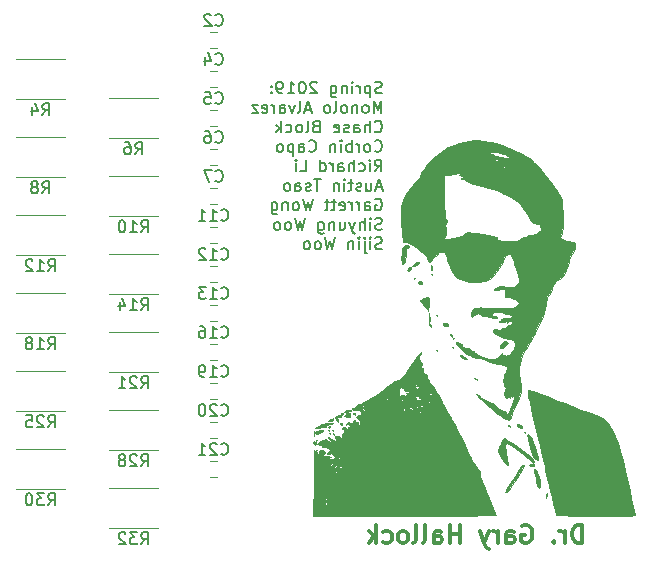
<source format=gbr>
%TF.GenerationSoftware,KiCad,Pcbnew,(5.0.0)*%
%TF.CreationDate,2019-02-02T21:12:50-06:00*%
%TF.ProjectId,BPSVoltage,425053566F6C746167652E6B69636164,rev?*%
%TF.SameCoordinates,Original*%
%TF.FileFunction,Legend,Bot*%
%TF.FilePolarity,Positive*%
%FSLAX46Y46*%
G04 Gerber Fmt 4.6, Leading zero omitted, Abs format (unit mm)*
G04 Created by KiCad (PCBNEW (5.0.0)) date 02/02/19 21:12:50*
%MOMM*%
%LPD*%
G01*
G04 APERTURE LIST*
%ADD10C,0.300000*%
%ADD11C,0.150000*%
%ADD12C,0.120000*%
%ADD13C,0.010000*%
G04 APERTURE END LIST*
D10*
X108100000Y-103028571D02*
X108100000Y-101528571D01*
X107742857Y-101528571D01*
X107528571Y-101600000D01*
X107385714Y-101742857D01*
X107314285Y-101885714D01*
X107242857Y-102171428D01*
X107242857Y-102385714D01*
X107314285Y-102671428D01*
X107385714Y-102814285D01*
X107528571Y-102957142D01*
X107742857Y-103028571D01*
X108100000Y-103028571D01*
X106600000Y-103028571D02*
X106600000Y-102028571D01*
X106600000Y-102314285D02*
X106528571Y-102171428D01*
X106457142Y-102100000D01*
X106314285Y-102028571D01*
X106171428Y-102028571D01*
X105671428Y-102885714D02*
X105600000Y-102957142D01*
X105671428Y-103028571D01*
X105742857Y-102957142D01*
X105671428Y-102885714D01*
X105671428Y-103028571D01*
X103028571Y-101600000D02*
X103171428Y-101528571D01*
X103385714Y-101528571D01*
X103600000Y-101600000D01*
X103742857Y-101742857D01*
X103814285Y-101885714D01*
X103885714Y-102171428D01*
X103885714Y-102385714D01*
X103814285Y-102671428D01*
X103742857Y-102814285D01*
X103600000Y-102957142D01*
X103385714Y-103028571D01*
X103242857Y-103028571D01*
X103028571Y-102957142D01*
X102957142Y-102885714D01*
X102957142Y-102385714D01*
X103242857Y-102385714D01*
X101671428Y-103028571D02*
X101671428Y-102242857D01*
X101742857Y-102100000D01*
X101885714Y-102028571D01*
X102171428Y-102028571D01*
X102314285Y-102100000D01*
X101671428Y-102957142D02*
X101814285Y-103028571D01*
X102171428Y-103028571D01*
X102314285Y-102957142D01*
X102385714Y-102814285D01*
X102385714Y-102671428D01*
X102314285Y-102528571D01*
X102171428Y-102457142D01*
X101814285Y-102457142D01*
X101671428Y-102385714D01*
X100957142Y-103028571D02*
X100957142Y-102028571D01*
X100957142Y-102314285D02*
X100885714Y-102171428D01*
X100814285Y-102100000D01*
X100671428Y-102028571D01*
X100528571Y-102028571D01*
X100171428Y-102028571D02*
X99814285Y-103028571D01*
X99457142Y-102028571D02*
X99814285Y-103028571D01*
X99957142Y-103385714D01*
X100028571Y-103457142D01*
X100171428Y-103528571D01*
X97742857Y-103028571D02*
X97742857Y-101528571D01*
X97742857Y-102242857D02*
X96885714Y-102242857D01*
X96885714Y-103028571D02*
X96885714Y-101528571D01*
X95528571Y-103028571D02*
X95528571Y-102242857D01*
X95600000Y-102100000D01*
X95742857Y-102028571D01*
X96028571Y-102028571D01*
X96171428Y-102100000D01*
X95528571Y-102957142D02*
X95671428Y-103028571D01*
X96028571Y-103028571D01*
X96171428Y-102957142D01*
X96242857Y-102814285D01*
X96242857Y-102671428D01*
X96171428Y-102528571D01*
X96028571Y-102457142D01*
X95671428Y-102457142D01*
X95528571Y-102385714D01*
X94600000Y-103028571D02*
X94742857Y-102957142D01*
X94814285Y-102814285D01*
X94814285Y-101528571D01*
X93814285Y-103028571D02*
X93957142Y-102957142D01*
X94028571Y-102814285D01*
X94028571Y-101528571D01*
X93028571Y-103028571D02*
X93171428Y-102957142D01*
X93242857Y-102885714D01*
X93314285Y-102742857D01*
X93314285Y-102314285D01*
X93242857Y-102171428D01*
X93171428Y-102100000D01*
X93028571Y-102028571D01*
X92814285Y-102028571D01*
X92671428Y-102100000D01*
X92600000Y-102171428D01*
X92528571Y-102314285D01*
X92528571Y-102742857D01*
X92600000Y-102885714D01*
X92671428Y-102957142D01*
X92814285Y-103028571D01*
X93028571Y-103028571D01*
X91242857Y-102957142D02*
X91385714Y-103028571D01*
X91671428Y-103028571D01*
X91814285Y-102957142D01*
X91885714Y-102885714D01*
X91957142Y-102742857D01*
X91957142Y-102314285D01*
X91885714Y-102171428D01*
X91814285Y-102100000D01*
X91671428Y-102028571D01*
X91385714Y-102028571D01*
X91242857Y-102100000D01*
X90600000Y-103028571D02*
X90600000Y-101528571D01*
X90457142Y-102457142D02*
X90028571Y-103028571D01*
X90028571Y-102028571D02*
X90600000Y-102600000D01*
D11*
X91152023Y-64924761D02*
X91009166Y-64972380D01*
X90771071Y-64972380D01*
X90675833Y-64924761D01*
X90628214Y-64877142D01*
X90580595Y-64781904D01*
X90580595Y-64686666D01*
X90628214Y-64591428D01*
X90675833Y-64543809D01*
X90771071Y-64496190D01*
X90961547Y-64448571D01*
X91056785Y-64400952D01*
X91104404Y-64353333D01*
X91152023Y-64258095D01*
X91152023Y-64162857D01*
X91104404Y-64067619D01*
X91056785Y-64020000D01*
X90961547Y-63972380D01*
X90723452Y-63972380D01*
X90580595Y-64020000D01*
X90152023Y-64305714D02*
X90152023Y-65305714D01*
X90152023Y-64353333D02*
X90056785Y-64305714D01*
X89866309Y-64305714D01*
X89771071Y-64353333D01*
X89723452Y-64400952D01*
X89675833Y-64496190D01*
X89675833Y-64781904D01*
X89723452Y-64877142D01*
X89771071Y-64924761D01*
X89866309Y-64972380D01*
X90056785Y-64972380D01*
X90152023Y-64924761D01*
X89247261Y-64972380D02*
X89247261Y-64305714D01*
X89247261Y-64496190D02*
X89199642Y-64400952D01*
X89152023Y-64353333D01*
X89056785Y-64305714D01*
X88961547Y-64305714D01*
X88628214Y-64972380D02*
X88628214Y-64305714D01*
X88628214Y-63972380D02*
X88675833Y-64020000D01*
X88628214Y-64067619D01*
X88580595Y-64020000D01*
X88628214Y-63972380D01*
X88628214Y-64067619D01*
X88152023Y-64305714D02*
X88152023Y-64972380D01*
X88152023Y-64400952D02*
X88104404Y-64353333D01*
X88009166Y-64305714D01*
X87866309Y-64305714D01*
X87771071Y-64353333D01*
X87723452Y-64448571D01*
X87723452Y-64972380D01*
X86818690Y-64305714D02*
X86818690Y-65115238D01*
X86866309Y-65210476D01*
X86913928Y-65258095D01*
X87009166Y-65305714D01*
X87152023Y-65305714D01*
X87247261Y-65258095D01*
X86818690Y-64924761D02*
X86913928Y-64972380D01*
X87104404Y-64972380D01*
X87199642Y-64924761D01*
X87247261Y-64877142D01*
X87294880Y-64781904D01*
X87294880Y-64496190D01*
X87247261Y-64400952D01*
X87199642Y-64353333D01*
X87104404Y-64305714D01*
X86913928Y-64305714D01*
X86818690Y-64353333D01*
X85628214Y-64067619D02*
X85580595Y-64020000D01*
X85485357Y-63972380D01*
X85247261Y-63972380D01*
X85152023Y-64020000D01*
X85104404Y-64067619D01*
X85056785Y-64162857D01*
X85056785Y-64258095D01*
X85104404Y-64400952D01*
X85675833Y-64972380D01*
X85056785Y-64972380D01*
X84437738Y-63972380D02*
X84342500Y-63972380D01*
X84247261Y-64020000D01*
X84199642Y-64067619D01*
X84152023Y-64162857D01*
X84104404Y-64353333D01*
X84104404Y-64591428D01*
X84152023Y-64781904D01*
X84199642Y-64877142D01*
X84247261Y-64924761D01*
X84342500Y-64972380D01*
X84437738Y-64972380D01*
X84532976Y-64924761D01*
X84580595Y-64877142D01*
X84628214Y-64781904D01*
X84675833Y-64591428D01*
X84675833Y-64353333D01*
X84628214Y-64162857D01*
X84580595Y-64067619D01*
X84532976Y-64020000D01*
X84437738Y-63972380D01*
X83152023Y-64972380D02*
X83723452Y-64972380D01*
X83437738Y-64972380D02*
X83437738Y-63972380D01*
X83532976Y-64115238D01*
X83628214Y-64210476D01*
X83723452Y-64258095D01*
X82675833Y-64972380D02*
X82485357Y-64972380D01*
X82390119Y-64924761D01*
X82342500Y-64877142D01*
X82247261Y-64734285D01*
X82199642Y-64543809D01*
X82199642Y-64162857D01*
X82247261Y-64067619D01*
X82294880Y-64020000D01*
X82390119Y-63972380D01*
X82580595Y-63972380D01*
X82675833Y-64020000D01*
X82723452Y-64067619D01*
X82771071Y-64162857D01*
X82771071Y-64400952D01*
X82723452Y-64496190D01*
X82675833Y-64543809D01*
X82580595Y-64591428D01*
X82390119Y-64591428D01*
X82294880Y-64543809D01*
X82247261Y-64496190D01*
X82199642Y-64400952D01*
X81771071Y-64877142D02*
X81723452Y-64924761D01*
X81771071Y-64972380D01*
X81818690Y-64924761D01*
X81771071Y-64877142D01*
X81771071Y-64972380D01*
X81771071Y-64353333D02*
X81723452Y-64400952D01*
X81771071Y-64448571D01*
X81818690Y-64400952D01*
X81771071Y-64353333D01*
X81771071Y-64448571D01*
X91104404Y-66622380D02*
X91104404Y-65622380D01*
X90771071Y-66336666D01*
X90437738Y-65622380D01*
X90437738Y-66622380D01*
X89818690Y-66622380D02*
X89913928Y-66574761D01*
X89961547Y-66527142D01*
X90009166Y-66431904D01*
X90009166Y-66146190D01*
X89961547Y-66050952D01*
X89913928Y-66003333D01*
X89818690Y-65955714D01*
X89675833Y-65955714D01*
X89580595Y-66003333D01*
X89532976Y-66050952D01*
X89485357Y-66146190D01*
X89485357Y-66431904D01*
X89532976Y-66527142D01*
X89580595Y-66574761D01*
X89675833Y-66622380D01*
X89818690Y-66622380D01*
X89056785Y-65955714D02*
X89056785Y-66622380D01*
X89056785Y-66050952D02*
X89009166Y-66003333D01*
X88913928Y-65955714D01*
X88771071Y-65955714D01*
X88675833Y-66003333D01*
X88628214Y-66098571D01*
X88628214Y-66622380D01*
X88009166Y-66622380D02*
X88104404Y-66574761D01*
X88152023Y-66527142D01*
X88199642Y-66431904D01*
X88199642Y-66146190D01*
X88152023Y-66050952D01*
X88104404Y-66003333D01*
X88009166Y-65955714D01*
X87866309Y-65955714D01*
X87771071Y-66003333D01*
X87723452Y-66050952D01*
X87675833Y-66146190D01*
X87675833Y-66431904D01*
X87723452Y-66527142D01*
X87771071Y-66574761D01*
X87866309Y-66622380D01*
X88009166Y-66622380D01*
X87104404Y-66622380D02*
X87199642Y-66574761D01*
X87247261Y-66479523D01*
X87247261Y-65622380D01*
X86580595Y-66622380D02*
X86675833Y-66574761D01*
X86723452Y-66527142D01*
X86771071Y-66431904D01*
X86771071Y-66146190D01*
X86723452Y-66050952D01*
X86675833Y-66003333D01*
X86580595Y-65955714D01*
X86437738Y-65955714D01*
X86342500Y-66003333D01*
X86294880Y-66050952D01*
X86247261Y-66146190D01*
X86247261Y-66431904D01*
X86294880Y-66527142D01*
X86342500Y-66574761D01*
X86437738Y-66622380D01*
X86580595Y-66622380D01*
X85104404Y-66336666D02*
X84628214Y-66336666D01*
X85199642Y-66622380D02*
X84866309Y-65622380D01*
X84532976Y-66622380D01*
X84056785Y-66622380D02*
X84152023Y-66574761D01*
X84199642Y-66479523D01*
X84199642Y-65622380D01*
X83771071Y-65955714D02*
X83532976Y-66622380D01*
X83294880Y-65955714D01*
X82485357Y-66622380D02*
X82485357Y-66098571D01*
X82532976Y-66003333D01*
X82628214Y-65955714D01*
X82818690Y-65955714D01*
X82913928Y-66003333D01*
X82485357Y-66574761D02*
X82580595Y-66622380D01*
X82818690Y-66622380D01*
X82913928Y-66574761D01*
X82961547Y-66479523D01*
X82961547Y-66384285D01*
X82913928Y-66289047D01*
X82818690Y-66241428D01*
X82580595Y-66241428D01*
X82485357Y-66193809D01*
X82009166Y-66622380D02*
X82009166Y-65955714D01*
X82009166Y-66146190D02*
X81961547Y-66050952D01*
X81913928Y-66003333D01*
X81818690Y-65955714D01*
X81723452Y-65955714D01*
X81009166Y-66574761D02*
X81104404Y-66622380D01*
X81294880Y-66622380D01*
X81390119Y-66574761D01*
X81437738Y-66479523D01*
X81437738Y-66098571D01*
X81390119Y-66003333D01*
X81294880Y-65955714D01*
X81104404Y-65955714D01*
X81009166Y-66003333D01*
X80961547Y-66098571D01*
X80961547Y-66193809D01*
X81437738Y-66289047D01*
X80628214Y-65955714D02*
X80104404Y-65955714D01*
X80628214Y-66622380D01*
X80104404Y-66622380D01*
X90532976Y-68177142D02*
X90580595Y-68224761D01*
X90723452Y-68272380D01*
X90818690Y-68272380D01*
X90961547Y-68224761D01*
X91056785Y-68129523D01*
X91104404Y-68034285D01*
X91152023Y-67843809D01*
X91152023Y-67700952D01*
X91104404Y-67510476D01*
X91056785Y-67415238D01*
X90961547Y-67320000D01*
X90818690Y-67272380D01*
X90723452Y-67272380D01*
X90580595Y-67320000D01*
X90532976Y-67367619D01*
X90104404Y-68272380D02*
X90104404Y-67272380D01*
X89675833Y-68272380D02*
X89675833Y-67748571D01*
X89723452Y-67653333D01*
X89818690Y-67605714D01*
X89961547Y-67605714D01*
X90056785Y-67653333D01*
X90104404Y-67700952D01*
X88771071Y-68272380D02*
X88771071Y-67748571D01*
X88818690Y-67653333D01*
X88913928Y-67605714D01*
X89104404Y-67605714D01*
X89199642Y-67653333D01*
X88771071Y-68224761D02*
X88866309Y-68272380D01*
X89104404Y-68272380D01*
X89199642Y-68224761D01*
X89247261Y-68129523D01*
X89247261Y-68034285D01*
X89199642Y-67939047D01*
X89104404Y-67891428D01*
X88866309Y-67891428D01*
X88771071Y-67843809D01*
X88342500Y-68224761D02*
X88247261Y-68272380D01*
X88056785Y-68272380D01*
X87961547Y-68224761D01*
X87913928Y-68129523D01*
X87913928Y-68081904D01*
X87961547Y-67986666D01*
X88056785Y-67939047D01*
X88199642Y-67939047D01*
X88294880Y-67891428D01*
X88342500Y-67796190D01*
X88342500Y-67748571D01*
X88294880Y-67653333D01*
X88199642Y-67605714D01*
X88056785Y-67605714D01*
X87961547Y-67653333D01*
X87104404Y-68224761D02*
X87199642Y-68272380D01*
X87390119Y-68272380D01*
X87485357Y-68224761D01*
X87532976Y-68129523D01*
X87532976Y-67748571D01*
X87485357Y-67653333D01*
X87390119Y-67605714D01*
X87199642Y-67605714D01*
X87104404Y-67653333D01*
X87056785Y-67748571D01*
X87056785Y-67843809D01*
X87532976Y-67939047D01*
X85532976Y-67748571D02*
X85390119Y-67796190D01*
X85342500Y-67843809D01*
X85294880Y-67939047D01*
X85294880Y-68081904D01*
X85342500Y-68177142D01*
X85390119Y-68224761D01*
X85485357Y-68272380D01*
X85866309Y-68272380D01*
X85866309Y-67272380D01*
X85532976Y-67272380D01*
X85437738Y-67320000D01*
X85390119Y-67367619D01*
X85342500Y-67462857D01*
X85342500Y-67558095D01*
X85390119Y-67653333D01*
X85437738Y-67700952D01*
X85532976Y-67748571D01*
X85866309Y-67748571D01*
X84723452Y-68272380D02*
X84818690Y-68224761D01*
X84866309Y-68129523D01*
X84866309Y-67272380D01*
X84199642Y-68272380D02*
X84294880Y-68224761D01*
X84342500Y-68177142D01*
X84390119Y-68081904D01*
X84390119Y-67796190D01*
X84342500Y-67700952D01*
X84294880Y-67653333D01*
X84199642Y-67605714D01*
X84056785Y-67605714D01*
X83961547Y-67653333D01*
X83913928Y-67700952D01*
X83866309Y-67796190D01*
X83866309Y-68081904D01*
X83913928Y-68177142D01*
X83961547Y-68224761D01*
X84056785Y-68272380D01*
X84199642Y-68272380D01*
X83009166Y-68224761D02*
X83104404Y-68272380D01*
X83294880Y-68272380D01*
X83390119Y-68224761D01*
X83437738Y-68177142D01*
X83485357Y-68081904D01*
X83485357Y-67796190D01*
X83437738Y-67700952D01*
X83390119Y-67653333D01*
X83294880Y-67605714D01*
X83104404Y-67605714D01*
X83009166Y-67653333D01*
X82580595Y-68272380D02*
X82580595Y-67272380D01*
X82485357Y-67891428D02*
X82199642Y-68272380D01*
X82199642Y-67605714D02*
X82580595Y-67986666D01*
X90532976Y-69827142D02*
X90580595Y-69874761D01*
X90723452Y-69922380D01*
X90818690Y-69922380D01*
X90961547Y-69874761D01*
X91056785Y-69779523D01*
X91104404Y-69684285D01*
X91152023Y-69493809D01*
X91152023Y-69350952D01*
X91104404Y-69160476D01*
X91056785Y-69065238D01*
X90961547Y-68970000D01*
X90818690Y-68922380D01*
X90723452Y-68922380D01*
X90580595Y-68970000D01*
X90532976Y-69017619D01*
X89961547Y-69922380D02*
X90056785Y-69874761D01*
X90104404Y-69827142D01*
X90152023Y-69731904D01*
X90152023Y-69446190D01*
X90104404Y-69350952D01*
X90056785Y-69303333D01*
X89961547Y-69255714D01*
X89818690Y-69255714D01*
X89723452Y-69303333D01*
X89675833Y-69350952D01*
X89628214Y-69446190D01*
X89628214Y-69731904D01*
X89675833Y-69827142D01*
X89723452Y-69874761D01*
X89818690Y-69922380D01*
X89961547Y-69922380D01*
X89199642Y-69922380D02*
X89199642Y-69255714D01*
X89199642Y-69446190D02*
X89152023Y-69350952D01*
X89104404Y-69303333D01*
X89009166Y-69255714D01*
X88913928Y-69255714D01*
X88580595Y-69922380D02*
X88580595Y-68922380D01*
X88580595Y-69303333D02*
X88485357Y-69255714D01*
X88294880Y-69255714D01*
X88199642Y-69303333D01*
X88152023Y-69350952D01*
X88104404Y-69446190D01*
X88104404Y-69731904D01*
X88152023Y-69827142D01*
X88199642Y-69874761D01*
X88294880Y-69922380D01*
X88485357Y-69922380D01*
X88580595Y-69874761D01*
X87675833Y-69922380D02*
X87675833Y-69255714D01*
X87675833Y-68922380D02*
X87723452Y-68970000D01*
X87675833Y-69017619D01*
X87628214Y-68970000D01*
X87675833Y-68922380D01*
X87675833Y-69017619D01*
X87199642Y-69255714D02*
X87199642Y-69922380D01*
X87199642Y-69350952D02*
X87152023Y-69303333D01*
X87056785Y-69255714D01*
X86913928Y-69255714D01*
X86818690Y-69303333D01*
X86771071Y-69398571D01*
X86771071Y-69922380D01*
X84961547Y-69827142D02*
X85009166Y-69874761D01*
X85152023Y-69922380D01*
X85247261Y-69922380D01*
X85390119Y-69874761D01*
X85485357Y-69779523D01*
X85532976Y-69684285D01*
X85580595Y-69493809D01*
X85580595Y-69350952D01*
X85532976Y-69160476D01*
X85485357Y-69065238D01*
X85390119Y-68970000D01*
X85247261Y-68922380D01*
X85152023Y-68922380D01*
X85009166Y-68970000D01*
X84961547Y-69017619D01*
X84104404Y-69922380D02*
X84104404Y-69398571D01*
X84152023Y-69303333D01*
X84247261Y-69255714D01*
X84437738Y-69255714D01*
X84532976Y-69303333D01*
X84104404Y-69874761D02*
X84199642Y-69922380D01*
X84437738Y-69922380D01*
X84532976Y-69874761D01*
X84580595Y-69779523D01*
X84580595Y-69684285D01*
X84532976Y-69589047D01*
X84437738Y-69541428D01*
X84199642Y-69541428D01*
X84104404Y-69493809D01*
X83628214Y-69255714D02*
X83628214Y-70255714D01*
X83628214Y-69303333D02*
X83532976Y-69255714D01*
X83342500Y-69255714D01*
X83247261Y-69303333D01*
X83199642Y-69350952D01*
X83152023Y-69446190D01*
X83152023Y-69731904D01*
X83199642Y-69827142D01*
X83247261Y-69874761D01*
X83342500Y-69922380D01*
X83532976Y-69922380D01*
X83628214Y-69874761D01*
X82580595Y-69922380D02*
X82675833Y-69874761D01*
X82723452Y-69827142D01*
X82771071Y-69731904D01*
X82771071Y-69446190D01*
X82723452Y-69350952D01*
X82675833Y-69303333D01*
X82580595Y-69255714D01*
X82437738Y-69255714D01*
X82342500Y-69303333D01*
X82294880Y-69350952D01*
X82247261Y-69446190D01*
X82247261Y-69731904D01*
X82294880Y-69827142D01*
X82342500Y-69874761D01*
X82437738Y-69922380D01*
X82580595Y-69922380D01*
X90532976Y-71572380D02*
X90866309Y-71096190D01*
X91104404Y-71572380D02*
X91104404Y-70572380D01*
X90723452Y-70572380D01*
X90628214Y-70620000D01*
X90580595Y-70667619D01*
X90532976Y-70762857D01*
X90532976Y-70905714D01*
X90580595Y-71000952D01*
X90628214Y-71048571D01*
X90723452Y-71096190D01*
X91104404Y-71096190D01*
X90104404Y-71572380D02*
X90104404Y-70905714D01*
X90104404Y-70572380D02*
X90152023Y-70620000D01*
X90104404Y-70667619D01*
X90056785Y-70620000D01*
X90104404Y-70572380D01*
X90104404Y-70667619D01*
X89199642Y-71524761D02*
X89294880Y-71572380D01*
X89485357Y-71572380D01*
X89580595Y-71524761D01*
X89628214Y-71477142D01*
X89675833Y-71381904D01*
X89675833Y-71096190D01*
X89628214Y-71000952D01*
X89580595Y-70953333D01*
X89485357Y-70905714D01*
X89294880Y-70905714D01*
X89199642Y-70953333D01*
X88771071Y-71572380D02*
X88771071Y-70572380D01*
X88342500Y-71572380D02*
X88342500Y-71048571D01*
X88390119Y-70953333D01*
X88485357Y-70905714D01*
X88628214Y-70905714D01*
X88723452Y-70953333D01*
X88771071Y-71000952D01*
X87437738Y-71572380D02*
X87437738Y-71048571D01*
X87485357Y-70953333D01*
X87580595Y-70905714D01*
X87771071Y-70905714D01*
X87866309Y-70953333D01*
X87437738Y-71524761D02*
X87532976Y-71572380D01*
X87771071Y-71572380D01*
X87866309Y-71524761D01*
X87913928Y-71429523D01*
X87913928Y-71334285D01*
X87866309Y-71239047D01*
X87771071Y-71191428D01*
X87532976Y-71191428D01*
X87437738Y-71143809D01*
X86961547Y-71572380D02*
X86961547Y-70905714D01*
X86961547Y-71096190D02*
X86913928Y-71000952D01*
X86866309Y-70953333D01*
X86771071Y-70905714D01*
X86675833Y-70905714D01*
X85913928Y-71572380D02*
X85913928Y-70572380D01*
X85913928Y-71524761D02*
X86009166Y-71572380D01*
X86199642Y-71572380D01*
X86294880Y-71524761D01*
X86342500Y-71477142D01*
X86390119Y-71381904D01*
X86390119Y-71096190D01*
X86342500Y-71000952D01*
X86294880Y-70953333D01*
X86199642Y-70905714D01*
X86009166Y-70905714D01*
X85913928Y-70953333D01*
X84199642Y-71572380D02*
X84675833Y-71572380D01*
X84675833Y-70572380D01*
X83866309Y-71572380D02*
X83866309Y-70905714D01*
X83866309Y-70572380D02*
X83913928Y-70620000D01*
X83866309Y-70667619D01*
X83818690Y-70620000D01*
X83866309Y-70572380D01*
X83866309Y-70667619D01*
X91152023Y-72936666D02*
X90675833Y-72936666D01*
X91247261Y-73222380D02*
X90913928Y-72222380D01*
X90580595Y-73222380D01*
X89818690Y-72555714D02*
X89818690Y-73222380D01*
X90247261Y-72555714D02*
X90247261Y-73079523D01*
X90199642Y-73174761D01*
X90104404Y-73222380D01*
X89961547Y-73222380D01*
X89866309Y-73174761D01*
X89818690Y-73127142D01*
X89390119Y-73174761D02*
X89294880Y-73222380D01*
X89104404Y-73222380D01*
X89009166Y-73174761D01*
X88961547Y-73079523D01*
X88961547Y-73031904D01*
X89009166Y-72936666D01*
X89104404Y-72889047D01*
X89247261Y-72889047D01*
X89342500Y-72841428D01*
X89390119Y-72746190D01*
X89390119Y-72698571D01*
X89342500Y-72603333D01*
X89247261Y-72555714D01*
X89104404Y-72555714D01*
X89009166Y-72603333D01*
X88675833Y-72555714D02*
X88294880Y-72555714D01*
X88532976Y-72222380D02*
X88532976Y-73079523D01*
X88485357Y-73174761D01*
X88390119Y-73222380D01*
X88294880Y-73222380D01*
X87961547Y-73222380D02*
X87961547Y-72555714D01*
X87961547Y-72222380D02*
X88009166Y-72270000D01*
X87961547Y-72317619D01*
X87913928Y-72270000D01*
X87961547Y-72222380D01*
X87961547Y-72317619D01*
X87485357Y-72555714D02*
X87485357Y-73222380D01*
X87485357Y-72650952D02*
X87437738Y-72603333D01*
X87342500Y-72555714D01*
X87199642Y-72555714D01*
X87104404Y-72603333D01*
X87056785Y-72698571D01*
X87056785Y-73222380D01*
X85961547Y-72222380D02*
X85390119Y-72222380D01*
X85675833Y-73222380D02*
X85675833Y-72222380D01*
X85104404Y-73174761D02*
X85009166Y-73222380D01*
X84818690Y-73222380D01*
X84723452Y-73174761D01*
X84675833Y-73079523D01*
X84675833Y-73031904D01*
X84723452Y-72936666D01*
X84818690Y-72889047D01*
X84961547Y-72889047D01*
X85056785Y-72841428D01*
X85104404Y-72746190D01*
X85104404Y-72698571D01*
X85056785Y-72603333D01*
X84961547Y-72555714D01*
X84818690Y-72555714D01*
X84723452Y-72603333D01*
X83818690Y-73222380D02*
X83818690Y-72698571D01*
X83866309Y-72603333D01*
X83961547Y-72555714D01*
X84152023Y-72555714D01*
X84247261Y-72603333D01*
X83818690Y-73174761D02*
X83913928Y-73222380D01*
X84152023Y-73222380D01*
X84247261Y-73174761D01*
X84294880Y-73079523D01*
X84294880Y-72984285D01*
X84247261Y-72889047D01*
X84152023Y-72841428D01*
X83913928Y-72841428D01*
X83818690Y-72793809D01*
X83199642Y-73222380D02*
X83294880Y-73174761D01*
X83342500Y-73127142D01*
X83390119Y-73031904D01*
X83390119Y-72746190D01*
X83342500Y-72650952D01*
X83294880Y-72603333D01*
X83199642Y-72555714D01*
X83056785Y-72555714D01*
X82961547Y-72603333D01*
X82913928Y-72650952D01*
X82866309Y-72746190D01*
X82866309Y-73031904D01*
X82913928Y-73127142D01*
X82961547Y-73174761D01*
X83056785Y-73222380D01*
X83199642Y-73222380D01*
X90580595Y-73920000D02*
X90675833Y-73872380D01*
X90818690Y-73872380D01*
X90961547Y-73920000D01*
X91056785Y-74015238D01*
X91104404Y-74110476D01*
X91152023Y-74300952D01*
X91152023Y-74443809D01*
X91104404Y-74634285D01*
X91056785Y-74729523D01*
X90961547Y-74824761D01*
X90818690Y-74872380D01*
X90723452Y-74872380D01*
X90580595Y-74824761D01*
X90532976Y-74777142D01*
X90532976Y-74443809D01*
X90723452Y-74443809D01*
X89675833Y-74872380D02*
X89675833Y-74348571D01*
X89723452Y-74253333D01*
X89818690Y-74205714D01*
X90009166Y-74205714D01*
X90104404Y-74253333D01*
X89675833Y-74824761D02*
X89771071Y-74872380D01*
X90009166Y-74872380D01*
X90104404Y-74824761D01*
X90152023Y-74729523D01*
X90152023Y-74634285D01*
X90104404Y-74539047D01*
X90009166Y-74491428D01*
X89771071Y-74491428D01*
X89675833Y-74443809D01*
X89199642Y-74872380D02*
X89199642Y-74205714D01*
X89199642Y-74396190D02*
X89152023Y-74300952D01*
X89104404Y-74253333D01*
X89009166Y-74205714D01*
X88913928Y-74205714D01*
X88580595Y-74872380D02*
X88580595Y-74205714D01*
X88580595Y-74396190D02*
X88532976Y-74300952D01*
X88485357Y-74253333D01*
X88390119Y-74205714D01*
X88294880Y-74205714D01*
X87580595Y-74824761D02*
X87675833Y-74872380D01*
X87866309Y-74872380D01*
X87961547Y-74824761D01*
X88009166Y-74729523D01*
X88009166Y-74348571D01*
X87961547Y-74253333D01*
X87866309Y-74205714D01*
X87675833Y-74205714D01*
X87580595Y-74253333D01*
X87532976Y-74348571D01*
X87532976Y-74443809D01*
X88009166Y-74539047D01*
X87247261Y-74205714D02*
X86866309Y-74205714D01*
X87104404Y-73872380D02*
X87104404Y-74729523D01*
X87056785Y-74824761D01*
X86961547Y-74872380D01*
X86866309Y-74872380D01*
X86675833Y-74205714D02*
X86294880Y-74205714D01*
X86532976Y-73872380D02*
X86532976Y-74729523D01*
X86485357Y-74824761D01*
X86390119Y-74872380D01*
X86294880Y-74872380D01*
X85294880Y-73872380D02*
X85056785Y-74872380D01*
X84866309Y-74158095D01*
X84675833Y-74872380D01*
X84437738Y-73872380D01*
X83913928Y-74872380D02*
X84009166Y-74824761D01*
X84056785Y-74777142D01*
X84104404Y-74681904D01*
X84104404Y-74396190D01*
X84056785Y-74300952D01*
X84009166Y-74253333D01*
X83913928Y-74205714D01*
X83771071Y-74205714D01*
X83675833Y-74253333D01*
X83628214Y-74300952D01*
X83580595Y-74396190D01*
X83580595Y-74681904D01*
X83628214Y-74777142D01*
X83675833Y-74824761D01*
X83771071Y-74872380D01*
X83913928Y-74872380D01*
X83152023Y-74205714D02*
X83152023Y-74872380D01*
X83152023Y-74300952D02*
X83104404Y-74253333D01*
X83009166Y-74205714D01*
X82866309Y-74205714D01*
X82771071Y-74253333D01*
X82723452Y-74348571D01*
X82723452Y-74872380D01*
X81818690Y-74205714D02*
X81818690Y-75015238D01*
X81866309Y-75110476D01*
X81913928Y-75158095D01*
X82009166Y-75205714D01*
X82152023Y-75205714D01*
X82247261Y-75158095D01*
X81818690Y-74824761D02*
X81913928Y-74872380D01*
X82104404Y-74872380D01*
X82199642Y-74824761D01*
X82247261Y-74777142D01*
X82294880Y-74681904D01*
X82294880Y-74396190D01*
X82247261Y-74300952D01*
X82199642Y-74253333D01*
X82104404Y-74205714D01*
X81913928Y-74205714D01*
X81818690Y-74253333D01*
X91152023Y-76474761D02*
X91009166Y-76522380D01*
X90771071Y-76522380D01*
X90675833Y-76474761D01*
X90628214Y-76427142D01*
X90580595Y-76331904D01*
X90580595Y-76236666D01*
X90628214Y-76141428D01*
X90675833Y-76093809D01*
X90771071Y-76046190D01*
X90961547Y-75998571D01*
X91056785Y-75950952D01*
X91104404Y-75903333D01*
X91152023Y-75808095D01*
X91152023Y-75712857D01*
X91104404Y-75617619D01*
X91056785Y-75570000D01*
X90961547Y-75522380D01*
X90723452Y-75522380D01*
X90580595Y-75570000D01*
X90152023Y-76522380D02*
X90152023Y-75855714D01*
X90152023Y-75522380D02*
X90199642Y-75570000D01*
X90152023Y-75617619D01*
X90104404Y-75570000D01*
X90152023Y-75522380D01*
X90152023Y-75617619D01*
X89675833Y-76522380D02*
X89675833Y-75522380D01*
X89247261Y-76522380D02*
X89247261Y-75998571D01*
X89294880Y-75903333D01*
X89390119Y-75855714D01*
X89532976Y-75855714D01*
X89628214Y-75903333D01*
X89675833Y-75950952D01*
X88866309Y-75855714D02*
X88628214Y-76522380D01*
X88390119Y-75855714D02*
X88628214Y-76522380D01*
X88723452Y-76760476D01*
X88771071Y-76808095D01*
X88866309Y-76855714D01*
X87580595Y-75855714D02*
X87580595Y-76522380D01*
X88009166Y-75855714D02*
X88009166Y-76379523D01*
X87961547Y-76474761D01*
X87866309Y-76522380D01*
X87723452Y-76522380D01*
X87628214Y-76474761D01*
X87580595Y-76427142D01*
X87104404Y-75855714D02*
X87104404Y-76522380D01*
X87104404Y-75950952D02*
X87056785Y-75903333D01*
X86961547Y-75855714D01*
X86818690Y-75855714D01*
X86723452Y-75903333D01*
X86675833Y-75998571D01*
X86675833Y-76522380D01*
X85771071Y-75855714D02*
X85771071Y-76665238D01*
X85818690Y-76760476D01*
X85866309Y-76808095D01*
X85961547Y-76855714D01*
X86104404Y-76855714D01*
X86199642Y-76808095D01*
X85771071Y-76474761D02*
X85866309Y-76522380D01*
X86056785Y-76522380D01*
X86152023Y-76474761D01*
X86199642Y-76427142D01*
X86247261Y-76331904D01*
X86247261Y-76046190D01*
X86199642Y-75950952D01*
X86152023Y-75903333D01*
X86056785Y-75855714D01*
X85866309Y-75855714D01*
X85771071Y-75903333D01*
X84628214Y-75522380D02*
X84390119Y-76522380D01*
X84199642Y-75808095D01*
X84009166Y-76522380D01*
X83771071Y-75522380D01*
X83247261Y-76522380D02*
X83342500Y-76474761D01*
X83390119Y-76427142D01*
X83437738Y-76331904D01*
X83437738Y-76046190D01*
X83390119Y-75950952D01*
X83342500Y-75903333D01*
X83247261Y-75855714D01*
X83104404Y-75855714D01*
X83009166Y-75903333D01*
X82961547Y-75950952D01*
X82913928Y-76046190D01*
X82913928Y-76331904D01*
X82961547Y-76427142D01*
X83009166Y-76474761D01*
X83104404Y-76522380D01*
X83247261Y-76522380D01*
X82342500Y-76522380D02*
X82437738Y-76474761D01*
X82485357Y-76427142D01*
X82532976Y-76331904D01*
X82532976Y-76046190D01*
X82485357Y-75950952D01*
X82437738Y-75903333D01*
X82342500Y-75855714D01*
X82199642Y-75855714D01*
X82104404Y-75903333D01*
X82056785Y-75950952D01*
X82009166Y-76046190D01*
X82009166Y-76331904D01*
X82056785Y-76427142D01*
X82104404Y-76474761D01*
X82199642Y-76522380D01*
X82342500Y-76522380D01*
X91152023Y-78124761D02*
X91009166Y-78172380D01*
X90771071Y-78172380D01*
X90675833Y-78124761D01*
X90628214Y-78077142D01*
X90580595Y-77981904D01*
X90580595Y-77886666D01*
X90628214Y-77791428D01*
X90675833Y-77743809D01*
X90771071Y-77696190D01*
X90961547Y-77648571D01*
X91056785Y-77600952D01*
X91104404Y-77553333D01*
X91152023Y-77458095D01*
X91152023Y-77362857D01*
X91104404Y-77267619D01*
X91056785Y-77220000D01*
X90961547Y-77172380D01*
X90723452Y-77172380D01*
X90580595Y-77220000D01*
X90152023Y-78172380D02*
X90152023Y-77505714D01*
X90152023Y-77172380D02*
X90199642Y-77220000D01*
X90152023Y-77267619D01*
X90104404Y-77220000D01*
X90152023Y-77172380D01*
X90152023Y-77267619D01*
X89675833Y-77505714D02*
X89675833Y-78362857D01*
X89723452Y-78458095D01*
X89818690Y-78505714D01*
X89866309Y-78505714D01*
X89675833Y-77172380D02*
X89723452Y-77220000D01*
X89675833Y-77267619D01*
X89628214Y-77220000D01*
X89675833Y-77172380D01*
X89675833Y-77267619D01*
X89199642Y-78172380D02*
X89199642Y-77505714D01*
X89199642Y-77172380D02*
X89247261Y-77220000D01*
X89199642Y-77267619D01*
X89152023Y-77220000D01*
X89199642Y-77172380D01*
X89199642Y-77267619D01*
X88723452Y-77505714D02*
X88723452Y-78172380D01*
X88723452Y-77600952D02*
X88675833Y-77553333D01*
X88580595Y-77505714D01*
X88437738Y-77505714D01*
X88342500Y-77553333D01*
X88294880Y-77648571D01*
X88294880Y-78172380D01*
X87152023Y-77172380D02*
X86913928Y-78172380D01*
X86723452Y-77458095D01*
X86532976Y-78172380D01*
X86294880Y-77172380D01*
X85771071Y-78172380D02*
X85866309Y-78124761D01*
X85913928Y-78077142D01*
X85961547Y-77981904D01*
X85961547Y-77696190D01*
X85913928Y-77600952D01*
X85866309Y-77553333D01*
X85771071Y-77505714D01*
X85628214Y-77505714D01*
X85532976Y-77553333D01*
X85485357Y-77600952D01*
X85437738Y-77696190D01*
X85437738Y-77981904D01*
X85485357Y-78077142D01*
X85532976Y-78124761D01*
X85628214Y-78172380D01*
X85771071Y-78172380D01*
X84866309Y-78172380D02*
X84961547Y-78124761D01*
X85009166Y-78077142D01*
X85056785Y-77981904D01*
X85056785Y-77696190D01*
X85009166Y-77600952D01*
X84961547Y-77553333D01*
X84866309Y-77505714D01*
X84723452Y-77505714D01*
X84628214Y-77553333D01*
X84580595Y-77600952D01*
X84532976Y-77696190D01*
X84532976Y-77981904D01*
X84580595Y-78077142D01*
X84628214Y-78124761D01*
X84723452Y-78172380D01*
X84866309Y-78172380D01*
D12*
X77142078Y-61162000D02*
X76624922Y-61162000D01*
X77142078Y-59742000D02*
X76624922Y-59742000D01*
X77142078Y-63044000D02*
X76624922Y-63044000D01*
X77142078Y-64464000D02*
X76624922Y-64464000D01*
X77142078Y-67766000D02*
X76624922Y-67766000D01*
X77142078Y-66346000D02*
X76624922Y-66346000D01*
X77142078Y-71068000D02*
X76624922Y-71068000D01*
X77142078Y-69648000D02*
X76624922Y-69648000D01*
X77142078Y-72950000D02*
X76624922Y-72950000D01*
X77142078Y-74370000D02*
X76624922Y-74370000D01*
X77142078Y-77672000D02*
X76624922Y-77672000D01*
X77142078Y-76252000D02*
X76624922Y-76252000D01*
X77142078Y-80974000D02*
X76624922Y-80974000D01*
X77142078Y-79554000D02*
X76624922Y-79554000D01*
X77142078Y-82856000D02*
X76624922Y-82856000D01*
X77142078Y-84276000D02*
X76624922Y-84276000D01*
X77142078Y-86158000D02*
X76624922Y-86158000D01*
X77142078Y-87578000D02*
X76624922Y-87578000D01*
X77142078Y-89460000D02*
X76624922Y-89460000D01*
X77142078Y-90880000D02*
X76624922Y-90880000D01*
X77142078Y-94182000D02*
X76624922Y-94182000D01*
X77142078Y-92762000D02*
X76624922Y-92762000D01*
X77142078Y-97484000D02*
X76624922Y-97484000D01*
X77142078Y-96064000D02*
X76624922Y-96064000D01*
X60177936Y-62044000D02*
X64282064Y-62044000D01*
X60177936Y-65464000D02*
X64282064Y-65464000D01*
X68051936Y-68766000D02*
X72156064Y-68766000D01*
X68051936Y-65346000D02*
X72156064Y-65346000D01*
X60177936Y-68648000D02*
X64282064Y-68648000D01*
X60177936Y-72068000D02*
X64282064Y-72068000D01*
X68051936Y-75370000D02*
X72156064Y-75370000D01*
X68051936Y-71950000D02*
X72156064Y-71950000D01*
X60177936Y-75252000D02*
X64282064Y-75252000D01*
X60177936Y-78672000D02*
X64282064Y-78672000D01*
X68051936Y-81974000D02*
X72156064Y-81974000D01*
X68051936Y-78554000D02*
X72156064Y-78554000D01*
X60177936Y-81856000D02*
X64282064Y-81856000D01*
X60177936Y-85276000D02*
X64282064Y-85276000D01*
X68051936Y-85158000D02*
X72156064Y-85158000D01*
X68051936Y-88578000D02*
X72156064Y-88578000D01*
X60177936Y-88460000D02*
X64282064Y-88460000D01*
X60177936Y-91880000D02*
X64282064Y-91880000D01*
X68051936Y-95182000D02*
X72156064Y-95182000D01*
X68051936Y-91762000D02*
X72156064Y-91762000D01*
X60177936Y-98484000D02*
X64282064Y-98484000D01*
X60177936Y-95064000D02*
X64282064Y-95064000D01*
X68051936Y-101786000D02*
X72156064Y-101786000D01*
X68051936Y-98366000D02*
X72156064Y-98366000D01*
D13*
G36*
X92961624Y-77936559D02*
X92851592Y-78211611D01*
X92799716Y-78640435D01*
X92794667Y-78872512D01*
X92810394Y-79220866D01*
X92855634Y-79413929D01*
X92927479Y-79447885D01*
X93023018Y-79318916D01*
X93064749Y-79226834D01*
X93116575Y-79010563D01*
X93145037Y-78707822D01*
X93146680Y-78507167D01*
X93144604Y-78231423D01*
X93168047Y-78084914D01*
X93229648Y-78028033D01*
X93302027Y-78020334D01*
X93443797Y-77979514D01*
X93460949Y-77894282D01*
X93366167Y-77829502D01*
X93132315Y-77810711D01*
X92961624Y-77936559D01*
X92961624Y-77936559D01*
G37*
X92961624Y-77936559D02*
X92851592Y-78211611D01*
X92799716Y-78640435D01*
X92794667Y-78872512D01*
X92810394Y-79220866D01*
X92855634Y-79413929D01*
X92927479Y-79447885D01*
X93023018Y-79318916D01*
X93064749Y-79226834D01*
X93116575Y-79010563D01*
X93145037Y-78707822D01*
X93146680Y-78507167D01*
X93144604Y-78231423D01*
X93168047Y-78084914D01*
X93229648Y-78028033D01*
X93302027Y-78020334D01*
X93443797Y-77979514D01*
X93460949Y-77894282D01*
X93366167Y-77829502D01*
X93132315Y-77810711D01*
X92961624Y-77936559D01*
G36*
X94085191Y-79255656D02*
X93921260Y-79371380D01*
X93780213Y-79501473D01*
X93726000Y-79589965D01*
X93728652Y-79616681D01*
X93766088Y-79612841D01*
X93882532Y-79565196D01*
X94043500Y-79494851D01*
X94232908Y-79384882D01*
X94317072Y-79281746D01*
X94278915Y-79215529D01*
X94207632Y-79205667D01*
X94085191Y-79255656D01*
X94085191Y-79255656D01*
G37*
X94085191Y-79255656D02*
X93921260Y-79371380D01*
X93780213Y-79501473D01*
X93726000Y-79589965D01*
X93728652Y-79616681D01*
X93766088Y-79612841D01*
X93882532Y-79565196D01*
X94043500Y-79494851D01*
X94232908Y-79384882D01*
X94317072Y-79281746D01*
X94278915Y-79215529D01*
X94207632Y-79205667D01*
X94085191Y-79255656D01*
G36*
X95285596Y-79515024D02*
X95273023Y-79565500D01*
X95261076Y-79781534D01*
X95273023Y-79861834D01*
X95307350Y-79965640D01*
X95350484Y-79912309D01*
X95372956Y-79861834D01*
X95396477Y-79659325D01*
X95372956Y-79565500D01*
X95318272Y-79461694D01*
X95285596Y-79515024D01*
X95285596Y-79515024D01*
G37*
X95285596Y-79515024D02*
X95273023Y-79565500D01*
X95261076Y-79781534D01*
X95273023Y-79861834D01*
X95307350Y-79965640D01*
X95350484Y-79912309D01*
X95372956Y-79861834D01*
X95396477Y-79659325D01*
X95372956Y-79565500D01*
X95318272Y-79461694D01*
X95285596Y-79515024D01*
G36*
X93441785Y-79678399D02*
X93324365Y-79798044D01*
X93302667Y-79892059D01*
X93314670Y-80023897D01*
X93370579Y-80026498D01*
X93500246Y-79898516D01*
X93514804Y-79882481D01*
X93619482Y-79726114D01*
X93591046Y-79652652D01*
X93441785Y-79678399D01*
X93441785Y-79678399D01*
G37*
X93441785Y-79678399D02*
X93324365Y-79798044D01*
X93302667Y-79892059D01*
X93314670Y-80023897D01*
X93370579Y-80026498D01*
X93500246Y-79898516D01*
X93514804Y-79882481D01*
X93619482Y-79726114D01*
X93591046Y-79652652D01*
X93441785Y-79678399D01*
G36*
X95334667Y-80264000D02*
X95377000Y-80306334D01*
X95419334Y-80264000D01*
X95377000Y-80221667D01*
X95334667Y-80264000D01*
X95334667Y-80264000D01*
G37*
X95334667Y-80264000D02*
X95377000Y-80306334D01*
X95419334Y-80264000D01*
X95377000Y-80221667D01*
X95334667Y-80264000D01*
G36*
X93838889Y-80588556D02*
X93850512Y-80638890D01*
X93895334Y-80645000D01*
X93965024Y-80614022D01*
X93951778Y-80588556D01*
X93851299Y-80578423D01*
X93838889Y-80588556D01*
X93838889Y-80588556D01*
G37*
X93838889Y-80588556D02*
X93850512Y-80638890D01*
X93895334Y-80645000D01*
X93965024Y-80614022D01*
X93951778Y-80588556D01*
X93851299Y-80578423D01*
X93838889Y-80588556D01*
G36*
X94188954Y-80903070D02*
X94169087Y-81022972D01*
X94187108Y-81060956D01*
X94294342Y-81131436D01*
X94444620Y-81150855D01*
X94556506Y-81115466D01*
X94572667Y-81078700D01*
X94514671Y-80968891D01*
X94442079Y-80896022D01*
X94300267Y-80847611D01*
X94188954Y-80903070D01*
X94188954Y-80903070D01*
G37*
X94188954Y-80903070D02*
X94169087Y-81022972D01*
X94187108Y-81060956D01*
X94294342Y-81131436D01*
X94444620Y-81150855D01*
X94556506Y-81115466D01*
X94572667Y-81078700D01*
X94514671Y-80968891D01*
X94442079Y-80896022D01*
X94300267Y-80847611D01*
X94188954Y-80903070D01*
G36*
X94732512Y-82253530D02*
X94708079Y-82262153D01*
X94512082Y-82354518D01*
X94408296Y-82445331D01*
X94403334Y-82463503D01*
X94455981Y-82613142D01*
X94581289Y-82810009D01*
X94730314Y-82983496D01*
X94805794Y-83044064D01*
X94932280Y-83175128D01*
X95003792Y-83298064D01*
X95063563Y-83426516D01*
X95068625Y-83397999D01*
X95048649Y-83290834D01*
X95040622Y-83143582D01*
X95067427Y-83100334D01*
X95113185Y-83028701D01*
X95146560Y-82807084D01*
X95167220Y-82473878D01*
X95129260Y-82276552D01*
X94987399Y-82204505D01*
X94732512Y-82253530D01*
X94732512Y-82253530D01*
G37*
X94732512Y-82253530D02*
X94708079Y-82262153D01*
X94512082Y-82354518D01*
X94408296Y-82445331D01*
X94403334Y-82463503D01*
X94455981Y-82613142D01*
X94581289Y-82810009D01*
X94730314Y-82983496D01*
X94805794Y-83044064D01*
X94932280Y-83175128D01*
X95003792Y-83298064D01*
X95063563Y-83426516D01*
X95068625Y-83397999D01*
X95048649Y-83290834D01*
X95040622Y-83143582D01*
X95067427Y-83100334D01*
X95113185Y-83028701D01*
X95146560Y-82807084D01*
X95167220Y-82473878D01*
X95129260Y-82276552D01*
X94987399Y-82204505D01*
X94732512Y-82253530D01*
G36*
X95758000Y-83735334D02*
X95800334Y-83777667D01*
X95842667Y-83735334D01*
X95800334Y-83693000D01*
X95758000Y-83735334D01*
X95758000Y-83735334D01*
G37*
X95758000Y-83735334D02*
X95800334Y-83777667D01*
X95842667Y-83735334D01*
X95800334Y-83693000D01*
X95758000Y-83735334D01*
G36*
X95105539Y-83603640D02*
X95094511Y-83752979D01*
X95090684Y-83883500D01*
X95100809Y-84117808D01*
X95137810Y-84262773D01*
X95165334Y-84285667D01*
X95232213Y-84216448D01*
X95239983Y-84137500D01*
X95212073Y-83948357D01*
X95165334Y-83735334D01*
X95126759Y-83602498D01*
X95105539Y-83603640D01*
X95105539Y-83603640D01*
G37*
X95105539Y-83603640D02*
X95094511Y-83752979D01*
X95090684Y-83883500D01*
X95100809Y-84117808D01*
X95137810Y-84262773D01*
X95165334Y-84285667D01*
X95232213Y-84216448D01*
X95239983Y-84137500D01*
X95212073Y-83948357D01*
X95165334Y-83735334D01*
X95126759Y-83602498D01*
X95105539Y-83603640D01*
G36*
X96309392Y-84399641D02*
X96327226Y-84493823D01*
X96350712Y-84539750D01*
X96484039Y-84678683D01*
X96636745Y-84701219D01*
X96728051Y-84630184D01*
X96712170Y-84526553D01*
X96568025Y-84435036D01*
X96411233Y-84394033D01*
X96309392Y-84399641D01*
X96309392Y-84399641D01*
G37*
X96309392Y-84399641D02*
X96327226Y-84493823D01*
X96350712Y-84539750D01*
X96484039Y-84678683D01*
X96636745Y-84701219D01*
X96728051Y-84630184D01*
X96712170Y-84526553D01*
X96568025Y-84435036D01*
X96411233Y-84394033D01*
X96309392Y-84399641D01*
G36*
X95086821Y-84458542D02*
X95148415Y-84589981D01*
X95204974Y-84671651D01*
X95300839Y-84764242D01*
X95331974Y-84724119D01*
X95278970Y-84576730D01*
X95207667Y-84485238D01*
X95106723Y-84413147D01*
X95086821Y-84458542D01*
X95086821Y-84458542D01*
G37*
X95086821Y-84458542D02*
X95148415Y-84589981D01*
X95204974Y-84671651D01*
X95300839Y-84764242D01*
X95331974Y-84724119D01*
X95278970Y-84576730D01*
X95207667Y-84485238D01*
X95106723Y-84413147D01*
X95086821Y-84458542D01*
G36*
X96898147Y-85389845D02*
X96908121Y-85416691D01*
X96984267Y-85520730D01*
X97074441Y-85564819D01*
X97112667Y-85523700D01*
X97056499Y-85450734D01*
X96983729Y-85384725D01*
X96891938Y-85322951D01*
X96898147Y-85389845D01*
X96898147Y-85389845D01*
G37*
X96898147Y-85389845D02*
X96908121Y-85416691D01*
X96984267Y-85520730D01*
X97074441Y-85564819D01*
X97112667Y-85523700D01*
X97056499Y-85450734D01*
X96983729Y-85384725D01*
X96891938Y-85322951D01*
X96898147Y-85389845D01*
G36*
X97140889Y-85668556D02*
X97152512Y-85718890D01*
X97197334Y-85725000D01*
X97267024Y-85694022D01*
X97253778Y-85668556D01*
X97153299Y-85658423D01*
X97140889Y-85668556D01*
X97140889Y-85668556D01*
G37*
X97140889Y-85668556D02*
X97152512Y-85718890D01*
X97197334Y-85725000D01*
X97267024Y-85694022D01*
X97253778Y-85668556D01*
X97153299Y-85658423D01*
X97140889Y-85668556D01*
G36*
X97112667Y-86444667D02*
X97155000Y-86487000D01*
X97197334Y-86444667D01*
X97155000Y-86402334D01*
X97112667Y-86444667D01*
X97112667Y-86444667D01*
G37*
X97112667Y-86444667D02*
X97155000Y-86487000D01*
X97197334Y-86444667D01*
X97155000Y-86402334D01*
X97112667Y-86444667D01*
G36*
X101504719Y-85936211D02*
X101381639Y-86032815D01*
X101255834Y-86198793D01*
X101163574Y-86374597D01*
X101141130Y-86500682D01*
X101150676Y-86517453D01*
X101241806Y-86565823D01*
X101365473Y-86524771D01*
X101561322Y-86379290D01*
X101599270Y-86347623D01*
X101762042Y-86195283D01*
X101804309Y-86095066D01*
X101747798Y-86005845D01*
X101592880Y-85929248D01*
X101504719Y-85936211D01*
X101504719Y-85936211D01*
G37*
X101504719Y-85936211D02*
X101381639Y-86032815D01*
X101255834Y-86198793D01*
X101163574Y-86374597D01*
X101141130Y-86500682D01*
X101150676Y-86517453D01*
X101241806Y-86565823D01*
X101365473Y-86524771D01*
X101561322Y-86379290D01*
X101599270Y-86347623D01*
X101762042Y-86195283D01*
X101804309Y-86095066D01*
X101747798Y-86005845D01*
X101592880Y-85929248D01*
X101504719Y-85936211D01*
G36*
X95758000Y-86698667D02*
X95800334Y-86741000D01*
X95842667Y-86698667D01*
X95800334Y-86656334D01*
X95758000Y-86698667D01*
X95758000Y-86698667D01*
G37*
X95758000Y-86698667D02*
X95800334Y-86741000D01*
X95842667Y-86698667D01*
X95800334Y-86656334D01*
X95758000Y-86698667D01*
G36*
X97790018Y-87150221D02*
X97790000Y-87151617D01*
X97857395Y-87253644D01*
X98015112Y-87374863D01*
X98196457Y-87471077D01*
X98316188Y-87500307D01*
X98345678Y-87458738D01*
X98255667Y-87367104D01*
X98013567Y-87198628D01*
X97850751Y-87122817D01*
X97790018Y-87150221D01*
X97790018Y-87150221D01*
G37*
X97790018Y-87150221D02*
X97790000Y-87151617D01*
X97857395Y-87253644D01*
X98015112Y-87374863D01*
X98196457Y-87471077D01*
X98316188Y-87500307D01*
X98345678Y-87458738D01*
X98255667Y-87367104D01*
X98013567Y-87198628D01*
X97850751Y-87122817D01*
X97790018Y-87150221D01*
G36*
X94517104Y-88232203D02*
X94530334Y-88265000D01*
X94606416Y-88345771D01*
X94619997Y-88349667D01*
X94656363Y-88284161D01*
X94657334Y-88265000D01*
X94592246Y-88183587D01*
X94567670Y-88180334D01*
X94517104Y-88232203D01*
X94517104Y-88232203D01*
G37*
X94517104Y-88232203D02*
X94530334Y-88265000D01*
X94606416Y-88345771D01*
X94619997Y-88349667D01*
X94656363Y-88284161D01*
X94657334Y-88265000D01*
X94592246Y-88183587D01*
X94567670Y-88180334D01*
X94517104Y-88232203D01*
G36*
X98975334Y-89069334D02*
X99017667Y-89111667D01*
X99060000Y-89069334D01*
X99017667Y-89027000D01*
X98975334Y-89069334D01*
X98975334Y-89069334D01*
G37*
X98975334Y-89069334D02*
X99017667Y-89111667D01*
X99060000Y-89069334D01*
X99017667Y-89027000D01*
X98975334Y-89069334D01*
G36*
X99144667Y-89154000D02*
X99187000Y-89196334D01*
X99229334Y-89154000D01*
X99187000Y-89111667D01*
X99144667Y-89154000D01*
X99144667Y-89154000D01*
G37*
X99144667Y-89154000D02*
X99187000Y-89196334D01*
X99229334Y-89154000D01*
X99187000Y-89111667D01*
X99144667Y-89154000D01*
G36*
X88184533Y-91771318D02*
X88026619Y-91827376D01*
X87968667Y-91907280D01*
X88039594Y-91974765D01*
X88138000Y-91990334D01*
X88275518Y-91951133D01*
X88307334Y-91896608D01*
X88370041Y-91842450D01*
X88455500Y-91859291D01*
X88550937Y-91882775D01*
X88506967Y-91818250D01*
X88504033Y-91815282D01*
X88368601Y-91763003D01*
X88184533Y-91771318D01*
X88184533Y-91771318D01*
G37*
X88184533Y-91771318D02*
X88026619Y-91827376D01*
X87968667Y-91907280D01*
X88039594Y-91974765D01*
X88138000Y-91990334D01*
X88275518Y-91951133D01*
X88307334Y-91896608D01*
X88370041Y-91842450D01*
X88455500Y-91859291D01*
X88550937Y-91882775D01*
X88506967Y-91818250D01*
X88504033Y-91815282D01*
X88368601Y-91763003D01*
X88184533Y-91771318D01*
G36*
X87718113Y-92051794D02*
X87714667Y-92075000D01*
X87743554Y-92157466D01*
X87752004Y-92159667D01*
X87824290Y-92100338D01*
X87841667Y-92075000D01*
X87834954Y-91996981D01*
X87804331Y-91990334D01*
X87718113Y-92051794D01*
X87718113Y-92051794D01*
G37*
X87718113Y-92051794D02*
X87714667Y-92075000D01*
X87743554Y-92157466D01*
X87752004Y-92159667D01*
X87824290Y-92100338D01*
X87841667Y-92075000D01*
X87834954Y-91996981D01*
X87804331Y-91990334D01*
X87718113Y-92051794D01*
G36*
X88680369Y-92031379D02*
X88688334Y-92075000D01*
X88796577Y-92156437D01*
X88820331Y-92159667D01*
X88897720Y-92095088D01*
X88900000Y-92075000D01*
X88831085Y-92000696D01*
X88768004Y-91990334D01*
X88680369Y-92031379D01*
X88680369Y-92031379D01*
G37*
X88680369Y-92031379D02*
X88688334Y-92075000D01*
X88796577Y-92156437D01*
X88820331Y-92159667D01*
X88897720Y-92095088D01*
X88900000Y-92075000D01*
X88831085Y-92000696D01*
X88768004Y-91990334D01*
X88680369Y-92031379D01*
G36*
X88222667Y-92100917D02*
X88047648Y-92182626D01*
X87969000Y-92250264D01*
X87968667Y-92253286D01*
X88042105Y-92303701D01*
X88219097Y-92346531D01*
X88222667Y-92347060D01*
X88402092Y-92355031D01*
X88469317Y-92284837D01*
X88476667Y-92194691D01*
X88461786Y-92070099D01*
X88384589Y-92048190D01*
X88222667Y-92100917D01*
X88222667Y-92100917D01*
G37*
X88222667Y-92100917D02*
X88047648Y-92182626D01*
X87969000Y-92250264D01*
X87968667Y-92253286D01*
X88042105Y-92303701D01*
X88219097Y-92346531D01*
X88222667Y-92347060D01*
X88402092Y-92355031D01*
X88469317Y-92284837D01*
X88476667Y-92194691D01*
X88461786Y-92070099D01*
X88384589Y-92048190D01*
X88222667Y-92100917D01*
G36*
X98961387Y-68952891D02*
X98516694Y-69000539D01*
X98057214Y-69079268D01*
X97632107Y-69183299D01*
X97513111Y-69220407D01*
X96765415Y-69542188D01*
X96039083Y-69991703D01*
X95394000Y-70531791D01*
X95384114Y-70541510D01*
X95051121Y-70895288D01*
X94765822Y-71246780D01*
X94549968Y-71565212D01*
X94425308Y-71819809D01*
X94403334Y-71929278D01*
X94347557Y-72045398D01*
X94196617Y-72250003D01*
X93975098Y-72511851D01*
X93766779Y-72738202D01*
X93435606Y-73109447D01*
X93177450Y-73464745D01*
X92986278Y-73829954D01*
X92856059Y-74230933D01*
X92780761Y-74693539D01*
X92754351Y-75243630D01*
X92770797Y-75907064D01*
X92824067Y-76709700D01*
X92828204Y-76761618D01*
X92893655Y-77577236D01*
X93231083Y-77581893D01*
X93442989Y-77606294D01*
X93644453Y-77689749D01*
X93885576Y-77857315D01*
X94049423Y-77991186D01*
X94400660Y-78288570D01*
X94645939Y-78503843D01*
X94809874Y-78662710D01*
X94917079Y-78790878D01*
X94992167Y-78914054D01*
X95050154Y-79036334D01*
X95138962Y-79219991D01*
X95195155Y-79264519D01*
X95250204Y-79187528D01*
X95265030Y-79156577D01*
X95395988Y-78988792D01*
X95590023Y-78837334D01*
X95775903Y-78687944D01*
X95885055Y-78528137D01*
X95885554Y-78526590D01*
X96002101Y-78395394D01*
X96194789Y-78361744D01*
X96397967Y-78430620D01*
X96462418Y-78482847D01*
X96551505Y-78633169D01*
X96644168Y-78882524D01*
X96690900Y-79054347D01*
X96893764Y-79708406D01*
X97166925Y-80213258D01*
X97520295Y-80577895D01*
X97963787Y-80811312D01*
X98507314Y-80922500D01*
X98763667Y-80934872D01*
X99327007Y-80922680D01*
X99758826Y-80866715D01*
X100093147Y-80758837D01*
X100363990Y-80590908D01*
X100427790Y-80536782D01*
X100613752Y-80341485D01*
X100828223Y-80073576D01*
X101044157Y-79772815D01*
X101234507Y-79478959D01*
X101372228Y-79231764D01*
X101430274Y-79070989D01*
X101430667Y-79062562D01*
X101485951Y-78871821D01*
X101617944Y-78679492D01*
X101775856Y-78549763D01*
X101853371Y-78528334D01*
X101979904Y-78552741D01*
X102083213Y-78644016D01*
X102178795Y-78829235D01*
X102282148Y-79135475D01*
X102362227Y-79417334D01*
X102464348Y-79765423D01*
X102567541Y-80075784D01*
X102652536Y-80291272D01*
X102666415Y-80319397D01*
X102778410Y-80666839D01*
X102744297Y-80968690D01*
X102585517Y-81203866D01*
X102323515Y-81351280D01*
X101979731Y-81389845D01*
X101645469Y-81323368D01*
X101387318Y-81266579D01*
X101129105Y-81288887D01*
X100959742Y-81333025D01*
X100743845Y-81415247D01*
X100623061Y-81497821D01*
X100612922Y-81531558D01*
X100657083Y-81584363D01*
X100765067Y-81605576D01*
X100973010Y-81597210D01*
X101261334Y-81567665D01*
X101557667Y-81534000D01*
X101549794Y-81901492D01*
X101551535Y-82129021D01*
X101589852Y-82229438D01*
X101694771Y-82244835D01*
X101786355Y-82233109D01*
X101975168Y-82228914D01*
X102074392Y-82267783D01*
X102186144Y-82327980D01*
X102273272Y-82338334D01*
X102428843Y-82399027D01*
X102477285Y-82465333D01*
X102590436Y-82577964D01*
X102655677Y-82592334D01*
X102771009Y-82640159D01*
X102768640Y-82757428D01*
X102660663Y-82904826D01*
X102528803Y-83004828D01*
X102415576Y-83063458D01*
X102281604Y-83103866D01*
X102097755Y-83128193D01*
X101834900Y-83138581D01*
X101463907Y-83137171D01*
X100955646Y-83126103D01*
X100898970Y-83124622D01*
X100422164Y-83113107D01*
X99995512Y-83104780D01*
X99651954Y-83100130D01*
X99424431Y-83099649D01*
X99356334Y-83101640D01*
X99126254Y-83118848D01*
X99028812Y-83125745D01*
X98882476Y-83208931D01*
X98751427Y-83395439D01*
X98668633Y-83620184D01*
X98667060Y-83818080D01*
X98671544Y-83831098D01*
X98733258Y-83929116D01*
X98799118Y-83873470D01*
X98924049Y-83751763D01*
X99069730Y-83660079D01*
X99245806Y-83603954D01*
X99424272Y-83647360D01*
X99525667Y-83699700D01*
X99715665Y-83779095D01*
X99986175Y-83860996D01*
X100288441Y-83934697D01*
X100573708Y-83989491D01*
X100793222Y-84014673D01*
X100897043Y-84000846D01*
X100907560Y-83904705D01*
X100821421Y-83819979D01*
X100708627Y-83809195D01*
X100573881Y-83799754D01*
X100471316Y-83706702D01*
X100446029Y-83589287D01*
X100493854Y-83527053D01*
X100682172Y-83472751D01*
X100956697Y-83456379D01*
X101238803Y-83477094D01*
X101449864Y-83534053D01*
X101456283Y-83537376D01*
X101676781Y-83618515D01*
X101828133Y-83648287D01*
X102052739Y-83715553D01*
X102162409Y-83827772D01*
X102152875Y-83942993D01*
X102019873Y-84019268D01*
X101866771Y-84028196D01*
X101513654Y-84018746D01*
X101290000Y-84042080D01*
X101212287Y-84095956D01*
X101219000Y-84116334D01*
X101198895Y-84188063D01*
X101134334Y-84201000D01*
X101042886Y-84240824D01*
X101049667Y-84285667D01*
X101163114Y-84344332D01*
X101364837Y-84369041D01*
X101372164Y-84369037D01*
X101540227Y-84356973D01*
X101556072Y-84316931D01*
X101515334Y-84285667D01*
X101448202Y-84223686D01*
X101532055Y-84203185D01*
X101576177Y-84202297D01*
X101711796Y-84232723D01*
X101713951Y-84346240D01*
X101712953Y-84349167D01*
X101689885Y-84439334D01*
X101739778Y-84395948D01*
X101788033Y-84335410D01*
X101937041Y-84229281D01*
X102079560Y-84241385D01*
X102156665Y-84356799D01*
X102155984Y-84428596D01*
X102074521Y-84547326D01*
X101951040Y-84555512D01*
X101799912Y-84580453D01*
X101769334Y-84661345D01*
X101697646Y-84770041D01*
X101585501Y-84793667D01*
X101378362Y-84849285D01*
X101244833Y-84935600D01*
X101101717Y-85025934D01*
X100991389Y-84980885D01*
X100988400Y-84977933D01*
X100813020Y-84878485D01*
X100647629Y-84892106D01*
X100543551Y-84996947D01*
X100549577Y-85164750D01*
X100658102Y-85279251D01*
X100876342Y-85417360D01*
X101151863Y-85553897D01*
X101432227Y-85663681D01*
X101664999Y-85721533D01*
X101716246Y-85725000D01*
X102068871Y-85778778D01*
X102308610Y-85924715D01*
X102419925Y-86139719D01*
X102387275Y-86400694D01*
X102288222Y-86575048D01*
X102168041Y-86754532D01*
X102108763Y-86876239D01*
X102107465Y-86885738D01*
X102040848Y-86968442D01*
X101878637Y-87082244D01*
X101853465Y-87096896D01*
X101681472Y-87172405D01*
X101601550Y-87160436D01*
X101600000Y-87150521D01*
X101533263Y-87094975D01*
X101437002Y-87102542D01*
X101318071Y-87104168D01*
X101317700Y-87006584D01*
X101296987Y-86979434D01*
X101195405Y-87065179D01*
X101115019Y-87153002D01*
X100923409Y-87340861D01*
X100729472Y-87423193D01*
X100493488Y-87440585D01*
X100207016Y-87432463D01*
X99957252Y-87409062D01*
X99906667Y-87400480D01*
X99664821Y-87324561D01*
X99403353Y-87202539D01*
X99170310Y-87062325D01*
X99013739Y-86931829D01*
X98975334Y-86859452D01*
X98904669Y-86763892D01*
X98803343Y-86741000D01*
X98640538Y-86685829D01*
X98582618Y-86614000D01*
X98457449Y-86517779D01*
X98209272Y-86487000D01*
X97984443Y-86463554D01*
X97838867Y-86405551D01*
X97824249Y-86389252D01*
X97814270Y-86331315D01*
X97861585Y-86351915D01*
X97948590Y-86355318D01*
X97959334Y-86320006D01*
X97890568Y-86216787D01*
X97811167Y-86173019D01*
X97652656Y-86080373D01*
X97603026Y-86028217D01*
X97511745Y-85987675D01*
X97445559Y-86035575D01*
X97425180Y-86119450D01*
X97500613Y-86258216D01*
X97685810Y-86473493D01*
X97813865Y-86606367D01*
X98050701Y-86831170D01*
X98256321Y-86998142D01*
X98392782Y-87077094D01*
X98408777Y-87079667D01*
X98540070Y-87126028D01*
X98566112Y-87163052D01*
X98658065Y-87221239D01*
X98868547Y-87288287D01*
X99102334Y-87339866D01*
X99405033Y-87401503D01*
X99659929Y-87463803D01*
X99779667Y-87501525D01*
X100259846Y-87680293D01*
X100652278Y-87796452D01*
X100927540Y-87841404D01*
X100943792Y-87841667D01*
X101160397Y-87874996D01*
X101404061Y-87958202D01*
X101619486Y-88066116D01*
X101751374Y-88173568D01*
X101768776Y-88217181D01*
X101725104Y-88344387D01*
X101619586Y-88532560D01*
X101608409Y-88549732D01*
X101517507Y-88757513D01*
X101458512Y-89027251D01*
X101433272Y-89311968D01*
X101443637Y-89564685D01*
X101491458Y-89738422D01*
X101559617Y-89789000D01*
X101660639Y-89816455D01*
X101670071Y-89918751D01*
X101587492Y-90125783D01*
X101553901Y-90194444D01*
X101473410Y-90400039D01*
X101488959Y-90550291D01*
X101531934Y-90630785D01*
X101659790Y-90782718D01*
X101764999Y-90775957D01*
X101817254Y-90711294D01*
X101893687Y-90672651D01*
X101947954Y-90732461D01*
X102002577Y-90773682D01*
X102022904Y-90657545D01*
X102023334Y-90635667D01*
X102037208Y-90499350D01*
X102084248Y-90515619D01*
X102109297Y-90551000D01*
X102189226Y-90635376D01*
X102267330Y-90569695D01*
X102280475Y-90551000D01*
X102328082Y-90523108D01*
X102332777Y-90622666D01*
X102301233Y-90815216D01*
X102240121Y-91066296D01*
X102156114Y-91341447D01*
X102094514Y-91511443D01*
X101982052Y-91761820D01*
X101863625Y-91967697D01*
X101761094Y-92098787D01*
X101696321Y-92124805D01*
X101694411Y-92117334D01*
X101515334Y-92117334D01*
X101473000Y-92159667D01*
X101430667Y-92117334D01*
X101473000Y-92075000D01*
X101515334Y-92117334D01*
X101694411Y-92117334D01*
X101684667Y-92079233D01*
X101615433Y-91982331D01*
X101452995Y-91882685D01*
X101234169Y-91761971D01*
X101086507Y-91651667D01*
X100801124Y-91397597D01*
X100571265Y-91221834D01*
X100424770Y-91145305D01*
X100410650Y-91143667D01*
X100250346Y-91098027D01*
X100006860Y-90980561D01*
X99732917Y-90820449D01*
X99481244Y-90646874D01*
X99409973Y-90589854D01*
X99219663Y-90440455D01*
X99135065Y-90397053D01*
X99144738Y-90443379D01*
X99237239Y-90563167D01*
X99401125Y-90740149D01*
X99624955Y-90958056D01*
X99747804Y-91070159D01*
X100054277Y-91344347D01*
X100352170Y-91611227D01*
X100592058Y-91826505D01*
X100657971Y-91885789D01*
X100894511Y-92076606D01*
X101125995Y-92229299D01*
X101197834Y-92266290D01*
X101362433Y-92356250D01*
X101430667Y-92426052D01*
X101501629Y-92488983D01*
X101674057Y-92566509D01*
X101690044Y-92572188D01*
X101865372Y-92619828D01*
X101965664Y-92578702D01*
X102052012Y-92416635D01*
X102071044Y-92371523D01*
X102151974Y-92148408D01*
X102191806Y-91980881D01*
X102192667Y-91965113D01*
X102228415Y-91844052D01*
X102324757Y-91610239D01*
X102465344Y-91301763D01*
X102574471Y-91075680D01*
X102746702Y-90720940D01*
X102854870Y-90467555D01*
X102910751Y-90265479D01*
X102926117Y-90064665D01*
X102912745Y-89815066D01*
X102901551Y-89685453D01*
X102864364Y-89360302D01*
X102818379Y-89088408D01*
X102773226Y-88926140D01*
X102771043Y-88921681D01*
X102740774Y-88750634D01*
X102745569Y-88466718D01*
X102778643Y-88121142D01*
X102833210Y-87765117D01*
X102902484Y-87449853D01*
X102979679Y-87226560D01*
X103000601Y-87189289D01*
X103123732Y-86989496D01*
X103275578Y-86727953D01*
X103329463Y-86631683D01*
X103749742Y-85864824D01*
X104092008Y-85222760D01*
X104365057Y-84684895D01*
X104577682Y-84230634D01*
X104738678Y-83839383D01*
X104856842Y-83490546D01*
X104940966Y-83163527D01*
X104999847Y-82837733D01*
X105022909Y-82666070D01*
X105095784Y-82306645D01*
X105220495Y-82066929D01*
X105281483Y-82001093D01*
X105422926Y-81803590D01*
X105544626Y-81526383D01*
X105579359Y-81406893D01*
X105658827Y-81151065D01*
X105685959Y-81110667D01*
X104648000Y-81110667D01*
X104605667Y-81153000D01*
X104563334Y-81110667D01*
X104605667Y-81068334D01*
X104648000Y-81110667D01*
X105685959Y-81110667D01*
X105778071Y-80973522D01*
X105985958Y-80810443D01*
X106083822Y-80748003D01*
X106291617Y-80607076D01*
X106439733Y-80462828D01*
X106560888Y-80269553D01*
X106687801Y-79981544D01*
X106754799Y-79810697D01*
X106874846Y-79486509D01*
X106966318Y-79214939D01*
X107014640Y-79040241D01*
X107018667Y-79009435D01*
X107065564Y-78877147D01*
X107185151Y-78669785D01*
X107272667Y-78541770D01*
X107475446Y-78169663D01*
X107526667Y-77895680D01*
X107525739Y-77886278D01*
X96174650Y-77886278D01*
X96159083Y-77996092D01*
X96130181Y-77997403D01*
X96111620Y-77893334D01*
X95165334Y-77893334D01*
X95123000Y-77935667D01*
X95080667Y-77893334D01*
X95123000Y-77851000D01*
X95165334Y-77893334D01*
X96111620Y-77893334D01*
X96109970Y-77884086D01*
X96123497Y-77835125D01*
X96161092Y-77803055D01*
X96174650Y-77886278D01*
X107525739Y-77886278D01*
X107506154Y-77687962D01*
X107417680Y-77586829D01*
X107293834Y-77547098D01*
X106843918Y-77441039D01*
X106537227Y-77358759D01*
X106350739Y-77291845D01*
X106261434Y-77231887D01*
X106246291Y-77170470D01*
X106247713Y-77164817D01*
X106289024Y-77020517D01*
X106359002Y-76777760D01*
X106410773Y-76598715D01*
X106463011Y-76383458D01*
X104643000Y-76383458D01*
X104616590Y-76512375D01*
X104540420Y-76616009D01*
X104207405Y-76836815D01*
X103816062Y-76919622D01*
X103806900Y-76919667D01*
X103626095Y-76938476D01*
X103547443Y-76983924D01*
X103547334Y-76985849D01*
X103473815Y-77046521D01*
X103287217Y-77125401D01*
X103166334Y-77164528D01*
X102941988Y-77244111D01*
X102805076Y-77318397D01*
X102785334Y-77346137D01*
X102739706Y-77412485D01*
X102589104Y-77458253D01*
X102312949Y-77486820D01*
X101890665Y-77501565D01*
X101832834Y-77502512D01*
X101471872Y-77496700D01*
X101247882Y-77467893D01*
X101176667Y-77421961D01*
X101110967Y-77369947D01*
X101011341Y-77384062D01*
X100888542Y-77394157D01*
X100875389Y-77284926D01*
X100878375Y-77268503D01*
X100871769Y-77163390D01*
X100778721Y-77089834D01*
X100563694Y-77024671D01*
X100472201Y-77003763D01*
X100093526Y-76930482D01*
X99648935Y-76859773D01*
X99195864Y-76799276D01*
X98791749Y-76756635D01*
X98494026Y-76739491D01*
X98485616Y-76739445D01*
X98197481Y-76805189D01*
X98062283Y-76914098D01*
X97896193Y-77036843D01*
X97606065Y-77144067D01*
X97175928Y-77240478D01*
X96697815Y-77316120D01*
X96472221Y-77339319D01*
X96382163Y-77320158D01*
X96397646Y-77251958D01*
X96399101Y-77249608D01*
X96474755Y-77076998D01*
X96536864Y-76847368D01*
X96578795Y-76607376D01*
X96593915Y-76403681D01*
X96575590Y-76282940D01*
X96537853Y-76273634D01*
X96491123Y-76253188D01*
X96498414Y-76134833D01*
X96548289Y-75976830D01*
X96621591Y-75847001D01*
X96634608Y-75730512D01*
X96572468Y-75677346D01*
X96529556Y-75627866D01*
X96496116Y-75519935D01*
X96470538Y-75333423D01*
X96451212Y-75048199D01*
X96436529Y-74644133D01*
X96424880Y-74101096D01*
X96419606Y-73765423D01*
X96413687Y-73227262D01*
X96411999Y-72750673D01*
X96414335Y-72360045D01*
X96420486Y-72079766D01*
X96430245Y-71934223D01*
X96435334Y-71919144D01*
X96537559Y-71908566D01*
X96749290Y-71887373D01*
X96881101Y-71874322D01*
X97176358Y-71831886D01*
X97437190Y-71772756D01*
X97506677Y-71750054D01*
X97690096Y-71705681D01*
X97785939Y-71726889D01*
X97761806Y-71798337D01*
X97702882Y-71842974D01*
X97639268Y-71902719D01*
X97728023Y-71922385D01*
X97763837Y-71923037D01*
X97934683Y-71958730D01*
X98001667Y-72009000D01*
X97981562Y-72080729D01*
X97917000Y-72093667D01*
X97827205Y-72135891D01*
X97835901Y-72184106D01*
X97951453Y-72239406D01*
X98012152Y-72228359D01*
X98154225Y-72248615D01*
X98301442Y-72351108D01*
X98508692Y-72499242D01*
X98831493Y-72636845D01*
X99287989Y-72770283D01*
X99864334Y-72899459D01*
X100464254Y-73033769D01*
X100908409Y-73162679D01*
X101210089Y-73290462D01*
X101331614Y-73371166D01*
X101476050Y-73466736D01*
X101722258Y-73606263D01*
X102019128Y-73760899D01*
X102044171Y-73773374D01*
X102382955Y-73960847D01*
X102645638Y-74163991D01*
X102894433Y-74435831D01*
X103037544Y-74620040D01*
X103254330Y-74918788D01*
X103444630Y-75199124D01*
X103573221Y-75408772D01*
X103588627Y-75438000D01*
X103756134Y-75735118D01*
X103912210Y-75903757D01*
X104097127Y-75976685D01*
X104265042Y-75988334D01*
X104470790Y-76000219D01*
X104547739Y-76052296D01*
X104538802Y-76157667D01*
X104534053Y-76292675D01*
X104571260Y-76327000D01*
X104643000Y-76383458D01*
X106463011Y-76383458D01*
X106464605Y-76376892D01*
X106494713Y-76141585D01*
X106502333Y-75852975D01*
X106488706Y-75471246D01*
X106459814Y-75022371D01*
X106425222Y-74562130D01*
X106391751Y-74230731D01*
X106349508Y-73988040D01*
X106288601Y-73793925D01*
X106199136Y-73608251D01*
X106071221Y-73390886D01*
X106048466Y-73353656D01*
X105394312Y-72390000D01*
X98636667Y-72390000D01*
X98594334Y-72432334D01*
X98552000Y-72390000D01*
X98594334Y-72347667D01*
X98636667Y-72390000D01*
X105394312Y-72390000D01*
X105319947Y-72280451D01*
X104976626Y-71863936D01*
X100485686Y-71863936D01*
X100465085Y-71911252D01*
X100379835Y-72002145D01*
X100330825Y-71983500D01*
X100330000Y-71971664D01*
X100390137Y-71900051D01*
X100427749Y-71873915D01*
X100485686Y-71863936D01*
X104976626Y-71863936D01*
X104796297Y-71645163D01*
X100531137Y-71645163D01*
X100414667Y-71656965D01*
X100294472Y-71643660D01*
X100308834Y-71614260D01*
X100482176Y-71603078D01*
X100520500Y-71614260D01*
X100531137Y-71645163D01*
X104796297Y-71645163D01*
X104630941Y-71444556D01*
X101487112Y-71444556D01*
X101475489Y-71494890D01*
X101430667Y-71501000D01*
X101360977Y-71470022D01*
X101374223Y-71444556D01*
X101474702Y-71434423D01*
X101487112Y-71444556D01*
X104630941Y-71444556D01*
X104574083Y-71375576D01*
X101125143Y-71375576D01*
X101103875Y-71397278D01*
X100929153Y-71407130D01*
X100901500Y-71407894D01*
X100697542Y-71393408D01*
X100589289Y-71346911D01*
X100584000Y-71331667D01*
X100636668Y-71263889D01*
X100807084Y-71275720D01*
X101007334Y-71331667D01*
X101125143Y-71375576D01*
X104574083Y-71375576D01*
X104522975Y-71313574D01*
X101782486Y-71313574D01*
X101672678Y-71304536D01*
X101478056Y-71251791D01*
X101346000Y-71204667D01*
X101182220Y-71129213D01*
X101178383Y-71091669D01*
X101219000Y-71087927D01*
X101415507Y-71120859D01*
X101642334Y-71201609D01*
X101781149Y-71279174D01*
X101782486Y-71313574D01*
X104522975Y-71313574D01*
X104509443Y-71297158D01*
X104238157Y-71009026D01*
X103965167Y-70738623D01*
X103832254Y-70623652D01*
X101217085Y-70623652D01*
X101176667Y-70654334D01*
X101083259Y-70710658D01*
X100998329Y-70727760D01*
X100868628Y-70701562D01*
X100640909Y-70627982D01*
X100584000Y-70608922D01*
X100380410Y-70537580D01*
X100331612Y-70509012D01*
X100430348Y-70516864D01*
X100488750Y-70525540D01*
X100780774Y-70558102D01*
X101039084Y-70570963D01*
X101204172Y-70583111D01*
X101217085Y-70623652D01*
X103832254Y-70623652D01*
X103722314Y-70528554D01*
X103466184Y-70349438D01*
X103431820Y-70329934D01*
X101922209Y-70329934D01*
X101899604Y-70371155D01*
X101811667Y-70408926D01*
X101591067Y-70445948D01*
X101473000Y-70432981D01*
X101281286Y-70384089D01*
X101022209Y-70319242D01*
X100965000Y-70305061D01*
X100731427Y-70233553D01*
X100568926Y-70159192D01*
X100545900Y-70141478D01*
X100487563Y-70114611D01*
X99579750Y-70114611D01*
X99467293Y-70129269D01*
X99441000Y-70129828D01*
X99296405Y-70120676D01*
X99283674Y-70094172D01*
X99291222Y-70090798D01*
X99459302Y-70074049D01*
X99545222Y-70087660D01*
X99579750Y-70114611D01*
X100487563Y-70114611D01*
X100405122Y-70076643D01*
X100249567Y-70052600D01*
X100164801Y-70036420D01*
X100242614Y-70000497D01*
X100396985Y-69962261D01*
X100704387Y-69924126D01*
X100992118Y-69974103D01*
X101131312Y-70022680D01*
X101373351Y-70094397D01*
X101558480Y-70112683D01*
X101606576Y-70099936D01*
X101671581Y-70083652D01*
X101654186Y-70127156D01*
X101677727Y-70218512D01*
X101789271Y-70279765D01*
X101922209Y-70329934D01*
X103431820Y-70329934D01*
X103153361Y-70171893D01*
X102740430Y-69966535D01*
X102596238Y-69897812D01*
X101948517Y-69606789D01*
X101921414Y-69596000D01*
X99314000Y-69596000D01*
X99271667Y-69638334D01*
X99229334Y-69596000D01*
X99271667Y-69553667D01*
X99314000Y-69596000D01*
X101921414Y-69596000D01*
X101346967Y-69367330D01*
X100817289Y-69188223D01*
X100385184Y-69078260D01*
X100104631Y-69045667D01*
X99836241Y-69021094D01*
X99609775Y-68973952D01*
X99342133Y-68942103D01*
X98961387Y-68952891D01*
X98961387Y-68952891D01*
G37*
X98961387Y-68952891D02*
X98516694Y-69000539D01*
X98057214Y-69079268D01*
X97632107Y-69183299D01*
X97513111Y-69220407D01*
X96765415Y-69542188D01*
X96039083Y-69991703D01*
X95394000Y-70531791D01*
X95384114Y-70541510D01*
X95051121Y-70895288D01*
X94765822Y-71246780D01*
X94549968Y-71565212D01*
X94425308Y-71819809D01*
X94403334Y-71929278D01*
X94347557Y-72045398D01*
X94196617Y-72250003D01*
X93975098Y-72511851D01*
X93766779Y-72738202D01*
X93435606Y-73109447D01*
X93177450Y-73464745D01*
X92986278Y-73829954D01*
X92856059Y-74230933D01*
X92780761Y-74693539D01*
X92754351Y-75243630D01*
X92770797Y-75907064D01*
X92824067Y-76709700D01*
X92828204Y-76761618D01*
X92893655Y-77577236D01*
X93231083Y-77581893D01*
X93442989Y-77606294D01*
X93644453Y-77689749D01*
X93885576Y-77857315D01*
X94049423Y-77991186D01*
X94400660Y-78288570D01*
X94645939Y-78503843D01*
X94809874Y-78662710D01*
X94917079Y-78790878D01*
X94992167Y-78914054D01*
X95050154Y-79036334D01*
X95138962Y-79219991D01*
X95195155Y-79264519D01*
X95250204Y-79187528D01*
X95265030Y-79156577D01*
X95395988Y-78988792D01*
X95590023Y-78837334D01*
X95775903Y-78687944D01*
X95885055Y-78528137D01*
X95885554Y-78526590D01*
X96002101Y-78395394D01*
X96194789Y-78361744D01*
X96397967Y-78430620D01*
X96462418Y-78482847D01*
X96551505Y-78633169D01*
X96644168Y-78882524D01*
X96690900Y-79054347D01*
X96893764Y-79708406D01*
X97166925Y-80213258D01*
X97520295Y-80577895D01*
X97963787Y-80811312D01*
X98507314Y-80922500D01*
X98763667Y-80934872D01*
X99327007Y-80922680D01*
X99758826Y-80866715D01*
X100093147Y-80758837D01*
X100363990Y-80590908D01*
X100427790Y-80536782D01*
X100613752Y-80341485D01*
X100828223Y-80073576D01*
X101044157Y-79772815D01*
X101234507Y-79478959D01*
X101372228Y-79231764D01*
X101430274Y-79070989D01*
X101430667Y-79062562D01*
X101485951Y-78871821D01*
X101617944Y-78679492D01*
X101775856Y-78549763D01*
X101853371Y-78528334D01*
X101979904Y-78552741D01*
X102083213Y-78644016D01*
X102178795Y-78829235D01*
X102282148Y-79135475D01*
X102362227Y-79417334D01*
X102464348Y-79765423D01*
X102567541Y-80075784D01*
X102652536Y-80291272D01*
X102666415Y-80319397D01*
X102778410Y-80666839D01*
X102744297Y-80968690D01*
X102585517Y-81203866D01*
X102323515Y-81351280D01*
X101979731Y-81389845D01*
X101645469Y-81323368D01*
X101387318Y-81266579D01*
X101129105Y-81288887D01*
X100959742Y-81333025D01*
X100743845Y-81415247D01*
X100623061Y-81497821D01*
X100612922Y-81531558D01*
X100657083Y-81584363D01*
X100765067Y-81605576D01*
X100973010Y-81597210D01*
X101261334Y-81567665D01*
X101557667Y-81534000D01*
X101549794Y-81901492D01*
X101551535Y-82129021D01*
X101589852Y-82229438D01*
X101694771Y-82244835D01*
X101786355Y-82233109D01*
X101975168Y-82228914D01*
X102074392Y-82267783D01*
X102186144Y-82327980D01*
X102273272Y-82338334D01*
X102428843Y-82399027D01*
X102477285Y-82465333D01*
X102590436Y-82577964D01*
X102655677Y-82592334D01*
X102771009Y-82640159D01*
X102768640Y-82757428D01*
X102660663Y-82904826D01*
X102528803Y-83004828D01*
X102415576Y-83063458D01*
X102281604Y-83103866D01*
X102097755Y-83128193D01*
X101834900Y-83138581D01*
X101463907Y-83137171D01*
X100955646Y-83126103D01*
X100898970Y-83124622D01*
X100422164Y-83113107D01*
X99995512Y-83104780D01*
X99651954Y-83100130D01*
X99424431Y-83099649D01*
X99356334Y-83101640D01*
X99126254Y-83118848D01*
X99028812Y-83125745D01*
X98882476Y-83208931D01*
X98751427Y-83395439D01*
X98668633Y-83620184D01*
X98667060Y-83818080D01*
X98671544Y-83831098D01*
X98733258Y-83929116D01*
X98799118Y-83873470D01*
X98924049Y-83751763D01*
X99069730Y-83660079D01*
X99245806Y-83603954D01*
X99424272Y-83647360D01*
X99525667Y-83699700D01*
X99715665Y-83779095D01*
X99986175Y-83860996D01*
X100288441Y-83934697D01*
X100573708Y-83989491D01*
X100793222Y-84014673D01*
X100897043Y-84000846D01*
X100907560Y-83904705D01*
X100821421Y-83819979D01*
X100708627Y-83809195D01*
X100573881Y-83799754D01*
X100471316Y-83706702D01*
X100446029Y-83589287D01*
X100493854Y-83527053D01*
X100682172Y-83472751D01*
X100956697Y-83456379D01*
X101238803Y-83477094D01*
X101449864Y-83534053D01*
X101456283Y-83537376D01*
X101676781Y-83618515D01*
X101828133Y-83648287D01*
X102052739Y-83715553D01*
X102162409Y-83827772D01*
X102152875Y-83942993D01*
X102019873Y-84019268D01*
X101866771Y-84028196D01*
X101513654Y-84018746D01*
X101290000Y-84042080D01*
X101212287Y-84095956D01*
X101219000Y-84116334D01*
X101198895Y-84188063D01*
X101134334Y-84201000D01*
X101042886Y-84240824D01*
X101049667Y-84285667D01*
X101163114Y-84344332D01*
X101364837Y-84369041D01*
X101372164Y-84369037D01*
X101540227Y-84356973D01*
X101556072Y-84316931D01*
X101515334Y-84285667D01*
X101448202Y-84223686D01*
X101532055Y-84203185D01*
X101576177Y-84202297D01*
X101711796Y-84232723D01*
X101713951Y-84346240D01*
X101712953Y-84349167D01*
X101689885Y-84439334D01*
X101739778Y-84395948D01*
X101788033Y-84335410D01*
X101937041Y-84229281D01*
X102079560Y-84241385D01*
X102156665Y-84356799D01*
X102155984Y-84428596D01*
X102074521Y-84547326D01*
X101951040Y-84555512D01*
X101799912Y-84580453D01*
X101769334Y-84661345D01*
X101697646Y-84770041D01*
X101585501Y-84793667D01*
X101378362Y-84849285D01*
X101244833Y-84935600D01*
X101101717Y-85025934D01*
X100991389Y-84980885D01*
X100988400Y-84977933D01*
X100813020Y-84878485D01*
X100647629Y-84892106D01*
X100543551Y-84996947D01*
X100549577Y-85164750D01*
X100658102Y-85279251D01*
X100876342Y-85417360D01*
X101151863Y-85553897D01*
X101432227Y-85663681D01*
X101664999Y-85721533D01*
X101716246Y-85725000D01*
X102068871Y-85778778D01*
X102308610Y-85924715D01*
X102419925Y-86139719D01*
X102387275Y-86400694D01*
X102288222Y-86575048D01*
X102168041Y-86754532D01*
X102108763Y-86876239D01*
X102107465Y-86885738D01*
X102040848Y-86968442D01*
X101878637Y-87082244D01*
X101853465Y-87096896D01*
X101681472Y-87172405D01*
X101601550Y-87160436D01*
X101600000Y-87150521D01*
X101533263Y-87094975D01*
X101437002Y-87102542D01*
X101318071Y-87104168D01*
X101317700Y-87006584D01*
X101296987Y-86979434D01*
X101195405Y-87065179D01*
X101115019Y-87153002D01*
X100923409Y-87340861D01*
X100729472Y-87423193D01*
X100493488Y-87440585D01*
X100207016Y-87432463D01*
X99957252Y-87409062D01*
X99906667Y-87400480D01*
X99664821Y-87324561D01*
X99403353Y-87202539D01*
X99170310Y-87062325D01*
X99013739Y-86931829D01*
X98975334Y-86859452D01*
X98904669Y-86763892D01*
X98803343Y-86741000D01*
X98640538Y-86685829D01*
X98582618Y-86614000D01*
X98457449Y-86517779D01*
X98209272Y-86487000D01*
X97984443Y-86463554D01*
X97838867Y-86405551D01*
X97824249Y-86389252D01*
X97814270Y-86331315D01*
X97861585Y-86351915D01*
X97948590Y-86355318D01*
X97959334Y-86320006D01*
X97890568Y-86216787D01*
X97811167Y-86173019D01*
X97652656Y-86080373D01*
X97603026Y-86028217D01*
X97511745Y-85987675D01*
X97445559Y-86035575D01*
X97425180Y-86119450D01*
X97500613Y-86258216D01*
X97685810Y-86473493D01*
X97813865Y-86606367D01*
X98050701Y-86831170D01*
X98256321Y-86998142D01*
X98392782Y-87077094D01*
X98408777Y-87079667D01*
X98540070Y-87126028D01*
X98566112Y-87163052D01*
X98658065Y-87221239D01*
X98868547Y-87288287D01*
X99102334Y-87339866D01*
X99405033Y-87401503D01*
X99659929Y-87463803D01*
X99779667Y-87501525D01*
X100259846Y-87680293D01*
X100652278Y-87796452D01*
X100927540Y-87841404D01*
X100943792Y-87841667D01*
X101160397Y-87874996D01*
X101404061Y-87958202D01*
X101619486Y-88066116D01*
X101751374Y-88173568D01*
X101768776Y-88217181D01*
X101725104Y-88344387D01*
X101619586Y-88532560D01*
X101608409Y-88549732D01*
X101517507Y-88757513D01*
X101458512Y-89027251D01*
X101433272Y-89311968D01*
X101443637Y-89564685D01*
X101491458Y-89738422D01*
X101559617Y-89789000D01*
X101660639Y-89816455D01*
X101670071Y-89918751D01*
X101587492Y-90125783D01*
X101553901Y-90194444D01*
X101473410Y-90400039D01*
X101488959Y-90550291D01*
X101531934Y-90630785D01*
X101659790Y-90782718D01*
X101764999Y-90775957D01*
X101817254Y-90711294D01*
X101893687Y-90672651D01*
X101947954Y-90732461D01*
X102002577Y-90773682D01*
X102022904Y-90657545D01*
X102023334Y-90635667D01*
X102037208Y-90499350D01*
X102084248Y-90515619D01*
X102109297Y-90551000D01*
X102189226Y-90635376D01*
X102267330Y-90569695D01*
X102280475Y-90551000D01*
X102328082Y-90523108D01*
X102332777Y-90622666D01*
X102301233Y-90815216D01*
X102240121Y-91066296D01*
X102156114Y-91341447D01*
X102094514Y-91511443D01*
X101982052Y-91761820D01*
X101863625Y-91967697D01*
X101761094Y-92098787D01*
X101696321Y-92124805D01*
X101694411Y-92117334D01*
X101515334Y-92117334D01*
X101473000Y-92159667D01*
X101430667Y-92117334D01*
X101473000Y-92075000D01*
X101515334Y-92117334D01*
X101694411Y-92117334D01*
X101684667Y-92079233D01*
X101615433Y-91982331D01*
X101452995Y-91882685D01*
X101234169Y-91761971D01*
X101086507Y-91651667D01*
X100801124Y-91397597D01*
X100571265Y-91221834D01*
X100424770Y-91145305D01*
X100410650Y-91143667D01*
X100250346Y-91098027D01*
X100006860Y-90980561D01*
X99732917Y-90820449D01*
X99481244Y-90646874D01*
X99409973Y-90589854D01*
X99219663Y-90440455D01*
X99135065Y-90397053D01*
X99144738Y-90443379D01*
X99237239Y-90563167D01*
X99401125Y-90740149D01*
X99624955Y-90958056D01*
X99747804Y-91070159D01*
X100054277Y-91344347D01*
X100352170Y-91611227D01*
X100592058Y-91826505D01*
X100657971Y-91885789D01*
X100894511Y-92076606D01*
X101125995Y-92229299D01*
X101197834Y-92266290D01*
X101362433Y-92356250D01*
X101430667Y-92426052D01*
X101501629Y-92488983D01*
X101674057Y-92566509D01*
X101690044Y-92572188D01*
X101865372Y-92619828D01*
X101965664Y-92578702D01*
X102052012Y-92416635D01*
X102071044Y-92371523D01*
X102151974Y-92148408D01*
X102191806Y-91980881D01*
X102192667Y-91965113D01*
X102228415Y-91844052D01*
X102324757Y-91610239D01*
X102465344Y-91301763D01*
X102574471Y-91075680D01*
X102746702Y-90720940D01*
X102854870Y-90467555D01*
X102910751Y-90265479D01*
X102926117Y-90064665D01*
X102912745Y-89815066D01*
X102901551Y-89685453D01*
X102864364Y-89360302D01*
X102818379Y-89088408D01*
X102773226Y-88926140D01*
X102771043Y-88921681D01*
X102740774Y-88750634D01*
X102745569Y-88466718D01*
X102778643Y-88121142D01*
X102833210Y-87765117D01*
X102902484Y-87449853D01*
X102979679Y-87226560D01*
X103000601Y-87189289D01*
X103123732Y-86989496D01*
X103275578Y-86727953D01*
X103329463Y-86631683D01*
X103749742Y-85864824D01*
X104092008Y-85222760D01*
X104365057Y-84684895D01*
X104577682Y-84230634D01*
X104738678Y-83839383D01*
X104856842Y-83490546D01*
X104940966Y-83163527D01*
X104999847Y-82837733D01*
X105022909Y-82666070D01*
X105095784Y-82306645D01*
X105220495Y-82066929D01*
X105281483Y-82001093D01*
X105422926Y-81803590D01*
X105544626Y-81526383D01*
X105579359Y-81406893D01*
X105658827Y-81151065D01*
X105685959Y-81110667D01*
X104648000Y-81110667D01*
X104605667Y-81153000D01*
X104563334Y-81110667D01*
X104605667Y-81068334D01*
X104648000Y-81110667D01*
X105685959Y-81110667D01*
X105778071Y-80973522D01*
X105985958Y-80810443D01*
X106083822Y-80748003D01*
X106291617Y-80607076D01*
X106439733Y-80462828D01*
X106560888Y-80269553D01*
X106687801Y-79981544D01*
X106754799Y-79810697D01*
X106874846Y-79486509D01*
X106966318Y-79214939D01*
X107014640Y-79040241D01*
X107018667Y-79009435D01*
X107065564Y-78877147D01*
X107185151Y-78669785D01*
X107272667Y-78541770D01*
X107475446Y-78169663D01*
X107526667Y-77895680D01*
X107525739Y-77886278D01*
X96174650Y-77886278D01*
X96159083Y-77996092D01*
X96130181Y-77997403D01*
X96111620Y-77893334D01*
X95165334Y-77893334D01*
X95123000Y-77935667D01*
X95080667Y-77893334D01*
X95123000Y-77851000D01*
X95165334Y-77893334D01*
X96111620Y-77893334D01*
X96109970Y-77884086D01*
X96123497Y-77835125D01*
X96161092Y-77803055D01*
X96174650Y-77886278D01*
X107525739Y-77886278D01*
X107506154Y-77687962D01*
X107417680Y-77586829D01*
X107293834Y-77547098D01*
X106843918Y-77441039D01*
X106537227Y-77358759D01*
X106350739Y-77291845D01*
X106261434Y-77231887D01*
X106246291Y-77170470D01*
X106247713Y-77164817D01*
X106289024Y-77020517D01*
X106359002Y-76777760D01*
X106410773Y-76598715D01*
X106463011Y-76383458D01*
X104643000Y-76383458D01*
X104616590Y-76512375D01*
X104540420Y-76616009D01*
X104207405Y-76836815D01*
X103816062Y-76919622D01*
X103806900Y-76919667D01*
X103626095Y-76938476D01*
X103547443Y-76983924D01*
X103547334Y-76985849D01*
X103473815Y-77046521D01*
X103287217Y-77125401D01*
X103166334Y-77164528D01*
X102941988Y-77244111D01*
X102805076Y-77318397D01*
X102785334Y-77346137D01*
X102739706Y-77412485D01*
X102589104Y-77458253D01*
X102312949Y-77486820D01*
X101890665Y-77501565D01*
X101832834Y-77502512D01*
X101471872Y-77496700D01*
X101247882Y-77467893D01*
X101176667Y-77421961D01*
X101110967Y-77369947D01*
X101011341Y-77384062D01*
X100888542Y-77394157D01*
X100875389Y-77284926D01*
X100878375Y-77268503D01*
X100871769Y-77163390D01*
X100778721Y-77089834D01*
X100563694Y-77024671D01*
X100472201Y-77003763D01*
X100093526Y-76930482D01*
X99648935Y-76859773D01*
X99195864Y-76799276D01*
X98791749Y-76756635D01*
X98494026Y-76739491D01*
X98485616Y-76739445D01*
X98197481Y-76805189D01*
X98062283Y-76914098D01*
X97896193Y-77036843D01*
X97606065Y-77144067D01*
X97175928Y-77240478D01*
X96697815Y-77316120D01*
X96472221Y-77339319D01*
X96382163Y-77320158D01*
X96397646Y-77251958D01*
X96399101Y-77249608D01*
X96474755Y-77076998D01*
X96536864Y-76847368D01*
X96578795Y-76607376D01*
X96593915Y-76403681D01*
X96575590Y-76282940D01*
X96537853Y-76273634D01*
X96491123Y-76253188D01*
X96498414Y-76134833D01*
X96548289Y-75976830D01*
X96621591Y-75847001D01*
X96634608Y-75730512D01*
X96572468Y-75677346D01*
X96529556Y-75627866D01*
X96496116Y-75519935D01*
X96470538Y-75333423D01*
X96451212Y-75048199D01*
X96436529Y-74644133D01*
X96424880Y-74101096D01*
X96419606Y-73765423D01*
X96413687Y-73227262D01*
X96411999Y-72750673D01*
X96414335Y-72360045D01*
X96420486Y-72079766D01*
X96430245Y-71934223D01*
X96435334Y-71919144D01*
X96537559Y-71908566D01*
X96749290Y-71887373D01*
X96881101Y-71874322D01*
X97176358Y-71831886D01*
X97437190Y-71772756D01*
X97506677Y-71750054D01*
X97690096Y-71705681D01*
X97785939Y-71726889D01*
X97761806Y-71798337D01*
X97702882Y-71842974D01*
X97639268Y-71902719D01*
X97728023Y-71922385D01*
X97763837Y-71923037D01*
X97934683Y-71958730D01*
X98001667Y-72009000D01*
X97981562Y-72080729D01*
X97917000Y-72093667D01*
X97827205Y-72135891D01*
X97835901Y-72184106D01*
X97951453Y-72239406D01*
X98012152Y-72228359D01*
X98154225Y-72248615D01*
X98301442Y-72351108D01*
X98508692Y-72499242D01*
X98831493Y-72636845D01*
X99287989Y-72770283D01*
X99864334Y-72899459D01*
X100464254Y-73033769D01*
X100908409Y-73162679D01*
X101210089Y-73290462D01*
X101331614Y-73371166D01*
X101476050Y-73466736D01*
X101722258Y-73606263D01*
X102019128Y-73760899D01*
X102044171Y-73773374D01*
X102382955Y-73960847D01*
X102645638Y-74163991D01*
X102894433Y-74435831D01*
X103037544Y-74620040D01*
X103254330Y-74918788D01*
X103444630Y-75199124D01*
X103573221Y-75408772D01*
X103588627Y-75438000D01*
X103756134Y-75735118D01*
X103912210Y-75903757D01*
X104097127Y-75976685D01*
X104265042Y-75988334D01*
X104470790Y-76000219D01*
X104547739Y-76052296D01*
X104538802Y-76157667D01*
X104534053Y-76292675D01*
X104571260Y-76327000D01*
X104643000Y-76383458D01*
X106463011Y-76383458D01*
X106464605Y-76376892D01*
X106494713Y-76141585D01*
X106502333Y-75852975D01*
X106488706Y-75471246D01*
X106459814Y-75022371D01*
X106425222Y-74562130D01*
X106391751Y-74230731D01*
X106349508Y-73988040D01*
X106288601Y-73793925D01*
X106199136Y-73608251D01*
X106071221Y-73390886D01*
X106048466Y-73353656D01*
X105394312Y-72390000D01*
X98636667Y-72390000D01*
X98594334Y-72432334D01*
X98552000Y-72390000D01*
X98594334Y-72347667D01*
X98636667Y-72390000D01*
X105394312Y-72390000D01*
X105319947Y-72280451D01*
X104976626Y-71863936D01*
X100485686Y-71863936D01*
X100465085Y-71911252D01*
X100379835Y-72002145D01*
X100330825Y-71983500D01*
X100330000Y-71971664D01*
X100390137Y-71900051D01*
X100427749Y-71873915D01*
X100485686Y-71863936D01*
X104976626Y-71863936D01*
X104796297Y-71645163D01*
X100531137Y-71645163D01*
X100414667Y-71656965D01*
X100294472Y-71643660D01*
X100308834Y-71614260D01*
X100482176Y-71603078D01*
X100520500Y-71614260D01*
X100531137Y-71645163D01*
X104796297Y-71645163D01*
X104630941Y-71444556D01*
X101487112Y-71444556D01*
X101475489Y-71494890D01*
X101430667Y-71501000D01*
X101360977Y-71470022D01*
X101374223Y-71444556D01*
X101474702Y-71434423D01*
X101487112Y-71444556D01*
X104630941Y-71444556D01*
X104574083Y-71375576D01*
X101125143Y-71375576D01*
X101103875Y-71397278D01*
X100929153Y-71407130D01*
X100901500Y-71407894D01*
X100697542Y-71393408D01*
X100589289Y-71346911D01*
X100584000Y-71331667D01*
X100636668Y-71263889D01*
X100807084Y-71275720D01*
X101007334Y-71331667D01*
X101125143Y-71375576D01*
X104574083Y-71375576D01*
X104522975Y-71313574D01*
X101782486Y-71313574D01*
X101672678Y-71304536D01*
X101478056Y-71251791D01*
X101346000Y-71204667D01*
X101182220Y-71129213D01*
X101178383Y-71091669D01*
X101219000Y-71087927D01*
X101415507Y-71120859D01*
X101642334Y-71201609D01*
X101781149Y-71279174D01*
X101782486Y-71313574D01*
X104522975Y-71313574D01*
X104509443Y-71297158D01*
X104238157Y-71009026D01*
X103965167Y-70738623D01*
X103832254Y-70623652D01*
X101217085Y-70623652D01*
X101176667Y-70654334D01*
X101083259Y-70710658D01*
X100998329Y-70727760D01*
X100868628Y-70701562D01*
X100640909Y-70627982D01*
X100584000Y-70608922D01*
X100380410Y-70537580D01*
X100331612Y-70509012D01*
X100430348Y-70516864D01*
X100488750Y-70525540D01*
X100780774Y-70558102D01*
X101039084Y-70570963D01*
X101204172Y-70583111D01*
X101217085Y-70623652D01*
X103832254Y-70623652D01*
X103722314Y-70528554D01*
X103466184Y-70349438D01*
X103431820Y-70329934D01*
X101922209Y-70329934D01*
X101899604Y-70371155D01*
X101811667Y-70408926D01*
X101591067Y-70445948D01*
X101473000Y-70432981D01*
X101281286Y-70384089D01*
X101022209Y-70319242D01*
X100965000Y-70305061D01*
X100731427Y-70233553D01*
X100568926Y-70159192D01*
X100545900Y-70141478D01*
X100487563Y-70114611D01*
X99579750Y-70114611D01*
X99467293Y-70129269D01*
X99441000Y-70129828D01*
X99296405Y-70120676D01*
X99283674Y-70094172D01*
X99291222Y-70090798D01*
X99459302Y-70074049D01*
X99545222Y-70087660D01*
X99579750Y-70114611D01*
X100487563Y-70114611D01*
X100405122Y-70076643D01*
X100249567Y-70052600D01*
X100164801Y-70036420D01*
X100242614Y-70000497D01*
X100396985Y-69962261D01*
X100704387Y-69924126D01*
X100992118Y-69974103D01*
X101131312Y-70022680D01*
X101373351Y-70094397D01*
X101558480Y-70112683D01*
X101606576Y-70099936D01*
X101671581Y-70083652D01*
X101654186Y-70127156D01*
X101677727Y-70218512D01*
X101789271Y-70279765D01*
X101922209Y-70329934D01*
X103431820Y-70329934D01*
X103153361Y-70171893D01*
X102740430Y-69966535D01*
X102596238Y-69897812D01*
X101948517Y-69606789D01*
X101921414Y-69596000D01*
X99314000Y-69596000D01*
X99271667Y-69638334D01*
X99229334Y-69596000D01*
X99271667Y-69553667D01*
X99314000Y-69596000D01*
X101921414Y-69596000D01*
X101346967Y-69367330D01*
X100817289Y-69188223D01*
X100385184Y-69078260D01*
X100104631Y-69045667D01*
X99836241Y-69021094D01*
X99609775Y-68973952D01*
X99342133Y-68942103D01*
X98961387Y-68952891D01*
G36*
X86901350Y-92498378D02*
X86783334Y-92553357D01*
X86584521Y-92669517D01*
X86544202Y-92734637D01*
X86657509Y-92742249D01*
X86889167Y-92693971D01*
X87014969Y-92606993D01*
X87037334Y-92540948D01*
X87009856Y-92476023D01*
X86901350Y-92498378D01*
X86901350Y-92498378D01*
G37*
X86901350Y-92498378D02*
X86783334Y-92553357D01*
X86584521Y-92669517D01*
X86544202Y-92734637D01*
X86657509Y-92742249D01*
X86889167Y-92693971D01*
X87014969Y-92606993D01*
X87037334Y-92540948D01*
X87009856Y-92476023D01*
X86901350Y-92498378D01*
G36*
X87312046Y-92254271D02*
X87306705Y-92257949D01*
X87193247Y-92394062D01*
X87215383Y-92561834D01*
X87302120Y-92701090D01*
X87399854Y-92755470D01*
X87458143Y-92702181D01*
X87460667Y-92672664D01*
X87399050Y-92558203D01*
X87374619Y-92539813D01*
X87317945Y-92451372D01*
X87381874Y-92378732D01*
X87519944Y-92365320D01*
X87552459Y-92373595D01*
X87684467Y-92377995D01*
X87714667Y-92332048D01*
X87648673Y-92218643D01*
X87493207Y-92188856D01*
X87312046Y-92254271D01*
X87312046Y-92254271D01*
G37*
X87312046Y-92254271D02*
X87306705Y-92257949D01*
X87193247Y-92394062D01*
X87215383Y-92561834D01*
X87302120Y-92701090D01*
X87399854Y-92755470D01*
X87458143Y-92702181D01*
X87460667Y-92672664D01*
X87399050Y-92558203D01*
X87374619Y-92539813D01*
X87317945Y-92451372D01*
X87381874Y-92378732D01*
X87519944Y-92365320D01*
X87552459Y-92373595D01*
X87684467Y-92377995D01*
X87714667Y-92332048D01*
X87648673Y-92218643D01*
X87493207Y-92188856D01*
X87312046Y-92254271D01*
G36*
X87566532Y-92886229D02*
X87564737Y-92937542D01*
X87649009Y-93049350D01*
X87750463Y-93063566D01*
X87799334Y-92971056D01*
X87731164Y-92854424D01*
X87665278Y-92837000D01*
X87566532Y-92886229D01*
X87566532Y-92886229D01*
G37*
X87566532Y-92886229D02*
X87564737Y-92937542D01*
X87649009Y-93049350D01*
X87750463Y-93063566D01*
X87799334Y-92971056D01*
X87731164Y-92854424D01*
X87665278Y-92837000D01*
X87566532Y-92886229D01*
G36*
X101798104Y-93058499D02*
X101811667Y-93091000D01*
X101923826Y-93172506D01*
X101948661Y-93175667D01*
X101994564Y-93123501D01*
X101981000Y-93091000D01*
X101868841Y-93009494D01*
X101844007Y-93006334D01*
X101798104Y-93058499D01*
X101798104Y-93058499D01*
G37*
X101798104Y-93058499D02*
X101811667Y-93091000D01*
X101923826Y-93172506D01*
X101948661Y-93175667D01*
X101994564Y-93123501D01*
X101981000Y-93091000D01*
X101868841Y-93009494D01*
X101844007Y-93006334D01*
X101798104Y-93058499D01*
G36*
X86698667Y-93133334D02*
X86617897Y-93209416D01*
X86614000Y-93222997D01*
X86679506Y-93259363D01*
X86698667Y-93260334D01*
X86780080Y-93195246D01*
X86783334Y-93170670D01*
X86731464Y-93120104D01*
X86698667Y-93133334D01*
X86698667Y-93133334D01*
G37*
X86698667Y-93133334D02*
X86617897Y-93209416D01*
X86614000Y-93222997D01*
X86679506Y-93259363D01*
X86698667Y-93260334D01*
X86780080Y-93195246D01*
X86783334Y-93170670D01*
X86731464Y-93120104D01*
X86698667Y-93133334D01*
G36*
X86416316Y-92850716D02*
X86319246Y-92894841D01*
X86326560Y-92936055D01*
X86330661Y-92999655D01*
X86247093Y-92981124D01*
X86086374Y-92987186D01*
X85864610Y-93071891D01*
X85809871Y-93102099D01*
X85590476Y-93246247D01*
X85513783Y-93329138D01*
X85579804Y-93341062D01*
X85788552Y-93272312D01*
X85809667Y-93263754D01*
X86020708Y-93226677D01*
X86215614Y-93238711D01*
X86389175Y-93247101D01*
X86427971Y-93176196D01*
X86427280Y-93172977D01*
X86483623Y-93079167D01*
X86668353Y-93005152D01*
X86681797Y-93002119D01*
X86925544Y-92935884D01*
X87000812Y-92883154D01*
X86908068Y-92848635D01*
X86665448Y-92837000D01*
X86416316Y-92850716D01*
X86416316Y-92850716D01*
G37*
X86416316Y-92850716D02*
X86319246Y-92894841D01*
X86326560Y-92936055D01*
X86330661Y-92999655D01*
X86247093Y-92981124D01*
X86086374Y-92987186D01*
X85864610Y-93071891D01*
X85809871Y-93102099D01*
X85590476Y-93246247D01*
X85513783Y-93329138D01*
X85579804Y-93341062D01*
X85788552Y-93272312D01*
X85809667Y-93263754D01*
X86020708Y-93226677D01*
X86215614Y-93238711D01*
X86389175Y-93247101D01*
X86427971Y-93176196D01*
X86427280Y-93172977D01*
X86483623Y-93079167D01*
X86668353Y-93005152D01*
X86681797Y-93002119D01*
X86925544Y-92935884D01*
X87000812Y-92883154D01*
X86908068Y-92848635D01*
X86665448Y-92837000D01*
X86416316Y-92850716D01*
G36*
X102558960Y-92950485D02*
X102560947Y-93048491D01*
X102606709Y-93122138D01*
X102738117Y-93225995D01*
X102894707Y-93289281D01*
X103013015Y-93292601D01*
X103039334Y-93254359D01*
X102976972Y-93157796D01*
X102833593Y-93046471D01*
X102674758Y-92961856D01*
X102566025Y-92945422D01*
X102558960Y-92950485D01*
X102558960Y-92950485D01*
G37*
X102558960Y-92950485D02*
X102560947Y-93048491D01*
X102606709Y-93122138D01*
X102738117Y-93225995D01*
X102894707Y-93289281D01*
X103013015Y-93292601D01*
X103039334Y-93254359D01*
X102976972Y-93157796D01*
X102833593Y-93046471D01*
X102674758Y-92961856D01*
X102566025Y-92945422D01*
X102558960Y-92950485D01*
G36*
X86614000Y-93472000D02*
X86656334Y-93514334D01*
X86698667Y-93472000D01*
X86656334Y-93429667D01*
X86614000Y-93472000D01*
X86614000Y-93472000D01*
G37*
X86614000Y-93472000D02*
X86656334Y-93514334D01*
X86698667Y-93472000D01*
X86656334Y-93429667D01*
X86614000Y-93472000D01*
G36*
X86952667Y-93472000D02*
X86995000Y-93514334D01*
X87037334Y-93472000D01*
X86995000Y-93429667D01*
X86952667Y-93472000D01*
X86952667Y-93472000D01*
G37*
X86952667Y-93472000D02*
X86995000Y-93514334D01*
X87037334Y-93472000D01*
X86995000Y-93429667D01*
X86952667Y-93472000D01*
G36*
X103208667Y-93641334D02*
X103251000Y-93683667D01*
X103293334Y-93641334D01*
X103251000Y-93599000D01*
X103208667Y-93641334D01*
X103208667Y-93641334D01*
G37*
X103208667Y-93641334D02*
X103251000Y-93683667D01*
X103293334Y-93641334D01*
X103251000Y-93599000D01*
X103208667Y-93641334D01*
G36*
X86698667Y-93726000D02*
X86741000Y-93768334D01*
X86783334Y-93726000D01*
X86741000Y-93683667D01*
X86698667Y-93726000D01*
X86698667Y-93726000D01*
G37*
X86698667Y-93726000D02*
X86741000Y-93768334D01*
X86783334Y-93726000D01*
X86741000Y-93683667D01*
X86698667Y-93726000D01*
G36*
X85821501Y-93458452D02*
X85817910Y-93527670D01*
X85815137Y-93591720D01*
X85695907Y-93577930D01*
X85553274Y-93574025D01*
X85513355Y-93686884D01*
X85513334Y-93691593D01*
X85522540Y-93820811D01*
X85534500Y-93844357D01*
X85620825Y-93815364D01*
X85803142Y-93756179D01*
X85825936Y-93748847D01*
X86038362Y-93650845D01*
X86140804Y-93545433D01*
X86119895Y-93461949D01*
X85971346Y-93429667D01*
X85821501Y-93458452D01*
X85821501Y-93458452D01*
G37*
X85821501Y-93458452D02*
X85817910Y-93527670D01*
X85815137Y-93591720D01*
X85695907Y-93577930D01*
X85553274Y-93574025D01*
X85513355Y-93686884D01*
X85513334Y-93691593D01*
X85522540Y-93820811D01*
X85534500Y-93844357D01*
X85620825Y-93815364D01*
X85803142Y-93756179D01*
X85825936Y-93748847D01*
X86038362Y-93650845D01*
X86140804Y-93545433D01*
X86119895Y-93461949D01*
X85971346Y-93429667D01*
X85821501Y-93458452D01*
G36*
X86979230Y-93738357D02*
X86995000Y-93768334D01*
X87074775Y-93849190D01*
X87089661Y-93853000D01*
X87095437Y-93798310D01*
X87079667Y-93768334D01*
X86999893Y-93687477D01*
X86985007Y-93683667D01*
X86979230Y-93738357D01*
X86979230Y-93738357D01*
G37*
X86979230Y-93738357D02*
X86995000Y-93768334D01*
X87074775Y-93849190D01*
X87089661Y-93853000D01*
X87095437Y-93798310D01*
X87079667Y-93768334D01*
X86999893Y-93687477D01*
X86985007Y-93683667D01*
X86979230Y-93738357D01*
G36*
X85370304Y-93620167D02*
X85357137Y-93834901D01*
X85370304Y-93916500D01*
X85394845Y-93942851D01*
X85408205Y-93825778D01*
X85409024Y-93768334D01*
X85400197Y-93614298D01*
X85378220Y-93596144D01*
X85370304Y-93620167D01*
X85370304Y-93620167D01*
G37*
X85370304Y-93620167D02*
X85357137Y-93834901D01*
X85370304Y-93916500D01*
X85394845Y-93942851D01*
X85408205Y-93825778D01*
X85409024Y-93768334D01*
X85400197Y-93614298D01*
X85378220Y-93596144D01*
X85370304Y-93620167D01*
G36*
X85541556Y-94304556D02*
X85553178Y-94354890D01*
X85598000Y-94361000D01*
X85667691Y-94330022D01*
X85654445Y-94304556D01*
X85553965Y-94294423D01*
X85541556Y-94304556D01*
X85541556Y-94304556D01*
G37*
X85541556Y-94304556D02*
X85553178Y-94354890D01*
X85598000Y-94361000D01*
X85667691Y-94330022D01*
X85654445Y-94304556D01*
X85553965Y-94294423D01*
X85541556Y-94304556D01*
G36*
X85344697Y-94478890D02*
X85344000Y-94519967D01*
X85394557Y-94665951D01*
X85471000Y-94699667D01*
X85583751Y-94659459D01*
X85598000Y-94625367D01*
X85540075Y-94515025D01*
X85471000Y-94445667D01*
X85373687Y-94391133D01*
X85344697Y-94478890D01*
X85344697Y-94478890D01*
G37*
X85344697Y-94478890D02*
X85344000Y-94519967D01*
X85394557Y-94665951D01*
X85471000Y-94699667D01*
X85583751Y-94659459D01*
X85598000Y-94625367D01*
X85540075Y-94515025D01*
X85471000Y-94445667D01*
X85373687Y-94391133D01*
X85344697Y-94478890D01*
G36*
X85541556Y-95151222D02*
X85553178Y-95201557D01*
X85598000Y-95207667D01*
X85667691Y-95176689D01*
X85654445Y-95151222D01*
X85553965Y-95141089D01*
X85541556Y-95151222D01*
X85541556Y-95151222D01*
G37*
X85541556Y-95151222D02*
X85553178Y-95201557D01*
X85598000Y-95207667D01*
X85667691Y-95176689D01*
X85654445Y-95151222D01*
X85553965Y-95141089D01*
X85541556Y-95151222D01*
G36*
X103467077Y-93892339D02*
X103462667Y-93932413D01*
X103481199Y-94053319D01*
X103530159Y-94294126D01*
X103599598Y-94610286D01*
X103679567Y-94957251D01*
X103760113Y-95290474D01*
X103807791Y-95477551D01*
X103944993Y-95763630D01*
X104141841Y-95915561D01*
X104318807Y-95988527D01*
X104388709Y-95968222D01*
X104394000Y-95934394D01*
X104365793Y-95799586D01*
X104291152Y-95549903D01*
X104185048Y-95228278D01*
X104062451Y-94877646D01*
X103938332Y-94540939D01*
X103827661Y-94261091D01*
X103752244Y-94093935D01*
X103636211Y-93925021D01*
X103529093Y-93851094D01*
X103467077Y-93892339D01*
X103467077Y-93892339D01*
G37*
X103467077Y-93892339D02*
X103462667Y-93932413D01*
X103481199Y-94053319D01*
X103530159Y-94294126D01*
X103599598Y-94610286D01*
X103679567Y-94957251D01*
X103760113Y-95290474D01*
X103807791Y-95477551D01*
X103944993Y-95763630D01*
X104141841Y-95915561D01*
X104318807Y-95988527D01*
X104388709Y-95968222D01*
X104394000Y-95934394D01*
X104365793Y-95799586D01*
X104291152Y-95549903D01*
X104185048Y-95228278D01*
X104062451Y-94877646D01*
X103938332Y-94540939D01*
X103827661Y-94261091D01*
X103752244Y-94093935D01*
X103636211Y-93925021D01*
X103529093Y-93851094D01*
X103467077Y-93892339D01*
G36*
X101415924Y-94228633D02*
X101309988Y-94412657D01*
X101187088Y-94677334D01*
X101177672Y-94699667D01*
X100947259Y-95250000D01*
X101141852Y-95631000D01*
X101320879Y-95947309D01*
X101499037Y-96204522D01*
X101654454Y-96376361D01*
X101765256Y-96436549D01*
X101796518Y-96417513D01*
X101805929Y-96290908D01*
X101769509Y-96065672D01*
X101731256Y-95916615D01*
X101608441Y-95358643D01*
X101584204Y-94834157D01*
X101587233Y-94771093D01*
X101623163Y-94610163D01*
X101725513Y-94580444D01*
X101758600Y-94587661D01*
X101901410Y-94659520D01*
X102140235Y-94814362D01*
X102441156Y-95026587D01*
X102770251Y-95270595D01*
X103093599Y-95520785D01*
X103377280Y-95751558D01*
X103587373Y-95937313D01*
X103681512Y-96038888D01*
X103822126Y-96178175D01*
X103935839Y-96223667D01*
X104008449Y-96173947D01*
X103964946Y-96040105D01*
X103820378Y-95845117D01*
X103589795Y-95611959D01*
X103462667Y-95501279D01*
X103256777Y-95340723D01*
X102973749Y-95134564D01*
X102646045Y-94904731D01*
X102306129Y-94673152D01*
X101986463Y-94461757D01*
X101719510Y-94292475D01*
X101537734Y-94187234D01*
X101482876Y-94163916D01*
X101415924Y-94228633D01*
X101415924Y-94228633D01*
G37*
X101415924Y-94228633D02*
X101309988Y-94412657D01*
X101187088Y-94677334D01*
X101177672Y-94699667D01*
X100947259Y-95250000D01*
X101141852Y-95631000D01*
X101320879Y-95947309D01*
X101499037Y-96204522D01*
X101654454Y-96376361D01*
X101765256Y-96436549D01*
X101796518Y-96417513D01*
X101805929Y-96290908D01*
X101769509Y-96065672D01*
X101731256Y-95916615D01*
X101608441Y-95358643D01*
X101584204Y-94834157D01*
X101587233Y-94771093D01*
X101623163Y-94610163D01*
X101725513Y-94580444D01*
X101758600Y-94587661D01*
X101901410Y-94659520D01*
X102140235Y-94814362D01*
X102441156Y-95026587D01*
X102770251Y-95270595D01*
X103093599Y-95520785D01*
X103377280Y-95751558D01*
X103587373Y-95937313D01*
X103681512Y-96038888D01*
X103822126Y-96178175D01*
X103935839Y-96223667D01*
X104008449Y-96173947D01*
X103964946Y-96040105D01*
X103820378Y-95845117D01*
X103589795Y-95611959D01*
X103462667Y-95501279D01*
X103256777Y-95340723D01*
X102973749Y-95134564D01*
X102646045Y-94904731D01*
X102306129Y-94673152D01*
X101986463Y-94461757D01*
X101719510Y-94292475D01*
X101537734Y-94187234D01*
X101482876Y-94163916D01*
X101415924Y-94228633D01*
G36*
X103646010Y-96382550D02*
X103599405Y-96446817D01*
X103707397Y-96500625D01*
X103730677Y-96507098D01*
X103939693Y-96553693D01*
X104033008Y-96536016D01*
X104055281Y-96444197D01*
X104055334Y-96435334D01*
X103989151Y-96334685D01*
X103831743Y-96314691D01*
X103646010Y-96382550D01*
X103646010Y-96382550D01*
G37*
X103646010Y-96382550D02*
X103599405Y-96446817D01*
X103707397Y-96500625D01*
X103730677Y-96507098D01*
X103939693Y-96553693D01*
X104033008Y-96536016D01*
X104055281Y-96444197D01*
X104055334Y-96435334D01*
X103989151Y-96334685D01*
X103831743Y-96314691D01*
X103646010Y-96382550D01*
G36*
X104012487Y-96811375D02*
X104020580Y-96996018D01*
X104023010Y-97010591D01*
X104085569Y-97285897D01*
X104155297Y-97509723D01*
X104201312Y-97702452D01*
X104189108Y-97821373D01*
X104196661Y-97934779D01*
X104223286Y-97958480D01*
X104296346Y-98079057D01*
X104309334Y-98171000D01*
X104346395Y-98331119D01*
X104427881Y-98382157D01*
X104509240Y-98297841D01*
X104512129Y-98290589D01*
X104558444Y-98073299D01*
X104533926Y-97808804D01*
X104432919Y-97453929D01*
X104384651Y-97317330D01*
X104263132Y-97031477D01*
X104149864Y-96842762D01*
X104060948Y-96764842D01*
X104012487Y-96811375D01*
X104012487Y-96811375D01*
G37*
X104012487Y-96811375D02*
X104020580Y-96996018D01*
X104023010Y-97010591D01*
X104085569Y-97285897D01*
X104155297Y-97509723D01*
X104201312Y-97702452D01*
X104189108Y-97821373D01*
X104196661Y-97934779D01*
X104223286Y-97958480D01*
X104296346Y-98079057D01*
X104309334Y-98171000D01*
X104346395Y-98331119D01*
X104427881Y-98382157D01*
X104509240Y-98297841D01*
X104512129Y-98290589D01*
X104558444Y-98073299D01*
X104533926Y-97808804D01*
X104432919Y-97453929D01*
X104384651Y-97317330D01*
X104263132Y-97031477D01*
X104149864Y-96842762D01*
X104060948Y-96764842D01*
X104012487Y-96811375D01*
G36*
X102977847Y-96472322D02*
X102810805Y-96673753D01*
X102624132Y-96969353D01*
X102453094Y-97300292D01*
X102305527Y-97566417D01*
X102099905Y-97879338D01*
X101942908Y-98091062D01*
X101732079Y-98384572D01*
X101616677Y-98605143D01*
X101604394Y-98734343D01*
X101663500Y-98760454D01*
X101744346Y-98695008D01*
X101881882Y-98531043D01*
X101977885Y-98400620D01*
X102143062Y-98158516D01*
X102344083Y-97853064D01*
X102561216Y-97515652D01*
X102774729Y-97177671D01*
X102964889Y-96870509D01*
X103111965Y-96625556D01*
X103196225Y-96474200D01*
X103208667Y-96442727D01*
X103141434Y-96398516D01*
X103102834Y-96396262D01*
X102977847Y-96472322D01*
X102977847Y-96472322D01*
G37*
X102977847Y-96472322D02*
X102810805Y-96673753D01*
X102624132Y-96969353D01*
X102453094Y-97300292D01*
X102305527Y-97566417D01*
X102099905Y-97879338D01*
X101942908Y-98091062D01*
X101732079Y-98384572D01*
X101616677Y-98605143D01*
X101604394Y-98734343D01*
X101663500Y-98760454D01*
X101744346Y-98695008D01*
X101881882Y-98531043D01*
X101977885Y-98400620D01*
X102143062Y-98158516D01*
X102344083Y-97853064D01*
X102561216Y-97515652D01*
X102774729Y-97177671D01*
X102964889Y-96870509D01*
X103111965Y-96625556D01*
X103196225Y-96474200D01*
X103208667Y-96442727D01*
X103141434Y-96398516D01*
X103102834Y-96396262D01*
X102977847Y-96472322D01*
G36*
X105082777Y-98811786D02*
X105076627Y-98817402D01*
X105009332Y-98968997D01*
X105010302Y-99113735D01*
X105041433Y-99214710D01*
X105059804Y-99172758D01*
X105098330Y-98968596D01*
X105126128Y-98876425D01*
X105147993Y-98774966D01*
X105082777Y-98811786D01*
X105082777Y-98811786D01*
G37*
X105082777Y-98811786D02*
X105076627Y-98817402D01*
X105009332Y-98968997D01*
X105010302Y-99113735D01*
X105041433Y-99214710D01*
X105059804Y-99172758D01*
X105098330Y-98968596D01*
X105126128Y-98876425D01*
X105147993Y-98774966D01*
X105082777Y-98811786D01*
G36*
X94335939Y-86938783D02*
X94176142Y-87121847D01*
X93987413Y-87381011D01*
X93830573Y-87625657D01*
X93475133Y-88195830D01*
X93182189Y-88627486D01*
X92940494Y-88934541D01*
X92738801Y-89130912D01*
X92565864Y-89230515D01*
X92524110Y-89242303D01*
X92240003Y-89354040D01*
X91890328Y-89567277D01*
X91521495Y-89853262D01*
X91282936Y-90050054D01*
X91019557Y-90254314D01*
X90769197Y-90438333D01*
X90569694Y-90574403D01*
X90458886Y-90634815D01*
X90453083Y-90635667D01*
X90348227Y-90679674D01*
X90151507Y-90793799D01*
X89957204Y-90919118D01*
X89664019Y-91096867D01*
X89368371Y-91246412D01*
X89216721Y-91306941D01*
X89028319Y-91389424D01*
X88943939Y-91468825D01*
X88946551Y-91489157D01*
X88911279Y-91545220D01*
X88767630Y-91567000D01*
X88615463Y-91580477D01*
X88606059Y-91639605D01*
X88648595Y-91697126D01*
X88801246Y-91800474D01*
X88891795Y-91814377D01*
X89194455Y-91807808D01*
X89359263Y-91865205D01*
X89408000Y-91990334D01*
X89352392Y-92130360D01*
X89274953Y-92159667D01*
X89101981Y-92215998D01*
X89033663Y-92267909D01*
X88968540Y-92380816D01*
X89036137Y-92479576D01*
X89177083Y-92569460D01*
X89235094Y-92583000D01*
X89301418Y-92655434D01*
X89323334Y-92794667D01*
X89277030Y-92967661D01*
X89187275Y-93006334D01*
X89090916Y-92953772D01*
X89098297Y-92883645D01*
X89094540Y-92797736D01*
X89022689Y-92808037D01*
X88918576Y-92790059D01*
X88900000Y-92712003D01*
X88851091Y-92607809D01*
X88794167Y-92604167D01*
X88697100Y-92708105D01*
X88688334Y-92758230D01*
X88627659Y-92867712D01*
X88501670Y-92905347D01*
X88394417Y-92854880D01*
X88377973Y-92818243D01*
X88325665Y-92765540D01*
X88210390Y-92846987D01*
X88188129Y-92869115D01*
X88080059Y-92985407D01*
X88096978Y-93011281D01*
X88209296Y-92985298D01*
X88351394Y-92974195D01*
X88392000Y-93007335D01*
X88415875Y-93140246D01*
X88442321Y-93232242D01*
X88467149Y-93332708D01*
X88418274Y-93283653D01*
X88401284Y-93260334D01*
X88325783Y-93190114D01*
X88308630Y-93239167D01*
X88239670Y-93334407D01*
X88187389Y-93345000D01*
X88054151Y-93281405D01*
X88028639Y-93239167D01*
X87970798Y-93179951D01*
X87873417Y-93249750D01*
X87803233Y-93352779D01*
X87862834Y-93404972D01*
X87959627Y-93506962D01*
X87937377Y-93641377D01*
X87848239Y-93711763D01*
X87765389Y-93821601D01*
X87770949Y-93922932D01*
X87770100Y-94073563D01*
X87706059Y-94149265D01*
X87624355Y-94112595D01*
X87599196Y-94064181D01*
X87486838Y-93964528D01*
X87315057Y-93940808D01*
X87177336Y-94003359D01*
X87167950Y-94016483D01*
X87178567Y-94125223D01*
X87205286Y-94148480D01*
X87289248Y-94258556D01*
X87227382Y-94345552D01*
X87140817Y-94361000D01*
X86973913Y-94300489D01*
X86845312Y-94191667D01*
X86700854Y-94063627D01*
X86600071Y-94022334D01*
X86583109Y-94073999D01*
X86669299Y-94201496D01*
X86698354Y-94233666D01*
X86816167Y-94389349D01*
X86844986Y-94494252D01*
X86839778Y-94502111D01*
X86747401Y-94489239D01*
X86745635Y-94488000D01*
X86444667Y-94488000D01*
X86402334Y-94530334D01*
X86360000Y-94488000D01*
X86402334Y-94445667D01*
X86444667Y-94488000D01*
X86745635Y-94488000D01*
X86595726Y-94382886D01*
X86571333Y-94360687D01*
X86433093Y-94256269D01*
X86362454Y-94252923D01*
X86360000Y-94266572D01*
X86310663Y-94330976D01*
X86275508Y-94318774D01*
X86155944Y-94324813D01*
X85973229Y-94399539D01*
X85795264Y-94506692D01*
X85689948Y-94610012D01*
X85682667Y-94635372D01*
X85755893Y-94697507D01*
X85933152Y-94753944D01*
X85943496Y-94756066D01*
X86108370Y-94805923D01*
X86116603Y-94863793D01*
X86091663Y-94883521D01*
X86065110Y-94925380D01*
X86192335Y-94909343D01*
X86204497Y-94906568D01*
X86436666Y-94912205D01*
X86603840Y-95028173D01*
X86777687Y-95202020D01*
X86604959Y-95323004D01*
X86496395Y-95437789D01*
X86526824Y-95502449D01*
X86665109Y-95506766D01*
X86731858Y-95469255D01*
X86852775Y-95432675D01*
X86969271Y-95525466D01*
X87078714Y-95667244D01*
X87163395Y-95799184D01*
X87198011Y-95877346D01*
X87164531Y-95864568D01*
X87049536Y-95854239D01*
X86992355Y-95887195D01*
X86834238Y-95931996D01*
X86809000Y-95927334D01*
X86444667Y-95927334D01*
X86402334Y-95969667D01*
X86360000Y-95927334D01*
X86402334Y-95885000D01*
X86444667Y-95927334D01*
X86809000Y-95927334D01*
X86736756Y-95913989D01*
X86632479Y-95862717D01*
X86682775Y-95817720D01*
X86747191Y-95791479D01*
X86839163Y-95744750D01*
X86783116Y-95720711D01*
X86677500Y-95711034D01*
X86483274Y-95691428D01*
X86381167Y-95672527D01*
X86257168Y-95631145D01*
X86127167Y-95588569D01*
X85979673Y-95512985D01*
X85936667Y-95451792D01*
X85988883Y-95380767D01*
X86109895Y-95422860D01*
X86164178Y-95469044D01*
X86267682Y-95511242D01*
X86321046Y-95456200D01*
X86313944Y-95336126D01*
X86200318Y-95217247D01*
X86036900Y-95145722D01*
X85938305Y-95144789D01*
X85837768Y-95235900D01*
X85831952Y-95305275D01*
X85791974Y-95467650D01*
X85729528Y-95542576D01*
X85639464Y-95596008D01*
X85631224Y-95512524D01*
X85638882Y-95469204D01*
X85623264Y-95323216D01*
X85557861Y-95292334D01*
X85425071Y-95225986D01*
X85401205Y-95186500D01*
X85391117Y-95242097D01*
X85381470Y-95448343D01*
X85372604Y-95786553D01*
X85364856Y-96238045D01*
X85358565Y-96784133D01*
X85354070Y-97406134D01*
X85352121Y-97895834D01*
X85344611Y-100711000D01*
X86508472Y-100712949D01*
X86858760Y-100713883D01*
X87351543Y-100715696D01*
X87959987Y-100718265D01*
X88657258Y-100721466D01*
X89416521Y-100725176D01*
X90210941Y-100729270D01*
X91013684Y-100733626D01*
X91101334Y-100734116D01*
X92022781Y-100738101D01*
X93042253Y-100740468D01*
X94112056Y-100741240D01*
X95184496Y-100740439D01*
X96211877Y-100738086D01*
X97146505Y-100734203D01*
X97647206Y-100731118D01*
X100764079Y-100708903D01*
X100726419Y-100584000D01*
X87122000Y-100584000D01*
X87079667Y-100626334D01*
X87037334Y-100584000D01*
X87079667Y-100541667D01*
X87122000Y-100584000D01*
X100726419Y-100584000D01*
X100706956Y-100519451D01*
X100631793Y-100301187D01*
X100543678Y-100076000D01*
X100473220Y-99906667D01*
X86614000Y-99906667D01*
X86571667Y-99949000D01*
X86529334Y-99906667D01*
X86571667Y-99864334D01*
X86614000Y-99906667D01*
X100473220Y-99906667D01*
X100372789Y-99665299D01*
X86529334Y-99665299D01*
X86483009Y-99744228D01*
X86388316Y-99864431D01*
X86311676Y-99942692D01*
X86305457Y-99945780D01*
X86300486Y-99876259D01*
X86305457Y-99748134D01*
X86351065Y-99603063D01*
X86423500Y-99587859D01*
X86521159Y-99648001D01*
X86529334Y-99665299D01*
X100372789Y-99665299D01*
X100233962Y-99331655D01*
X86494890Y-99331655D01*
X86483385Y-99362184D01*
X86401651Y-99437258D01*
X86361657Y-99351751D01*
X86360000Y-99309003D01*
X86401657Y-99221801D01*
X86446048Y-99230187D01*
X86494890Y-99331655D01*
X100233962Y-99331655D01*
X100209523Y-99272923D01*
X100174223Y-99187000D01*
X86190667Y-99187000D01*
X86159689Y-99256690D01*
X86134223Y-99243445D01*
X86124090Y-99142965D01*
X86134223Y-99130556D01*
X86184557Y-99142178D01*
X86190667Y-99187000D01*
X100174223Y-99187000D01*
X99939017Y-98614499D01*
X99743601Y-98128667D01*
X85767334Y-98128667D01*
X85725000Y-98171000D01*
X85682667Y-98128667D01*
X85725000Y-98086334D01*
X85767334Y-98128667D01*
X99743601Y-98128667D01*
X99728115Y-98090167D01*
X99693815Y-98001667D01*
X87799334Y-98001667D01*
X87768356Y-98071357D01*
X87742889Y-98058111D01*
X87732756Y-97957632D01*
X87742889Y-97945222D01*
X87793224Y-97956845D01*
X87799334Y-98001667D01*
X99693815Y-98001667D01*
X99598712Y-97756286D01*
X85567950Y-97756286D01*
X85538995Y-97883715D01*
X85487036Y-97995494D01*
X85457871Y-97950198D01*
X85444851Y-97889207D01*
X85441892Y-97734629D01*
X85463516Y-97684596D01*
X85541383Y-97662173D01*
X85567950Y-97756286D01*
X99598712Y-97756286D01*
X99572774Y-97689363D01*
X99484371Y-97444278D01*
X85506650Y-97444278D01*
X85491083Y-97554092D01*
X85462181Y-97555403D01*
X85441970Y-97442086D01*
X85455497Y-97393125D01*
X85493092Y-97361055D01*
X85506650Y-97444278D01*
X99484371Y-97444278D01*
X99468950Y-97401527D01*
X99412598Y-97216097D01*
X99399674Y-97122512D01*
X99407043Y-97107491D01*
X99417516Y-97013889D01*
X87940445Y-97013889D01*
X87928823Y-97064223D01*
X87884000Y-97070334D01*
X87814310Y-97039355D01*
X87827556Y-97013889D01*
X87928036Y-97003756D01*
X87940445Y-97013889D01*
X99417516Y-97013889D01*
X99417910Y-97010373D01*
X99404133Y-96980670D01*
X87376000Y-96980670D01*
X87314540Y-97066888D01*
X87291334Y-97070334D01*
X87208868Y-97041447D01*
X87206667Y-97032997D01*
X87265996Y-96960711D01*
X87291334Y-96943334D01*
X87369353Y-96950046D01*
X87376000Y-96980670D01*
X99404133Y-96980670D01*
X99340996Y-96844556D01*
X87009112Y-96844556D01*
X86997489Y-96894890D01*
X86952667Y-96901000D01*
X86882977Y-96870022D01*
X86896223Y-96844556D01*
X86996702Y-96834423D01*
X87009112Y-96844556D01*
X99340996Y-96844556D01*
X99330442Y-96821804D01*
X99211853Y-96647000D01*
X88138000Y-96647000D01*
X88107022Y-96716690D01*
X88081556Y-96703445D01*
X88071423Y-96602965D01*
X88081556Y-96590556D01*
X88131890Y-96602178D01*
X88138000Y-96647000D01*
X99211853Y-96647000D01*
X99162191Y-96573798D01*
X99133454Y-96538420D01*
X87742149Y-96538420D01*
X87741608Y-96614250D01*
X87652653Y-96706330D01*
X87532885Y-96729847D01*
X87462122Y-96672688D01*
X87460667Y-96656875D01*
X87530915Y-96577092D01*
X87623666Y-96539458D01*
X87742149Y-96538420D01*
X99133454Y-96538420D01*
X99015328Y-96393000D01*
X98993806Y-96362371D01*
X87452454Y-96362371D01*
X87370834Y-96492012D01*
X87348427Y-96518470D01*
X87179452Y-96683068D01*
X87076690Y-96724066D01*
X87056786Y-96635284D01*
X87058500Y-96626140D01*
X87155385Y-96467832D01*
X87326846Y-96341017D01*
X87433094Y-96311026D01*
X87452454Y-96362371D01*
X98993806Y-96362371D01*
X98885192Y-96207800D01*
X98809945Y-96078603D01*
X87785686Y-96078603D01*
X87765085Y-96125918D01*
X87679835Y-96216812D01*
X87630825Y-96198166D01*
X87630000Y-96186330D01*
X87690137Y-96114718D01*
X87727749Y-96088582D01*
X87785686Y-96078603D01*
X98809945Y-96078603D01*
X98722948Y-95929232D01*
X98690941Y-95866693D01*
X87570420Y-95866693D01*
X87476215Y-95951087D01*
X87450502Y-95969667D01*
X87278124Y-96110910D01*
X87066073Y-96306103D01*
X87007637Y-96363540D01*
X86795848Y-96558940D01*
X86672671Y-96635313D01*
X86646788Y-96588189D01*
X86662536Y-96541167D01*
X86750428Y-96434265D01*
X86930746Y-96271495D01*
X87044212Y-96181334D01*
X86698667Y-96181334D01*
X86656334Y-96223667D01*
X86614000Y-96181334D01*
X86656334Y-96139000D01*
X86698667Y-96181334D01*
X87044212Y-96181334D01*
X87085675Y-96148388D01*
X87298258Y-95982425D01*
X87394312Y-95877161D01*
X87393647Y-95792865D01*
X87316071Y-95689808D01*
X87314963Y-95688535D01*
X87164334Y-95515628D01*
X87395532Y-95679148D01*
X87546982Y-95794315D01*
X87570420Y-95866693D01*
X98690941Y-95866693D01*
X98570314Y-95631000D01*
X98529934Y-95546334D01*
X93373965Y-95546334D01*
X93360660Y-95666529D01*
X93331261Y-95652167D01*
X93320078Y-95478825D01*
X93328168Y-95451097D01*
X87100001Y-95451097D01*
X87037979Y-95410517D01*
X87026828Y-95399578D01*
X86959951Y-95288570D01*
X86969019Y-95247760D01*
X87032000Y-95273168D01*
X87074224Y-95352182D01*
X87100001Y-95451097D01*
X93328168Y-95451097D01*
X93331261Y-95440500D01*
X93362163Y-95429864D01*
X93373965Y-95546334D01*
X98529934Y-95546334D01*
X98341487Y-95151222D01*
X95899112Y-95151222D01*
X95887489Y-95201557D01*
X95842667Y-95207667D01*
X95772977Y-95176689D01*
X95786223Y-95151222D01*
X95886702Y-95141089D01*
X95899112Y-95151222D01*
X98341487Y-95151222D01*
X98238023Y-94934293D01*
X98213516Y-94883320D01*
X87037334Y-94883320D01*
X86980445Y-94894959D01*
X86842614Y-94816174D01*
X86833504Y-94809453D01*
X86714837Y-94696155D01*
X86705988Y-94629619D01*
X86709350Y-94628162D01*
X86836749Y-94654157D01*
X86973185Y-94760087D01*
X87037331Y-94882684D01*
X87037334Y-94883320D01*
X98213516Y-94883320D01*
X98145568Y-94742000D01*
X88053334Y-94742000D01*
X88011000Y-94784334D01*
X87968667Y-94742000D01*
X88011000Y-94699667D01*
X88053334Y-94742000D01*
X98145568Y-94742000D01*
X97964969Y-94366384D01*
X97738747Y-93902640D01*
X97735100Y-93895334D01*
X88392000Y-93895334D01*
X88349667Y-93937667D01*
X88307334Y-93895334D01*
X88349667Y-93853000D01*
X88392000Y-93895334D01*
X97735100Y-93895334D01*
X97671704Y-93768334D01*
X88180334Y-93768334D01*
X88173621Y-93846352D01*
X88142997Y-93853000D01*
X88056779Y-93791540D01*
X88053334Y-93768334D01*
X88082221Y-93685868D01*
X88090670Y-93683667D01*
X88162956Y-93742996D01*
X88180334Y-93768334D01*
X97671704Y-93768334D01*
X97546954Y-93518427D01*
X97432088Y-93295611D01*
X93380650Y-93295611D01*
X93365083Y-93405425D01*
X93336181Y-93406736D01*
X93315970Y-93293419D01*
X93329497Y-93244459D01*
X93367092Y-93212388D01*
X93380650Y-93295611D01*
X97432088Y-93295611D01*
X97403466Y-93240091D01*
X94874612Y-93240091D01*
X94791389Y-93253649D01*
X94681575Y-93238083D01*
X94680264Y-93209181D01*
X94793581Y-93188969D01*
X94842542Y-93202497D01*
X94874612Y-93240091D01*
X97403466Y-93240091D01*
X97377185Y-93189112D01*
X97217036Y-92890063D01*
X97164063Y-92794667D01*
X95927334Y-92794667D01*
X95885000Y-92837000D01*
X95842667Y-92794667D01*
X95885000Y-92752334D01*
X95927334Y-92794667D01*
X97164063Y-92794667D01*
X97054101Y-92596644D01*
X97022315Y-92540667D01*
X95927334Y-92540667D01*
X95885000Y-92583000D01*
X95842667Y-92540667D01*
X93810667Y-92540667D01*
X93768334Y-92583000D01*
X93726000Y-92540667D01*
X93768334Y-92498334D01*
X93810667Y-92540667D01*
X95842667Y-92540667D01*
X95885000Y-92498334D01*
X95927334Y-92540667D01*
X97022315Y-92540667D01*
X96950198Y-92413667D01*
X96878009Y-92286667D01*
X95842667Y-92286667D01*
X95800334Y-92329000D01*
X95758000Y-92286667D01*
X95800334Y-92244334D01*
X95842667Y-92286667D01*
X96878009Y-92286667D01*
X96747275Y-92056671D01*
X96690167Y-91955056D01*
X94488000Y-91955056D01*
X94438647Y-92047774D01*
X94337097Y-92032989D01*
X94253403Y-91921542D01*
X94278237Y-91863334D01*
X93641334Y-91863334D01*
X93599000Y-91905667D01*
X93556667Y-91863334D01*
X93599000Y-91821000D01*
X93641334Y-91863334D01*
X94278237Y-91863334D01*
X94290252Y-91835175D01*
X94353945Y-91821000D01*
X94470577Y-91889170D01*
X94488000Y-91955056D01*
X96690167Y-91955056D01*
X96651033Y-91885425D01*
X95721279Y-91885425D01*
X95638056Y-91898983D01*
X95528242Y-91883416D01*
X95527332Y-91863334D01*
X95250000Y-91863334D01*
X95207667Y-91905667D01*
X95165334Y-91863334D01*
X95207667Y-91821000D01*
X95250000Y-91863334D01*
X95527332Y-91863334D01*
X95526931Y-91854514D01*
X95640248Y-91834303D01*
X95689209Y-91847830D01*
X95721279Y-91885425D01*
X96651033Y-91885425D01*
X96588480Y-91774122D01*
X93888563Y-91774122D01*
X93799879Y-91784648D01*
X93768334Y-91776010D01*
X93717193Y-91759881D01*
X93111139Y-91759881D01*
X93095560Y-91813623D01*
X93011811Y-91900521D01*
X92991453Y-91863334D01*
X89916000Y-91863334D01*
X89873667Y-91905667D01*
X89831334Y-91863334D01*
X89873667Y-91821000D01*
X89916000Y-91863334D01*
X92991453Y-91863334D01*
X92969541Y-91823312D01*
X92965909Y-91755194D01*
X89746667Y-91755194D01*
X89726299Y-91856579D01*
X89634949Y-91835607D01*
X89577334Y-91801351D01*
X89445887Y-91702119D01*
X89408000Y-91649443D01*
X89479190Y-91611887D01*
X89577334Y-91603286D01*
X89720126Y-91663734D01*
X89746667Y-91755194D01*
X92965909Y-91755194D01*
X92964000Y-91719400D01*
X92984743Y-91596567D01*
X93056258Y-91625405D01*
X93058223Y-91627356D01*
X93111139Y-91759881D01*
X93717193Y-91759881D01*
X93571440Y-91713913D01*
X93500176Y-91691225D01*
X93411239Y-91624604D01*
X93447861Y-91557273D01*
X93579943Y-91519456D01*
X93716018Y-91580415D01*
X93857646Y-91694965D01*
X93888563Y-91774122D01*
X96588480Y-91774122D01*
X96572438Y-91745579D01*
X96543931Y-91694000D01*
X95588667Y-91694000D01*
X95546334Y-91736334D01*
X95504000Y-91694000D01*
X95546334Y-91651667D01*
X95588667Y-91694000D01*
X96543931Y-91694000D01*
X96509109Y-91630996D01*
X94184963Y-91630996D01*
X94133516Y-91632283D01*
X94013389Y-91528686D01*
X94005070Y-91510556D01*
X90565112Y-91510556D01*
X90553489Y-91560890D01*
X90508667Y-91567000D01*
X90438977Y-91536022D01*
X90452223Y-91510556D01*
X90552702Y-91500423D01*
X90565112Y-91510556D01*
X94005070Y-91510556D01*
X93999403Y-91498209D01*
X94004460Y-91440000D01*
X92964000Y-91440000D01*
X92921667Y-91482334D01*
X92879334Y-91440000D01*
X92921667Y-91397667D01*
X89662000Y-91397667D01*
X89593085Y-91471971D01*
X89530004Y-91482334D01*
X89442369Y-91441288D01*
X89450334Y-91397667D01*
X89558577Y-91316230D01*
X89582331Y-91313000D01*
X89659720Y-91377579D01*
X89662000Y-91397667D01*
X92921667Y-91397667D01*
X92964000Y-91440000D01*
X94004460Y-91440000D01*
X94007272Y-91407640D01*
X94084534Y-91412883D01*
X94169427Y-91502637D01*
X94182666Y-91531742D01*
X94184963Y-91630996D01*
X96509109Y-91630996D01*
X96450341Y-91524667D01*
X95165334Y-91524667D01*
X95123000Y-91567000D01*
X95080667Y-91524667D01*
X95123000Y-91482334D01*
X95165334Y-91524667D01*
X96450341Y-91524667D01*
X96444589Y-91514261D01*
X96383132Y-91397667D01*
X96365982Y-91364574D01*
X94646943Y-91364574D01*
X94625923Y-91481668D01*
X94600889Y-91510556D01*
X94476966Y-91564487D01*
X94406173Y-91476365D01*
X94403334Y-91440000D01*
X94471107Y-91327752D01*
X94530334Y-91313000D01*
X94646943Y-91364574D01*
X96365982Y-91364574D01*
X96320540Y-91276890D01*
X96263886Y-91171889D01*
X95645112Y-91171889D01*
X95633489Y-91222223D01*
X95588667Y-91228334D01*
X95518977Y-91197355D01*
X95532223Y-91171889D01*
X95632702Y-91161756D01*
X95645112Y-91171889D01*
X96263886Y-91171889D01*
X96193900Y-91042180D01*
X96170760Y-90999896D01*
X95289477Y-90999896D01*
X95270640Y-91030582D01*
X95201945Y-91113824D01*
X95212136Y-91150898D01*
X95236811Y-91225086D01*
X95175398Y-91197545D01*
X95122349Y-91143667D01*
X94191667Y-91143667D01*
X94187797Y-91221810D01*
X94159327Y-91228334D01*
X94039636Y-91166548D01*
X94022334Y-91143667D01*
X94024430Y-91101334D01*
X93810667Y-91101334D01*
X93768334Y-91143667D01*
X93726000Y-91101334D01*
X93740112Y-91087222D01*
X93443778Y-91087222D01*
X93432156Y-91137557D01*
X93387334Y-91143667D01*
X93317644Y-91112689D01*
X93330889Y-91087222D01*
X93431369Y-91077089D01*
X93443778Y-91087222D01*
X93740112Y-91087222D01*
X93768334Y-91059000D01*
X93810667Y-91101334D01*
X94024430Y-91101334D01*
X94026204Y-91065523D01*
X94054674Y-91059000D01*
X94174365Y-91120786D01*
X94191667Y-91143667D01*
X95122349Y-91143667D01*
X95080667Y-91101334D01*
X95027603Y-91007733D01*
X95043256Y-91002556D01*
X94883112Y-91002556D01*
X94871489Y-91052890D01*
X94826667Y-91059000D01*
X94756977Y-91028022D01*
X94770223Y-91002556D01*
X94870702Y-90992423D01*
X94883112Y-91002556D01*
X95043256Y-91002556D01*
X95110386Y-90980355D01*
X95176134Y-90981018D01*
X95289477Y-90999896D01*
X96170760Y-90999896D01*
X96103082Y-90876230D01*
X94878547Y-90876230D01*
X94754021Y-90867975D01*
X94712295Y-90858068D01*
X94549800Y-90837623D01*
X94487621Y-90866887D01*
X94412788Y-90913804D01*
X94229354Y-90944660D01*
X94191288Y-90947148D01*
X93995886Y-90937446D01*
X93901458Y-90895541D01*
X93550783Y-90895541D01*
X93500354Y-90971714D01*
X93472000Y-90974334D01*
X93406421Y-90902625D01*
X93404481Y-90889667D01*
X93218000Y-90889667D01*
X93187022Y-90959357D01*
X93161556Y-90946111D01*
X93160666Y-90937279D01*
X92950920Y-90937279D01*
X92929986Y-91041120D01*
X92866253Y-91040529D01*
X92839680Y-91016667D01*
X90254667Y-91016667D01*
X90212334Y-91059000D01*
X90170000Y-91016667D01*
X90212334Y-90974334D01*
X90254667Y-91016667D01*
X92839680Y-91016667D01*
X92762148Y-90947046D01*
X92752334Y-90903778D01*
X92782023Y-90841636D01*
X91769694Y-90841636D01*
X91720420Y-90881754D01*
X91604337Y-90889667D01*
X91486292Y-90858408D01*
X91480049Y-90808698D01*
X91590191Y-90762573D01*
X91654379Y-90775423D01*
X91769694Y-90841636D01*
X92782023Y-90841636D01*
X92797853Y-90808504D01*
X92887854Y-90826370D01*
X92950920Y-90937279D01*
X93160666Y-90937279D01*
X93151423Y-90845632D01*
X93161556Y-90833222D01*
X93211890Y-90844845D01*
X93218000Y-90889667D01*
X93404481Y-90889667D01*
X93388630Y-90783834D01*
X93400065Y-90678000D01*
X91186000Y-90678000D01*
X91143667Y-90720334D01*
X91101334Y-90678000D01*
X91143667Y-90635667D01*
X91186000Y-90678000D01*
X93400065Y-90678000D01*
X93401998Y-90660119D01*
X93451800Y-90690535D01*
X93472000Y-90720334D01*
X93550783Y-90895541D01*
X93901458Y-90895541D01*
X93897969Y-90893993D01*
X93895334Y-90883648D01*
X93961827Y-90809728D01*
X93996183Y-90805000D01*
X94016966Y-90764518D01*
X93932683Y-90680693D01*
X93834130Y-90595841D01*
X93864307Y-90561482D01*
X94040843Y-90553693D01*
X94225185Y-90569504D01*
X94274922Y-90634651D01*
X94262329Y-90683965D01*
X94254529Y-90767635D01*
X94346997Y-90785411D01*
X94509290Y-90761029D01*
X94765140Y-90747895D01*
X94871933Y-90809745D01*
X94878547Y-90876230D01*
X96103082Y-90876230D01*
X96033209Y-90748556D01*
X95306445Y-90748556D01*
X95294823Y-90798890D01*
X95250000Y-90805000D01*
X95180310Y-90774022D01*
X95193556Y-90748556D01*
X95294036Y-90738423D01*
X95306445Y-90748556D01*
X96033209Y-90748556D01*
X96021671Y-90727475D01*
X95865996Y-90445748D01*
X95371138Y-90445748D01*
X95261565Y-90540539D01*
X95073727Y-90605673D01*
X94911334Y-90618897D01*
X94615000Y-90608567D01*
X94737748Y-90593334D01*
X94572667Y-90593334D01*
X94530334Y-90635667D01*
X94488000Y-90593334D01*
X94530334Y-90551000D01*
X94572667Y-90593334D01*
X94737748Y-90593334D01*
X94890167Y-90574419D01*
X95092880Y-90514973D01*
X95165334Y-90418636D01*
X95169472Y-90409889D01*
X94629112Y-90409889D01*
X94617489Y-90460223D01*
X94572667Y-90466334D01*
X94502977Y-90435355D01*
X94506409Y-90428756D01*
X94216438Y-90428756D01*
X94114674Y-90442786D01*
X94022334Y-90444982D01*
X93848083Y-90438167D01*
X93803108Y-90418980D01*
X93830847Y-90408161D01*
X94034168Y-90392390D01*
X94169513Y-90406452D01*
X94216438Y-90428756D01*
X94506409Y-90428756D01*
X94516223Y-90409889D01*
X94616702Y-90399756D01*
X94629112Y-90409889D01*
X95169472Y-90409889D01*
X95209532Y-90325222D01*
X94883112Y-90325222D01*
X94871489Y-90375557D01*
X94826667Y-90381667D01*
X94756977Y-90350689D01*
X94770223Y-90325222D01*
X94870702Y-90315089D01*
X94883112Y-90325222D01*
X95209532Y-90325222D01*
X95218509Y-90306251D01*
X95335206Y-90328454D01*
X95357800Y-90348355D01*
X95371138Y-90445748D01*
X95865996Y-90445748D01*
X95824040Y-90369820D01*
X95758837Y-90254667D01*
X95504000Y-90254667D01*
X95461667Y-90297000D01*
X95441425Y-90276758D01*
X94451279Y-90276758D01*
X94368056Y-90290316D01*
X94258242Y-90274749D01*
X94257719Y-90263204D01*
X93596170Y-90263204D01*
X93534833Y-90287252D01*
X93387334Y-90297000D01*
X93207803Y-90311168D01*
X93181102Y-90339988D01*
X93260334Y-90381667D01*
X93372553Y-90437586D01*
X93331268Y-90457388D01*
X93276504Y-90460383D01*
X93173321Y-90501709D01*
X93175667Y-90551000D01*
X93185701Y-90626705D01*
X93103544Y-90619419D01*
X92981445Y-90534533D01*
X92977408Y-90530541D01*
X92873348Y-90470623D01*
X92800608Y-90541388D01*
X92699146Y-90618975D01*
X92613328Y-90560136D01*
X92581267Y-90396283D01*
X92582302Y-90381667D01*
X91397667Y-90381667D01*
X91393797Y-90459810D01*
X91365327Y-90466334D01*
X91245636Y-90404548D01*
X91228334Y-90381667D01*
X91232204Y-90303523D01*
X91260674Y-90297000D01*
X91380365Y-90358786D01*
X91397667Y-90381667D01*
X92582302Y-90381667D01*
X92583655Y-90362586D01*
X92605642Y-90111117D01*
X92607382Y-90085334D01*
X91609334Y-90085334D01*
X91567000Y-90127667D01*
X91524667Y-90085334D01*
X91567000Y-90043000D01*
X91609334Y-90085334D01*
X92607382Y-90085334D01*
X92614528Y-89979500D01*
X92634117Y-89916000D01*
X91863334Y-89916000D01*
X91821000Y-89958334D01*
X91778667Y-89916000D01*
X91821000Y-89873667D01*
X91863334Y-89916000D01*
X92634117Y-89916000D01*
X92663513Y-89820712D01*
X92776279Y-89812854D01*
X92941455Y-89955116D01*
X92983175Y-90005814D01*
X93126520Y-90144844D01*
X93243461Y-90188589D01*
X93249361Y-90186864D01*
X93400367Y-90186283D01*
X93514334Y-90218099D01*
X93596170Y-90263204D01*
X94257719Y-90263204D01*
X94256931Y-90245847D01*
X94370248Y-90225636D01*
X94419209Y-90239163D01*
X94451279Y-90276758D01*
X95441425Y-90276758D01*
X95419334Y-90254667D01*
X95461667Y-90212334D01*
X95504000Y-90254667D01*
X95758837Y-90254667D01*
X95615013Y-90000667D01*
X94488000Y-90000667D01*
X94445667Y-90043000D01*
X94403334Y-90000667D01*
X94445667Y-89958334D01*
X94488000Y-90000667D01*
X95615013Y-90000667D01*
X95606278Y-89985242D01*
X95563403Y-89916000D01*
X95165334Y-89916000D01*
X95123000Y-89958334D01*
X95080667Y-89916000D01*
X95123000Y-89873667D01*
X95165334Y-89916000D01*
X95563403Y-89916000D01*
X95510976Y-89831334D01*
X94911334Y-89831334D01*
X94869000Y-89873667D01*
X94826667Y-89831334D01*
X94869000Y-89789000D01*
X94911334Y-89831334D01*
X95510976Y-89831334D01*
X95466777Y-89759956D01*
X94418347Y-89759956D01*
X94360777Y-89842658D01*
X94333480Y-89872965D01*
X94104858Y-89999242D01*
X93853000Y-90023930D01*
X93514334Y-90018971D01*
X93853000Y-89958334D01*
X94027722Y-89918816D01*
X94043644Y-89892774D01*
X93987056Y-89885681D01*
X93836063Y-89864856D01*
X93850161Y-89831575D01*
X94025763Y-89788282D01*
X94164146Y-89765005D01*
X94361549Y-89739647D01*
X94418347Y-89759956D01*
X95466777Y-89759956D01*
X95447504Y-89728832D01*
X95362361Y-89619667D01*
X94107000Y-89619667D01*
X94081077Y-89686307D01*
X93984997Y-89704334D01*
X93844726Y-89669790D01*
X93810667Y-89619667D01*
X93878882Y-89543728D01*
X93932670Y-89535000D01*
X94076819Y-89586600D01*
X94107000Y-89619667D01*
X95362361Y-89619667D01*
X95329787Y-89577904D01*
X95235196Y-89509769D01*
X95145798Y-89501743D01*
X95138839Y-89502925D01*
X95035954Y-89511251D01*
X95059500Y-89486550D01*
X95160667Y-89378128D01*
X95121724Y-89253761D01*
X94958769Y-89162876D01*
X94953667Y-89161566D01*
X94905616Y-89139889D01*
X94290445Y-89139889D01*
X94278823Y-89190223D01*
X94234000Y-89196334D01*
X94164310Y-89165355D01*
X94170216Y-89154000D01*
X93895334Y-89154000D01*
X93853000Y-89196334D01*
X93810667Y-89154000D01*
X93853000Y-89111667D01*
X93895334Y-89154000D01*
X94170216Y-89154000D01*
X94177556Y-89139889D01*
X94278036Y-89129756D01*
X94290445Y-89139889D01*
X94905616Y-89139889D01*
X94794996Y-89089986D01*
X94780397Y-89069334D01*
X93556667Y-89069334D01*
X93514334Y-89111667D01*
X93472000Y-89069334D01*
X93514334Y-89027000D01*
X93556667Y-89069334D01*
X94780397Y-89069334D01*
X94742000Y-89015020D01*
X94774797Y-88984667D01*
X93810667Y-88984667D01*
X93768334Y-89027000D01*
X93726000Y-88984667D01*
X93768334Y-88942334D01*
X93810667Y-88984667D01*
X94774797Y-88984667D01*
X94786541Y-88973799D01*
X94869000Y-89027000D01*
X94969340Y-89088682D01*
X94993401Y-89021270D01*
X94993308Y-89016200D01*
X94939257Y-88849973D01*
X94820858Y-88688545D01*
X94693714Y-88604997D01*
X94679438Y-88603667D01*
X94587822Y-88537753D01*
X94499831Y-88383272D01*
X94440187Y-88205115D01*
X94433612Y-88068170D01*
X94462283Y-88033684D01*
X94519398Y-87939603D01*
X94511720Y-87838560D01*
X94444186Y-87727295D01*
X94386818Y-87724874D01*
X94331407Y-87701138D01*
X94330831Y-87618088D01*
X94319865Y-87428590D01*
X94289989Y-87354184D01*
X94288856Y-87212473D01*
X94355602Y-87115303D01*
X94462532Y-86970567D01*
X94488000Y-86891164D01*
X94446621Y-86854371D01*
X94335939Y-86938783D01*
X94335939Y-86938783D01*
G37*
X94335939Y-86938783D02*
X94176142Y-87121847D01*
X93987413Y-87381011D01*
X93830573Y-87625657D01*
X93475133Y-88195830D01*
X93182189Y-88627486D01*
X92940494Y-88934541D01*
X92738801Y-89130912D01*
X92565864Y-89230515D01*
X92524110Y-89242303D01*
X92240003Y-89354040D01*
X91890328Y-89567277D01*
X91521495Y-89853262D01*
X91282936Y-90050054D01*
X91019557Y-90254314D01*
X90769197Y-90438333D01*
X90569694Y-90574403D01*
X90458886Y-90634815D01*
X90453083Y-90635667D01*
X90348227Y-90679674D01*
X90151507Y-90793799D01*
X89957204Y-90919118D01*
X89664019Y-91096867D01*
X89368371Y-91246412D01*
X89216721Y-91306941D01*
X89028319Y-91389424D01*
X88943939Y-91468825D01*
X88946551Y-91489157D01*
X88911279Y-91545220D01*
X88767630Y-91567000D01*
X88615463Y-91580477D01*
X88606059Y-91639605D01*
X88648595Y-91697126D01*
X88801246Y-91800474D01*
X88891795Y-91814377D01*
X89194455Y-91807808D01*
X89359263Y-91865205D01*
X89408000Y-91990334D01*
X89352392Y-92130360D01*
X89274953Y-92159667D01*
X89101981Y-92215998D01*
X89033663Y-92267909D01*
X88968540Y-92380816D01*
X89036137Y-92479576D01*
X89177083Y-92569460D01*
X89235094Y-92583000D01*
X89301418Y-92655434D01*
X89323334Y-92794667D01*
X89277030Y-92967661D01*
X89187275Y-93006334D01*
X89090916Y-92953772D01*
X89098297Y-92883645D01*
X89094540Y-92797736D01*
X89022689Y-92808037D01*
X88918576Y-92790059D01*
X88900000Y-92712003D01*
X88851091Y-92607809D01*
X88794167Y-92604167D01*
X88697100Y-92708105D01*
X88688334Y-92758230D01*
X88627659Y-92867712D01*
X88501670Y-92905347D01*
X88394417Y-92854880D01*
X88377973Y-92818243D01*
X88325665Y-92765540D01*
X88210390Y-92846987D01*
X88188129Y-92869115D01*
X88080059Y-92985407D01*
X88096978Y-93011281D01*
X88209296Y-92985298D01*
X88351394Y-92974195D01*
X88392000Y-93007335D01*
X88415875Y-93140246D01*
X88442321Y-93232242D01*
X88467149Y-93332708D01*
X88418274Y-93283653D01*
X88401284Y-93260334D01*
X88325783Y-93190114D01*
X88308630Y-93239167D01*
X88239670Y-93334407D01*
X88187389Y-93345000D01*
X88054151Y-93281405D01*
X88028639Y-93239167D01*
X87970798Y-93179951D01*
X87873417Y-93249750D01*
X87803233Y-93352779D01*
X87862834Y-93404972D01*
X87959627Y-93506962D01*
X87937377Y-93641377D01*
X87848239Y-93711763D01*
X87765389Y-93821601D01*
X87770949Y-93922932D01*
X87770100Y-94073563D01*
X87706059Y-94149265D01*
X87624355Y-94112595D01*
X87599196Y-94064181D01*
X87486838Y-93964528D01*
X87315057Y-93940808D01*
X87177336Y-94003359D01*
X87167950Y-94016483D01*
X87178567Y-94125223D01*
X87205286Y-94148480D01*
X87289248Y-94258556D01*
X87227382Y-94345552D01*
X87140817Y-94361000D01*
X86973913Y-94300489D01*
X86845312Y-94191667D01*
X86700854Y-94063627D01*
X86600071Y-94022334D01*
X86583109Y-94073999D01*
X86669299Y-94201496D01*
X86698354Y-94233666D01*
X86816167Y-94389349D01*
X86844986Y-94494252D01*
X86839778Y-94502111D01*
X86747401Y-94489239D01*
X86745635Y-94488000D01*
X86444667Y-94488000D01*
X86402334Y-94530334D01*
X86360000Y-94488000D01*
X86402334Y-94445667D01*
X86444667Y-94488000D01*
X86745635Y-94488000D01*
X86595726Y-94382886D01*
X86571333Y-94360687D01*
X86433093Y-94256269D01*
X86362454Y-94252923D01*
X86360000Y-94266572D01*
X86310663Y-94330976D01*
X86275508Y-94318774D01*
X86155944Y-94324813D01*
X85973229Y-94399539D01*
X85795264Y-94506692D01*
X85689948Y-94610012D01*
X85682667Y-94635372D01*
X85755893Y-94697507D01*
X85933152Y-94753944D01*
X85943496Y-94756066D01*
X86108370Y-94805923D01*
X86116603Y-94863793D01*
X86091663Y-94883521D01*
X86065110Y-94925380D01*
X86192335Y-94909343D01*
X86204497Y-94906568D01*
X86436666Y-94912205D01*
X86603840Y-95028173D01*
X86777687Y-95202020D01*
X86604959Y-95323004D01*
X86496395Y-95437789D01*
X86526824Y-95502449D01*
X86665109Y-95506766D01*
X86731858Y-95469255D01*
X86852775Y-95432675D01*
X86969271Y-95525466D01*
X87078714Y-95667244D01*
X87163395Y-95799184D01*
X87198011Y-95877346D01*
X87164531Y-95864568D01*
X87049536Y-95854239D01*
X86992355Y-95887195D01*
X86834238Y-95931996D01*
X86809000Y-95927334D01*
X86444667Y-95927334D01*
X86402334Y-95969667D01*
X86360000Y-95927334D01*
X86402334Y-95885000D01*
X86444667Y-95927334D01*
X86809000Y-95927334D01*
X86736756Y-95913989D01*
X86632479Y-95862717D01*
X86682775Y-95817720D01*
X86747191Y-95791479D01*
X86839163Y-95744750D01*
X86783116Y-95720711D01*
X86677500Y-95711034D01*
X86483274Y-95691428D01*
X86381167Y-95672527D01*
X86257168Y-95631145D01*
X86127167Y-95588569D01*
X85979673Y-95512985D01*
X85936667Y-95451792D01*
X85988883Y-95380767D01*
X86109895Y-95422860D01*
X86164178Y-95469044D01*
X86267682Y-95511242D01*
X86321046Y-95456200D01*
X86313944Y-95336126D01*
X86200318Y-95217247D01*
X86036900Y-95145722D01*
X85938305Y-95144789D01*
X85837768Y-95235900D01*
X85831952Y-95305275D01*
X85791974Y-95467650D01*
X85729528Y-95542576D01*
X85639464Y-95596008D01*
X85631224Y-95512524D01*
X85638882Y-95469204D01*
X85623264Y-95323216D01*
X85557861Y-95292334D01*
X85425071Y-95225986D01*
X85401205Y-95186500D01*
X85391117Y-95242097D01*
X85381470Y-95448343D01*
X85372604Y-95786553D01*
X85364856Y-96238045D01*
X85358565Y-96784133D01*
X85354070Y-97406134D01*
X85352121Y-97895834D01*
X85344611Y-100711000D01*
X86508472Y-100712949D01*
X86858760Y-100713883D01*
X87351543Y-100715696D01*
X87959987Y-100718265D01*
X88657258Y-100721466D01*
X89416521Y-100725176D01*
X90210941Y-100729270D01*
X91013684Y-100733626D01*
X91101334Y-100734116D01*
X92022781Y-100738101D01*
X93042253Y-100740468D01*
X94112056Y-100741240D01*
X95184496Y-100740439D01*
X96211877Y-100738086D01*
X97146505Y-100734203D01*
X97647206Y-100731118D01*
X100764079Y-100708903D01*
X100726419Y-100584000D01*
X87122000Y-100584000D01*
X87079667Y-100626334D01*
X87037334Y-100584000D01*
X87079667Y-100541667D01*
X87122000Y-100584000D01*
X100726419Y-100584000D01*
X100706956Y-100519451D01*
X100631793Y-100301187D01*
X100543678Y-100076000D01*
X100473220Y-99906667D01*
X86614000Y-99906667D01*
X86571667Y-99949000D01*
X86529334Y-99906667D01*
X86571667Y-99864334D01*
X86614000Y-99906667D01*
X100473220Y-99906667D01*
X100372789Y-99665299D01*
X86529334Y-99665299D01*
X86483009Y-99744228D01*
X86388316Y-99864431D01*
X86311676Y-99942692D01*
X86305457Y-99945780D01*
X86300486Y-99876259D01*
X86305457Y-99748134D01*
X86351065Y-99603063D01*
X86423500Y-99587859D01*
X86521159Y-99648001D01*
X86529334Y-99665299D01*
X100372789Y-99665299D01*
X100233962Y-99331655D01*
X86494890Y-99331655D01*
X86483385Y-99362184D01*
X86401651Y-99437258D01*
X86361657Y-99351751D01*
X86360000Y-99309003D01*
X86401657Y-99221801D01*
X86446048Y-99230187D01*
X86494890Y-99331655D01*
X100233962Y-99331655D01*
X100209523Y-99272923D01*
X100174223Y-99187000D01*
X86190667Y-99187000D01*
X86159689Y-99256690D01*
X86134223Y-99243445D01*
X86124090Y-99142965D01*
X86134223Y-99130556D01*
X86184557Y-99142178D01*
X86190667Y-99187000D01*
X100174223Y-99187000D01*
X99939017Y-98614499D01*
X99743601Y-98128667D01*
X85767334Y-98128667D01*
X85725000Y-98171000D01*
X85682667Y-98128667D01*
X85725000Y-98086334D01*
X85767334Y-98128667D01*
X99743601Y-98128667D01*
X99728115Y-98090167D01*
X99693815Y-98001667D01*
X87799334Y-98001667D01*
X87768356Y-98071357D01*
X87742889Y-98058111D01*
X87732756Y-97957632D01*
X87742889Y-97945222D01*
X87793224Y-97956845D01*
X87799334Y-98001667D01*
X99693815Y-98001667D01*
X99598712Y-97756286D01*
X85567950Y-97756286D01*
X85538995Y-97883715D01*
X85487036Y-97995494D01*
X85457871Y-97950198D01*
X85444851Y-97889207D01*
X85441892Y-97734629D01*
X85463516Y-97684596D01*
X85541383Y-97662173D01*
X85567950Y-97756286D01*
X99598712Y-97756286D01*
X99572774Y-97689363D01*
X99484371Y-97444278D01*
X85506650Y-97444278D01*
X85491083Y-97554092D01*
X85462181Y-97555403D01*
X85441970Y-97442086D01*
X85455497Y-97393125D01*
X85493092Y-97361055D01*
X85506650Y-97444278D01*
X99484371Y-97444278D01*
X99468950Y-97401527D01*
X99412598Y-97216097D01*
X99399674Y-97122512D01*
X99407043Y-97107491D01*
X99417516Y-97013889D01*
X87940445Y-97013889D01*
X87928823Y-97064223D01*
X87884000Y-97070334D01*
X87814310Y-97039355D01*
X87827556Y-97013889D01*
X87928036Y-97003756D01*
X87940445Y-97013889D01*
X99417516Y-97013889D01*
X99417910Y-97010373D01*
X99404133Y-96980670D01*
X87376000Y-96980670D01*
X87314540Y-97066888D01*
X87291334Y-97070334D01*
X87208868Y-97041447D01*
X87206667Y-97032997D01*
X87265996Y-96960711D01*
X87291334Y-96943334D01*
X87369353Y-96950046D01*
X87376000Y-96980670D01*
X99404133Y-96980670D01*
X99340996Y-96844556D01*
X87009112Y-96844556D01*
X86997489Y-96894890D01*
X86952667Y-96901000D01*
X86882977Y-96870022D01*
X86896223Y-96844556D01*
X86996702Y-96834423D01*
X87009112Y-96844556D01*
X99340996Y-96844556D01*
X99330442Y-96821804D01*
X99211853Y-96647000D01*
X88138000Y-96647000D01*
X88107022Y-96716690D01*
X88081556Y-96703445D01*
X88071423Y-96602965D01*
X88081556Y-96590556D01*
X88131890Y-96602178D01*
X88138000Y-96647000D01*
X99211853Y-96647000D01*
X99162191Y-96573798D01*
X99133454Y-96538420D01*
X87742149Y-96538420D01*
X87741608Y-96614250D01*
X87652653Y-96706330D01*
X87532885Y-96729847D01*
X87462122Y-96672688D01*
X87460667Y-96656875D01*
X87530915Y-96577092D01*
X87623666Y-96539458D01*
X87742149Y-96538420D01*
X99133454Y-96538420D01*
X99015328Y-96393000D01*
X98993806Y-96362371D01*
X87452454Y-96362371D01*
X87370834Y-96492012D01*
X87348427Y-96518470D01*
X87179452Y-96683068D01*
X87076690Y-96724066D01*
X87056786Y-96635284D01*
X87058500Y-96626140D01*
X87155385Y-96467832D01*
X87326846Y-96341017D01*
X87433094Y-96311026D01*
X87452454Y-96362371D01*
X98993806Y-96362371D01*
X98885192Y-96207800D01*
X98809945Y-96078603D01*
X87785686Y-96078603D01*
X87765085Y-96125918D01*
X87679835Y-96216812D01*
X87630825Y-96198166D01*
X87630000Y-96186330D01*
X87690137Y-96114718D01*
X87727749Y-96088582D01*
X87785686Y-96078603D01*
X98809945Y-96078603D01*
X98722948Y-95929232D01*
X98690941Y-95866693D01*
X87570420Y-95866693D01*
X87476215Y-95951087D01*
X87450502Y-95969667D01*
X87278124Y-96110910D01*
X87066073Y-96306103D01*
X87007637Y-96363540D01*
X86795848Y-96558940D01*
X86672671Y-96635313D01*
X86646788Y-96588189D01*
X86662536Y-96541167D01*
X86750428Y-96434265D01*
X86930746Y-96271495D01*
X87044212Y-96181334D01*
X86698667Y-96181334D01*
X86656334Y-96223667D01*
X86614000Y-96181334D01*
X86656334Y-96139000D01*
X86698667Y-96181334D01*
X87044212Y-96181334D01*
X87085675Y-96148388D01*
X87298258Y-95982425D01*
X87394312Y-95877161D01*
X87393647Y-95792865D01*
X87316071Y-95689808D01*
X87314963Y-95688535D01*
X87164334Y-95515628D01*
X87395532Y-95679148D01*
X87546982Y-95794315D01*
X87570420Y-95866693D01*
X98690941Y-95866693D01*
X98570314Y-95631000D01*
X98529934Y-95546334D01*
X93373965Y-95546334D01*
X93360660Y-95666529D01*
X93331261Y-95652167D01*
X93320078Y-95478825D01*
X93328168Y-95451097D01*
X87100001Y-95451097D01*
X87037979Y-95410517D01*
X87026828Y-95399578D01*
X86959951Y-95288570D01*
X86969019Y-95247760D01*
X87032000Y-95273168D01*
X87074224Y-95352182D01*
X87100001Y-95451097D01*
X93328168Y-95451097D01*
X93331261Y-95440500D01*
X93362163Y-95429864D01*
X93373965Y-95546334D01*
X98529934Y-95546334D01*
X98341487Y-95151222D01*
X95899112Y-95151222D01*
X95887489Y-95201557D01*
X95842667Y-95207667D01*
X95772977Y-95176689D01*
X95786223Y-95151222D01*
X95886702Y-95141089D01*
X95899112Y-95151222D01*
X98341487Y-95151222D01*
X98238023Y-94934293D01*
X98213516Y-94883320D01*
X87037334Y-94883320D01*
X86980445Y-94894959D01*
X86842614Y-94816174D01*
X86833504Y-94809453D01*
X86714837Y-94696155D01*
X86705988Y-94629619D01*
X86709350Y-94628162D01*
X86836749Y-94654157D01*
X86973185Y-94760087D01*
X87037331Y-94882684D01*
X87037334Y-94883320D01*
X98213516Y-94883320D01*
X98145568Y-94742000D01*
X88053334Y-94742000D01*
X88011000Y-94784334D01*
X87968667Y-94742000D01*
X88011000Y-94699667D01*
X88053334Y-94742000D01*
X98145568Y-94742000D01*
X97964969Y-94366384D01*
X97738747Y-93902640D01*
X97735100Y-93895334D01*
X88392000Y-93895334D01*
X88349667Y-93937667D01*
X88307334Y-93895334D01*
X88349667Y-93853000D01*
X88392000Y-93895334D01*
X97735100Y-93895334D01*
X97671704Y-93768334D01*
X88180334Y-93768334D01*
X88173621Y-93846352D01*
X88142997Y-93853000D01*
X88056779Y-93791540D01*
X88053334Y-93768334D01*
X88082221Y-93685868D01*
X88090670Y-93683667D01*
X88162956Y-93742996D01*
X88180334Y-93768334D01*
X97671704Y-93768334D01*
X97546954Y-93518427D01*
X97432088Y-93295611D01*
X93380650Y-93295611D01*
X93365083Y-93405425D01*
X93336181Y-93406736D01*
X93315970Y-93293419D01*
X93329497Y-93244459D01*
X93367092Y-93212388D01*
X93380650Y-93295611D01*
X97432088Y-93295611D01*
X97403466Y-93240091D01*
X94874612Y-93240091D01*
X94791389Y-93253649D01*
X94681575Y-93238083D01*
X94680264Y-93209181D01*
X94793581Y-93188969D01*
X94842542Y-93202497D01*
X94874612Y-93240091D01*
X97403466Y-93240091D01*
X97377185Y-93189112D01*
X97217036Y-92890063D01*
X97164063Y-92794667D01*
X95927334Y-92794667D01*
X95885000Y-92837000D01*
X95842667Y-92794667D01*
X95885000Y-92752334D01*
X95927334Y-92794667D01*
X97164063Y-92794667D01*
X97054101Y-92596644D01*
X97022315Y-92540667D01*
X95927334Y-92540667D01*
X95885000Y-92583000D01*
X95842667Y-92540667D01*
X93810667Y-92540667D01*
X93768334Y-92583000D01*
X93726000Y-92540667D01*
X93768334Y-92498334D01*
X93810667Y-92540667D01*
X95842667Y-92540667D01*
X95885000Y-92498334D01*
X95927334Y-92540667D01*
X97022315Y-92540667D01*
X96950198Y-92413667D01*
X96878009Y-92286667D01*
X95842667Y-92286667D01*
X95800334Y-92329000D01*
X95758000Y-92286667D01*
X95800334Y-92244334D01*
X95842667Y-92286667D01*
X96878009Y-92286667D01*
X96747275Y-92056671D01*
X96690167Y-91955056D01*
X94488000Y-91955056D01*
X94438647Y-92047774D01*
X94337097Y-92032989D01*
X94253403Y-91921542D01*
X94278237Y-91863334D01*
X93641334Y-91863334D01*
X93599000Y-91905667D01*
X93556667Y-91863334D01*
X93599000Y-91821000D01*
X93641334Y-91863334D01*
X94278237Y-91863334D01*
X94290252Y-91835175D01*
X94353945Y-91821000D01*
X94470577Y-91889170D01*
X94488000Y-91955056D01*
X96690167Y-91955056D01*
X96651033Y-91885425D01*
X95721279Y-91885425D01*
X95638056Y-91898983D01*
X95528242Y-91883416D01*
X95527332Y-91863334D01*
X95250000Y-91863334D01*
X95207667Y-91905667D01*
X95165334Y-91863334D01*
X95207667Y-91821000D01*
X95250000Y-91863334D01*
X95527332Y-91863334D01*
X95526931Y-91854514D01*
X95640248Y-91834303D01*
X95689209Y-91847830D01*
X95721279Y-91885425D01*
X96651033Y-91885425D01*
X96588480Y-91774122D01*
X93888563Y-91774122D01*
X93799879Y-91784648D01*
X93768334Y-91776010D01*
X93717193Y-91759881D01*
X93111139Y-91759881D01*
X93095560Y-91813623D01*
X93011811Y-91900521D01*
X92991453Y-91863334D01*
X89916000Y-91863334D01*
X89873667Y-91905667D01*
X89831334Y-91863334D01*
X89873667Y-91821000D01*
X89916000Y-91863334D01*
X92991453Y-91863334D01*
X92969541Y-91823312D01*
X92965909Y-91755194D01*
X89746667Y-91755194D01*
X89726299Y-91856579D01*
X89634949Y-91835607D01*
X89577334Y-91801351D01*
X89445887Y-91702119D01*
X89408000Y-91649443D01*
X89479190Y-91611887D01*
X89577334Y-91603286D01*
X89720126Y-91663734D01*
X89746667Y-91755194D01*
X92965909Y-91755194D01*
X92964000Y-91719400D01*
X92984743Y-91596567D01*
X93056258Y-91625405D01*
X93058223Y-91627356D01*
X93111139Y-91759881D01*
X93717193Y-91759881D01*
X93571440Y-91713913D01*
X93500176Y-91691225D01*
X93411239Y-91624604D01*
X93447861Y-91557273D01*
X93579943Y-91519456D01*
X93716018Y-91580415D01*
X93857646Y-91694965D01*
X93888563Y-91774122D01*
X96588480Y-91774122D01*
X96572438Y-91745579D01*
X96543931Y-91694000D01*
X95588667Y-91694000D01*
X95546334Y-91736334D01*
X95504000Y-91694000D01*
X95546334Y-91651667D01*
X95588667Y-91694000D01*
X96543931Y-91694000D01*
X96509109Y-91630996D01*
X94184963Y-91630996D01*
X94133516Y-91632283D01*
X94013389Y-91528686D01*
X94005070Y-91510556D01*
X90565112Y-91510556D01*
X90553489Y-91560890D01*
X90508667Y-91567000D01*
X90438977Y-91536022D01*
X90452223Y-91510556D01*
X90552702Y-91500423D01*
X90565112Y-91510556D01*
X94005070Y-91510556D01*
X93999403Y-91498209D01*
X94004460Y-91440000D01*
X92964000Y-91440000D01*
X92921667Y-91482334D01*
X92879334Y-91440000D01*
X92921667Y-91397667D01*
X89662000Y-91397667D01*
X89593085Y-91471971D01*
X89530004Y-91482334D01*
X89442369Y-91441288D01*
X89450334Y-91397667D01*
X89558577Y-91316230D01*
X89582331Y-91313000D01*
X89659720Y-91377579D01*
X89662000Y-91397667D01*
X92921667Y-91397667D01*
X92964000Y-91440000D01*
X94004460Y-91440000D01*
X94007272Y-91407640D01*
X94084534Y-91412883D01*
X94169427Y-91502637D01*
X94182666Y-91531742D01*
X94184963Y-91630996D01*
X96509109Y-91630996D01*
X96450341Y-91524667D01*
X95165334Y-91524667D01*
X95123000Y-91567000D01*
X95080667Y-91524667D01*
X95123000Y-91482334D01*
X95165334Y-91524667D01*
X96450341Y-91524667D01*
X96444589Y-91514261D01*
X96383132Y-91397667D01*
X96365982Y-91364574D01*
X94646943Y-91364574D01*
X94625923Y-91481668D01*
X94600889Y-91510556D01*
X94476966Y-91564487D01*
X94406173Y-91476365D01*
X94403334Y-91440000D01*
X94471107Y-91327752D01*
X94530334Y-91313000D01*
X94646943Y-91364574D01*
X96365982Y-91364574D01*
X96320540Y-91276890D01*
X96263886Y-91171889D01*
X95645112Y-91171889D01*
X95633489Y-91222223D01*
X95588667Y-91228334D01*
X95518977Y-91197355D01*
X95532223Y-91171889D01*
X95632702Y-91161756D01*
X95645112Y-91171889D01*
X96263886Y-91171889D01*
X96193900Y-91042180D01*
X96170760Y-90999896D01*
X95289477Y-90999896D01*
X95270640Y-91030582D01*
X95201945Y-91113824D01*
X95212136Y-91150898D01*
X95236811Y-91225086D01*
X95175398Y-91197545D01*
X95122349Y-91143667D01*
X94191667Y-91143667D01*
X94187797Y-91221810D01*
X94159327Y-91228334D01*
X94039636Y-91166548D01*
X94022334Y-91143667D01*
X94024430Y-91101334D01*
X93810667Y-91101334D01*
X93768334Y-91143667D01*
X93726000Y-91101334D01*
X93740112Y-91087222D01*
X93443778Y-91087222D01*
X93432156Y-91137557D01*
X93387334Y-91143667D01*
X93317644Y-91112689D01*
X93330889Y-91087222D01*
X93431369Y-91077089D01*
X93443778Y-91087222D01*
X93740112Y-91087222D01*
X93768334Y-91059000D01*
X93810667Y-91101334D01*
X94024430Y-91101334D01*
X94026204Y-91065523D01*
X94054674Y-91059000D01*
X94174365Y-91120786D01*
X94191667Y-91143667D01*
X95122349Y-91143667D01*
X95080667Y-91101334D01*
X95027603Y-91007733D01*
X95043256Y-91002556D01*
X94883112Y-91002556D01*
X94871489Y-91052890D01*
X94826667Y-91059000D01*
X94756977Y-91028022D01*
X94770223Y-91002556D01*
X94870702Y-90992423D01*
X94883112Y-91002556D01*
X95043256Y-91002556D01*
X95110386Y-90980355D01*
X95176134Y-90981018D01*
X95289477Y-90999896D01*
X96170760Y-90999896D01*
X96103082Y-90876230D01*
X94878547Y-90876230D01*
X94754021Y-90867975D01*
X94712295Y-90858068D01*
X94549800Y-90837623D01*
X94487621Y-90866887D01*
X94412788Y-90913804D01*
X94229354Y-90944660D01*
X94191288Y-90947148D01*
X93995886Y-90937446D01*
X93901458Y-90895541D01*
X93550783Y-90895541D01*
X93500354Y-90971714D01*
X93472000Y-90974334D01*
X93406421Y-90902625D01*
X93404481Y-90889667D01*
X93218000Y-90889667D01*
X93187022Y-90959357D01*
X93161556Y-90946111D01*
X93160666Y-90937279D01*
X92950920Y-90937279D01*
X92929986Y-91041120D01*
X92866253Y-91040529D01*
X92839680Y-91016667D01*
X90254667Y-91016667D01*
X90212334Y-91059000D01*
X90170000Y-91016667D01*
X90212334Y-90974334D01*
X90254667Y-91016667D01*
X92839680Y-91016667D01*
X92762148Y-90947046D01*
X92752334Y-90903778D01*
X92782023Y-90841636D01*
X91769694Y-90841636D01*
X91720420Y-90881754D01*
X91604337Y-90889667D01*
X91486292Y-90858408D01*
X91480049Y-90808698D01*
X91590191Y-90762573D01*
X91654379Y-90775423D01*
X91769694Y-90841636D01*
X92782023Y-90841636D01*
X92797853Y-90808504D01*
X92887854Y-90826370D01*
X92950920Y-90937279D01*
X93160666Y-90937279D01*
X93151423Y-90845632D01*
X93161556Y-90833222D01*
X93211890Y-90844845D01*
X93218000Y-90889667D01*
X93404481Y-90889667D01*
X93388630Y-90783834D01*
X93400065Y-90678000D01*
X91186000Y-90678000D01*
X91143667Y-90720334D01*
X91101334Y-90678000D01*
X91143667Y-90635667D01*
X91186000Y-90678000D01*
X93400065Y-90678000D01*
X93401998Y-90660119D01*
X93451800Y-90690535D01*
X93472000Y-90720334D01*
X93550783Y-90895541D01*
X93901458Y-90895541D01*
X93897969Y-90893993D01*
X93895334Y-90883648D01*
X93961827Y-90809728D01*
X93996183Y-90805000D01*
X94016966Y-90764518D01*
X93932683Y-90680693D01*
X93834130Y-90595841D01*
X93864307Y-90561482D01*
X94040843Y-90553693D01*
X94225185Y-90569504D01*
X94274922Y-90634651D01*
X94262329Y-90683965D01*
X94254529Y-90767635D01*
X94346997Y-90785411D01*
X94509290Y-90761029D01*
X94765140Y-90747895D01*
X94871933Y-90809745D01*
X94878547Y-90876230D01*
X96103082Y-90876230D01*
X96033209Y-90748556D01*
X95306445Y-90748556D01*
X95294823Y-90798890D01*
X95250000Y-90805000D01*
X95180310Y-90774022D01*
X95193556Y-90748556D01*
X95294036Y-90738423D01*
X95306445Y-90748556D01*
X96033209Y-90748556D01*
X96021671Y-90727475D01*
X95865996Y-90445748D01*
X95371138Y-90445748D01*
X95261565Y-90540539D01*
X95073727Y-90605673D01*
X94911334Y-90618897D01*
X94615000Y-90608567D01*
X94737748Y-90593334D01*
X94572667Y-90593334D01*
X94530334Y-90635667D01*
X94488000Y-90593334D01*
X94530334Y-90551000D01*
X94572667Y-90593334D01*
X94737748Y-90593334D01*
X94890167Y-90574419D01*
X95092880Y-90514973D01*
X95165334Y-90418636D01*
X95169472Y-90409889D01*
X94629112Y-90409889D01*
X94617489Y-90460223D01*
X94572667Y-90466334D01*
X94502977Y-90435355D01*
X94506409Y-90428756D01*
X94216438Y-90428756D01*
X94114674Y-90442786D01*
X94022334Y-90444982D01*
X93848083Y-90438167D01*
X93803108Y-90418980D01*
X93830847Y-90408161D01*
X94034168Y-90392390D01*
X94169513Y-90406452D01*
X94216438Y-90428756D01*
X94506409Y-90428756D01*
X94516223Y-90409889D01*
X94616702Y-90399756D01*
X94629112Y-90409889D01*
X95169472Y-90409889D01*
X95209532Y-90325222D01*
X94883112Y-90325222D01*
X94871489Y-90375557D01*
X94826667Y-90381667D01*
X94756977Y-90350689D01*
X94770223Y-90325222D01*
X94870702Y-90315089D01*
X94883112Y-90325222D01*
X95209532Y-90325222D01*
X95218509Y-90306251D01*
X95335206Y-90328454D01*
X95357800Y-90348355D01*
X95371138Y-90445748D01*
X95865996Y-90445748D01*
X95824040Y-90369820D01*
X95758837Y-90254667D01*
X95504000Y-90254667D01*
X95461667Y-90297000D01*
X95441425Y-90276758D01*
X94451279Y-90276758D01*
X94368056Y-90290316D01*
X94258242Y-90274749D01*
X94257719Y-90263204D01*
X93596170Y-90263204D01*
X93534833Y-90287252D01*
X93387334Y-90297000D01*
X93207803Y-90311168D01*
X93181102Y-90339988D01*
X93260334Y-90381667D01*
X93372553Y-90437586D01*
X93331268Y-90457388D01*
X93276504Y-90460383D01*
X93173321Y-90501709D01*
X93175667Y-90551000D01*
X93185701Y-90626705D01*
X93103544Y-90619419D01*
X92981445Y-90534533D01*
X92977408Y-90530541D01*
X92873348Y-90470623D01*
X92800608Y-90541388D01*
X92699146Y-90618975D01*
X92613328Y-90560136D01*
X92581267Y-90396283D01*
X92582302Y-90381667D01*
X91397667Y-90381667D01*
X91393797Y-90459810D01*
X91365327Y-90466334D01*
X91245636Y-90404548D01*
X91228334Y-90381667D01*
X91232204Y-90303523D01*
X91260674Y-90297000D01*
X91380365Y-90358786D01*
X91397667Y-90381667D01*
X92582302Y-90381667D01*
X92583655Y-90362586D01*
X92605642Y-90111117D01*
X92607382Y-90085334D01*
X91609334Y-90085334D01*
X91567000Y-90127667D01*
X91524667Y-90085334D01*
X91567000Y-90043000D01*
X91609334Y-90085334D01*
X92607382Y-90085334D01*
X92614528Y-89979500D01*
X92634117Y-89916000D01*
X91863334Y-89916000D01*
X91821000Y-89958334D01*
X91778667Y-89916000D01*
X91821000Y-89873667D01*
X91863334Y-89916000D01*
X92634117Y-89916000D01*
X92663513Y-89820712D01*
X92776279Y-89812854D01*
X92941455Y-89955116D01*
X92983175Y-90005814D01*
X93126520Y-90144844D01*
X93243461Y-90188589D01*
X93249361Y-90186864D01*
X93400367Y-90186283D01*
X93514334Y-90218099D01*
X93596170Y-90263204D01*
X94257719Y-90263204D01*
X94256931Y-90245847D01*
X94370248Y-90225636D01*
X94419209Y-90239163D01*
X94451279Y-90276758D01*
X95441425Y-90276758D01*
X95419334Y-90254667D01*
X95461667Y-90212334D01*
X95504000Y-90254667D01*
X95758837Y-90254667D01*
X95615013Y-90000667D01*
X94488000Y-90000667D01*
X94445667Y-90043000D01*
X94403334Y-90000667D01*
X94445667Y-89958334D01*
X94488000Y-90000667D01*
X95615013Y-90000667D01*
X95606278Y-89985242D01*
X95563403Y-89916000D01*
X95165334Y-89916000D01*
X95123000Y-89958334D01*
X95080667Y-89916000D01*
X95123000Y-89873667D01*
X95165334Y-89916000D01*
X95563403Y-89916000D01*
X95510976Y-89831334D01*
X94911334Y-89831334D01*
X94869000Y-89873667D01*
X94826667Y-89831334D01*
X94869000Y-89789000D01*
X94911334Y-89831334D01*
X95510976Y-89831334D01*
X95466777Y-89759956D01*
X94418347Y-89759956D01*
X94360777Y-89842658D01*
X94333480Y-89872965D01*
X94104858Y-89999242D01*
X93853000Y-90023930D01*
X93514334Y-90018971D01*
X93853000Y-89958334D01*
X94027722Y-89918816D01*
X94043644Y-89892774D01*
X93987056Y-89885681D01*
X93836063Y-89864856D01*
X93850161Y-89831575D01*
X94025763Y-89788282D01*
X94164146Y-89765005D01*
X94361549Y-89739647D01*
X94418347Y-89759956D01*
X95466777Y-89759956D01*
X95447504Y-89728832D01*
X95362361Y-89619667D01*
X94107000Y-89619667D01*
X94081077Y-89686307D01*
X93984997Y-89704334D01*
X93844726Y-89669790D01*
X93810667Y-89619667D01*
X93878882Y-89543728D01*
X93932670Y-89535000D01*
X94076819Y-89586600D01*
X94107000Y-89619667D01*
X95362361Y-89619667D01*
X95329787Y-89577904D01*
X95235196Y-89509769D01*
X95145798Y-89501743D01*
X95138839Y-89502925D01*
X95035954Y-89511251D01*
X95059500Y-89486550D01*
X95160667Y-89378128D01*
X95121724Y-89253761D01*
X94958769Y-89162876D01*
X94953667Y-89161566D01*
X94905616Y-89139889D01*
X94290445Y-89139889D01*
X94278823Y-89190223D01*
X94234000Y-89196334D01*
X94164310Y-89165355D01*
X94170216Y-89154000D01*
X93895334Y-89154000D01*
X93853000Y-89196334D01*
X93810667Y-89154000D01*
X93853000Y-89111667D01*
X93895334Y-89154000D01*
X94170216Y-89154000D01*
X94177556Y-89139889D01*
X94278036Y-89129756D01*
X94290445Y-89139889D01*
X94905616Y-89139889D01*
X94794996Y-89089986D01*
X94780397Y-89069334D01*
X93556667Y-89069334D01*
X93514334Y-89111667D01*
X93472000Y-89069334D01*
X93514334Y-89027000D01*
X93556667Y-89069334D01*
X94780397Y-89069334D01*
X94742000Y-89015020D01*
X94774797Y-88984667D01*
X93810667Y-88984667D01*
X93768334Y-89027000D01*
X93726000Y-88984667D01*
X93768334Y-88942334D01*
X93810667Y-88984667D01*
X94774797Y-88984667D01*
X94786541Y-88973799D01*
X94869000Y-89027000D01*
X94969340Y-89088682D01*
X94993401Y-89021270D01*
X94993308Y-89016200D01*
X94939257Y-88849973D01*
X94820858Y-88688545D01*
X94693714Y-88604997D01*
X94679438Y-88603667D01*
X94587822Y-88537753D01*
X94499831Y-88383272D01*
X94440187Y-88205115D01*
X94433612Y-88068170D01*
X94462283Y-88033684D01*
X94519398Y-87939603D01*
X94511720Y-87838560D01*
X94444186Y-87727295D01*
X94386818Y-87724874D01*
X94331407Y-87701138D01*
X94330831Y-87618088D01*
X94319865Y-87428590D01*
X94289989Y-87354184D01*
X94288856Y-87212473D01*
X94355602Y-87115303D01*
X94462532Y-86970567D01*
X94488000Y-86891164D01*
X94446621Y-86854371D01*
X94335939Y-86938783D01*
G36*
X103484236Y-90101283D02*
X103486449Y-90290303D01*
X103497069Y-90360500D01*
X103551438Y-90645914D01*
X103639850Y-91064212D01*
X103755170Y-91584027D01*
X103890263Y-92173994D01*
X104037995Y-92802744D01*
X104191230Y-93438912D01*
X104272230Y-93768334D01*
X104394189Y-94260772D01*
X104519005Y-94765249D01*
X104632319Y-95223702D01*
X104719771Y-95578064D01*
X104722383Y-95588667D01*
X104821205Y-96020689D01*
X104918304Y-96495847D01*
X104990915Y-96901000D01*
X105051044Y-97221205D01*
X105144531Y-97653305D01*
X105259687Y-98145960D01*
X105384825Y-98647833D01*
X105414970Y-98763667D01*
X105534124Y-99223954D01*
X105641723Y-99651784D01*
X105728206Y-100008246D01*
X105784009Y-100254433D01*
X105794963Y-100309769D01*
X105850559Y-100527705D01*
X105915076Y-100663032D01*
X105928273Y-100675015D01*
X106026651Y-100685782D01*
X106271230Y-100696237D01*
X106638876Y-100706181D01*
X107106457Y-100715419D01*
X107650839Y-100723753D01*
X108248890Y-100730986D01*
X108877476Y-100736920D01*
X109513465Y-100741359D01*
X110133723Y-100744105D01*
X110715119Y-100744961D01*
X111234518Y-100743730D01*
X111668787Y-100740214D01*
X111994795Y-100734217D01*
X112152561Y-100728075D01*
X112587455Y-100702817D01*
X112426882Y-100008409D01*
X112351011Y-99674974D01*
X112250504Y-99225675D01*
X112136387Y-98710183D01*
X112019686Y-98178169D01*
X111972029Y-97959334D01*
X111733820Y-96896287D01*
X111512813Y-95985892D01*
X111303617Y-95212984D01*
X111100834Y-94562395D01*
X110899073Y-94018959D01*
X110692937Y-93567510D01*
X110477034Y-93192882D01*
X110245969Y-92879908D01*
X110112246Y-92730420D01*
X109931444Y-92554376D01*
X109747531Y-92414323D01*
X109524535Y-92291855D01*
X109226484Y-92168568D01*
X108817408Y-92026055D01*
X108590092Y-91951583D01*
X108244040Y-91833016D01*
X107776898Y-91663644D01*
X107224262Y-91456879D01*
X106621727Y-91226134D01*
X106004888Y-90984822D01*
X105660253Y-90847575D01*
X105110763Y-90628780D01*
X104610475Y-90432614D01*
X104181636Y-90267555D01*
X103846496Y-90142082D01*
X103627303Y-90064675D01*
X103549034Y-90043000D01*
X103484236Y-90101283D01*
X103484236Y-90101283D01*
G37*
X103484236Y-90101283D02*
X103486449Y-90290303D01*
X103497069Y-90360500D01*
X103551438Y-90645914D01*
X103639850Y-91064212D01*
X103755170Y-91584027D01*
X103890263Y-92173994D01*
X104037995Y-92802744D01*
X104191230Y-93438912D01*
X104272230Y-93768334D01*
X104394189Y-94260772D01*
X104519005Y-94765249D01*
X104632319Y-95223702D01*
X104719771Y-95578064D01*
X104722383Y-95588667D01*
X104821205Y-96020689D01*
X104918304Y-96495847D01*
X104990915Y-96901000D01*
X105051044Y-97221205D01*
X105144531Y-97653305D01*
X105259687Y-98145960D01*
X105384825Y-98647833D01*
X105414970Y-98763667D01*
X105534124Y-99223954D01*
X105641723Y-99651784D01*
X105728206Y-100008246D01*
X105784009Y-100254433D01*
X105794963Y-100309769D01*
X105850559Y-100527705D01*
X105915076Y-100663032D01*
X105928273Y-100675015D01*
X106026651Y-100685782D01*
X106271230Y-100696237D01*
X106638876Y-100706181D01*
X107106457Y-100715419D01*
X107650839Y-100723753D01*
X108248890Y-100730986D01*
X108877476Y-100736920D01*
X109513465Y-100741359D01*
X110133723Y-100744105D01*
X110715119Y-100744961D01*
X111234518Y-100743730D01*
X111668787Y-100740214D01*
X111994795Y-100734217D01*
X112152561Y-100728075D01*
X112587455Y-100702817D01*
X112426882Y-100008409D01*
X112351011Y-99674974D01*
X112250504Y-99225675D01*
X112136387Y-98710183D01*
X112019686Y-98178169D01*
X111972029Y-97959334D01*
X111733820Y-96896287D01*
X111512813Y-95985892D01*
X111303617Y-95212984D01*
X111100834Y-94562395D01*
X110899073Y-94018959D01*
X110692937Y-93567510D01*
X110477034Y-93192882D01*
X110245969Y-92879908D01*
X110112246Y-92730420D01*
X109931444Y-92554376D01*
X109747531Y-92414323D01*
X109524535Y-92291855D01*
X109226484Y-92168568D01*
X108817408Y-92026055D01*
X108590092Y-91951583D01*
X108244040Y-91833016D01*
X107776898Y-91663644D01*
X107224262Y-91456879D01*
X106621727Y-91226134D01*
X106004888Y-90984822D01*
X105660253Y-90847575D01*
X105110763Y-90628780D01*
X104610475Y-90432614D01*
X104181636Y-90267555D01*
X103846496Y-90142082D01*
X103627303Y-90064675D01*
X103549034Y-90043000D01*
X103484236Y-90101283D01*
D11*
X77050166Y-59159142D02*
X77097785Y-59206761D01*
X77240642Y-59254380D01*
X77335880Y-59254380D01*
X77478738Y-59206761D01*
X77573976Y-59111523D01*
X77621595Y-59016285D01*
X77669214Y-58825809D01*
X77669214Y-58682952D01*
X77621595Y-58492476D01*
X77573976Y-58397238D01*
X77478738Y-58302000D01*
X77335880Y-58254380D01*
X77240642Y-58254380D01*
X77097785Y-58302000D01*
X77050166Y-58349619D01*
X76669214Y-58349619D02*
X76621595Y-58302000D01*
X76526357Y-58254380D01*
X76288261Y-58254380D01*
X76193023Y-58302000D01*
X76145404Y-58349619D01*
X76097785Y-58444857D01*
X76097785Y-58540095D01*
X76145404Y-58682952D01*
X76716833Y-59254380D01*
X76097785Y-59254380D01*
X77050166Y-62461142D02*
X77097785Y-62508761D01*
X77240642Y-62556380D01*
X77335880Y-62556380D01*
X77478738Y-62508761D01*
X77573976Y-62413523D01*
X77621595Y-62318285D01*
X77669214Y-62127809D01*
X77669214Y-61984952D01*
X77621595Y-61794476D01*
X77573976Y-61699238D01*
X77478738Y-61604000D01*
X77335880Y-61556380D01*
X77240642Y-61556380D01*
X77097785Y-61604000D01*
X77050166Y-61651619D01*
X76193023Y-61889714D02*
X76193023Y-62556380D01*
X76431119Y-61508761D02*
X76669214Y-62223047D01*
X76050166Y-62223047D01*
X77050166Y-65763142D02*
X77097785Y-65810761D01*
X77240642Y-65858380D01*
X77335880Y-65858380D01*
X77478738Y-65810761D01*
X77573976Y-65715523D01*
X77621595Y-65620285D01*
X77669214Y-65429809D01*
X77669214Y-65286952D01*
X77621595Y-65096476D01*
X77573976Y-65001238D01*
X77478738Y-64906000D01*
X77335880Y-64858380D01*
X77240642Y-64858380D01*
X77097785Y-64906000D01*
X77050166Y-64953619D01*
X76145404Y-64858380D02*
X76621595Y-64858380D01*
X76669214Y-65334571D01*
X76621595Y-65286952D01*
X76526357Y-65239333D01*
X76288261Y-65239333D01*
X76193023Y-65286952D01*
X76145404Y-65334571D01*
X76097785Y-65429809D01*
X76097785Y-65667904D01*
X76145404Y-65763142D01*
X76193023Y-65810761D01*
X76288261Y-65858380D01*
X76526357Y-65858380D01*
X76621595Y-65810761D01*
X76669214Y-65763142D01*
X77050166Y-69065142D02*
X77097785Y-69112761D01*
X77240642Y-69160380D01*
X77335880Y-69160380D01*
X77478738Y-69112761D01*
X77573976Y-69017523D01*
X77621595Y-68922285D01*
X77669214Y-68731809D01*
X77669214Y-68588952D01*
X77621595Y-68398476D01*
X77573976Y-68303238D01*
X77478738Y-68208000D01*
X77335880Y-68160380D01*
X77240642Y-68160380D01*
X77097785Y-68208000D01*
X77050166Y-68255619D01*
X76193023Y-68160380D02*
X76383500Y-68160380D01*
X76478738Y-68208000D01*
X76526357Y-68255619D01*
X76621595Y-68398476D01*
X76669214Y-68588952D01*
X76669214Y-68969904D01*
X76621595Y-69065142D01*
X76573976Y-69112761D01*
X76478738Y-69160380D01*
X76288261Y-69160380D01*
X76193023Y-69112761D01*
X76145404Y-69065142D01*
X76097785Y-68969904D01*
X76097785Y-68731809D01*
X76145404Y-68636571D01*
X76193023Y-68588952D01*
X76288261Y-68541333D01*
X76478738Y-68541333D01*
X76573976Y-68588952D01*
X76621595Y-68636571D01*
X76669214Y-68731809D01*
X77050166Y-72367142D02*
X77097785Y-72414761D01*
X77240642Y-72462380D01*
X77335880Y-72462380D01*
X77478738Y-72414761D01*
X77573976Y-72319523D01*
X77621595Y-72224285D01*
X77669214Y-72033809D01*
X77669214Y-71890952D01*
X77621595Y-71700476D01*
X77573976Y-71605238D01*
X77478738Y-71510000D01*
X77335880Y-71462380D01*
X77240642Y-71462380D01*
X77097785Y-71510000D01*
X77050166Y-71557619D01*
X76716833Y-71462380D02*
X76050166Y-71462380D01*
X76478738Y-72462380D01*
X77526357Y-75669142D02*
X77573976Y-75716761D01*
X77716833Y-75764380D01*
X77812071Y-75764380D01*
X77954928Y-75716761D01*
X78050166Y-75621523D01*
X78097785Y-75526285D01*
X78145404Y-75335809D01*
X78145404Y-75192952D01*
X78097785Y-75002476D01*
X78050166Y-74907238D01*
X77954928Y-74812000D01*
X77812071Y-74764380D01*
X77716833Y-74764380D01*
X77573976Y-74812000D01*
X77526357Y-74859619D01*
X76573976Y-75764380D02*
X77145404Y-75764380D01*
X76859690Y-75764380D02*
X76859690Y-74764380D01*
X76954928Y-74907238D01*
X77050166Y-75002476D01*
X77145404Y-75050095D01*
X75621595Y-75764380D02*
X76193023Y-75764380D01*
X75907309Y-75764380D02*
X75907309Y-74764380D01*
X76002547Y-74907238D01*
X76097785Y-75002476D01*
X76193023Y-75050095D01*
X77526357Y-78971142D02*
X77573976Y-79018761D01*
X77716833Y-79066380D01*
X77812071Y-79066380D01*
X77954928Y-79018761D01*
X78050166Y-78923523D01*
X78097785Y-78828285D01*
X78145404Y-78637809D01*
X78145404Y-78494952D01*
X78097785Y-78304476D01*
X78050166Y-78209238D01*
X77954928Y-78114000D01*
X77812071Y-78066380D01*
X77716833Y-78066380D01*
X77573976Y-78114000D01*
X77526357Y-78161619D01*
X76573976Y-79066380D02*
X77145404Y-79066380D01*
X76859690Y-79066380D02*
X76859690Y-78066380D01*
X76954928Y-78209238D01*
X77050166Y-78304476D01*
X77145404Y-78352095D01*
X76193023Y-78161619D02*
X76145404Y-78114000D01*
X76050166Y-78066380D01*
X75812071Y-78066380D01*
X75716833Y-78114000D01*
X75669214Y-78161619D01*
X75621595Y-78256857D01*
X75621595Y-78352095D01*
X75669214Y-78494952D01*
X76240642Y-79066380D01*
X75621595Y-79066380D01*
X77526357Y-82273142D02*
X77573976Y-82320761D01*
X77716833Y-82368380D01*
X77812071Y-82368380D01*
X77954928Y-82320761D01*
X78050166Y-82225523D01*
X78097785Y-82130285D01*
X78145404Y-81939809D01*
X78145404Y-81796952D01*
X78097785Y-81606476D01*
X78050166Y-81511238D01*
X77954928Y-81416000D01*
X77812071Y-81368380D01*
X77716833Y-81368380D01*
X77573976Y-81416000D01*
X77526357Y-81463619D01*
X76573976Y-82368380D02*
X77145404Y-82368380D01*
X76859690Y-82368380D02*
X76859690Y-81368380D01*
X76954928Y-81511238D01*
X77050166Y-81606476D01*
X77145404Y-81654095D01*
X76240642Y-81368380D02*
X75621595Y-81368380D01*
X75954928Y-81749333D01*
X75812071Y-81749333D01*
X75716833Y-81796952D01*
X75669214Y-81844571D01*
X75621595Y-81939809D01*
X75621595Y-82177904D01*
X75669214Y-82273142D01*
X75716833Y-82320761D01*
X75812071Y-82368380D01*
X76097785Y-82368380D01*
X76193023Y-82320761D01*
X76240642Y-82273142D01*
X77526357Y-85575142D02*
X77573976Y-85622761D01*
X77716833Y-85670380D01*
X77812071Y-85670380D01*
X77954928Y-85622761D01*
X78050166Y-85527523D01*
X78097785Y-85432285D01*
X78145404Y-85241809D01*
X78145404Y-85098952D01*
X78097785Y-84908476D01*
X78050166Y-84813238D01*
X77954928Y-84718000D01*
X77812071Y-84670380D01*
X77716833Y-84670380D01*
X77573976Y-84718000D01*
X77526357Y-84765619D01*
X76573976Y-85670380D02*
X77145404Y-85670380D01*
X76859690Y-85670380D02*
X76859690Y-84670380D01*
X76954928Y-84813238D01*
X77050166Y-84908476D01*
X77145404Y-84956095D01*
X75716833Y-84670380D02*
X75907309Y-84670380D01*
X76002547Y-84718000D01*
X76050166Y-84765619D01*
X76145404Y-84908476D01*
X76193023Y-85098952D01*
X76193023Y-85479904D01*
X76145404Y-85575142D01*
X76097785Y-85622761D01*
X76002547Y-85670380D01*
X75812071Y-85670380D01*
X75716833Y-85622761D01*
X75669214Y-85575142D01*
X75621595Y-85479904D01*
X75621595Y-85241809D01*
X75669214Y-85146571D01*
X75716833Y-85098952D01*
X75812071Y-85051333D01*
X76002547Y-85051333D01*
X76097785Y-85098952D01*
X76145404Y-85146571D01*
X76193023Y-85241809D01*
X77526357Y-88877142D02*
X77573976Y-88924761D01*
X77716833Y-88972380D01*
X77812071Y-88972380D01*
X77954928Y-88924761D01*
X78050166Y-88829523D01*
X78097785Y-88734285D01*
X78145404Y-88543809D01*
X78145404Y-88400952D01*
X78097785Y-88210476D01*
X78050166Y-88115238D01*
X77954928Y-88020000D01*
X77812071Y-87972380D01*
X77716833Y-87972380D01*
X77573976Y-88020000D01*
X77526357Y-88067619D01*
X76573976Y-88972380D02*
X77145404Y-88972380D01*
X76859690Y-88972380D02*
X76859690Y-87972380D01*
X76954928Y-88115238D01*
X77050166Y-88210476D01*
X77145404Y-88258095D01*
X76097785Y-88972380D02*
X75907309Y-88972380D01*
X75812071Y-88924761D01*
X75764452Y-88877142D01*
X75669214Y-88734285D01*
X75621595Y-88543809D01*
X75621595Y-88162857D01*
X75669214Y-88067619D01*
X75716833Y-88020000D01*
X75812071Y-87972380D01*
X76002547Y-87972380D01*
X76097785Y-88020000D01*
X76145404Y-88067619D01*
X76193023Y-88162857D01*
X76193023Y-88400952D01*
X76145404Y-88496190D01*
X76097785Y-88543809D01*
X76002547Y-88591428D01*
X75812071Y-88591428D01*
X75716833Y-88543809D01*
X75669214Y-88496190D01*
X75621595Y-88400952D01*
X77526357Y-92179142D02*
X77573976Y-92226761D01*
X77716833Y-92274380D01*
X77812071Y-92274380D01*
X77954928Y-92226761D01*
X78050166Y-92131523D01*
X78097785Y-92036285D01*
X78145404Y-91845809D01*
X78145404Y-91702952D01*
X78097785Y-91512476D01*
X78050166Y-91417238D01*
X77954928Y-91322000D01*
X77812071Y-91274380D01*
X77716833Y-91274380D01*
X77573976Y-91322000D01*
X77526357Y-91369619D01*
X77145404Y-91369619D02*
X77097785Y-91322000D01*
X77002547Y-91274380D01*
X76764452Y-91274380D01*
X76669214Y-91322000D01*
X76621595Y-91369619D01*
X76573976Y-91464857D01*
X76573976Y-91560095D01*
X76621595Y-91702952D01*
X77193023Y-92274380D01*
X76573976Y-92274380D01*
X75954928Y-91274380D02*
X75859690Y-91274380D01*
X75764452Y-91322000D01*
X75716833Y-91369619D01*
X75669214Y-91464857D01*
X75621595Y-91655333D01*
X75621595Y-91893428D01*
X75669214Y-92083904D01*
X75716833Y-92179142D01*
X75764452Y-92226761D01*
X75859690Y-92274380D01*
X75954928Y-92274380D01*
X76050166Y-92226761D01*
X76097785Y-92179142D01*
X76145404Y-92083904D01*
X76193023Y-91893428D01*
X76193023Y-91655333D01*
X76145404Y-91464857D01*
X76097785Y-91369619D01*
X76050166Y-91322000D01*
X75954928Y-91274380D01*
X77526357Y-95481142D02*
X77573976Y-95528761D01*
X77716833Y-95576380D01*
X77812071Y-95576380D01*
X77954928Y-95528761D01*
X78050166Y-95433523D01*
X78097785Y-95338285D01*
X78145404Y-95147809D01*
X78145404Y-95004952D01*
X78097785Y-94814476D01*
X78050166Y-94719238D01*
X77954928Y-94624000D01*
X77812071Y-94576380D01*
X77716833Y-94576380D01*
X77573976Y-94624000D01*
X77526357Y-94671619D01*
X77145404Y-94671619D02*
X77097785Y-94624000D01*
X77002547Y-94576380D01*
X76764452Y-94576380D01*
X76669214Y-94624000D01*
X76621595Y-94671619D01*
X76573976Y-94766857D01*
X76573976Y-94862095D01*
X76621595Y-95004952D01*
X77193023Y-95576380D01*
X76573976Y-95576380D01*
X75621595Y-95576380D02*
X76193023Y-95576380D01*
X75907309Y-95576380D02*
X75907309Y-94576380D01*
X76002547Y-94719238D01*
X76097785Y-94814476D01*
X76193023Y-94862095D01*
X62396666Y-66826380D02*
X62730000Y-66350190D01*
X62968095Y-66826380D02*
X62968095Y-65826380D01*
X62587142Y-65826380D01*
X62491904Y-65874000D01*
X62444285Y-65921619D01*
X62396666Y-66016857D01*
X62396666Y-66159714D01*
X62444285Y-66254952D01*
X62491904Y-66302571D01*
X62587142Y-66350190D01*
X62968095Y-66350190D01*
X61539523Y-66159714D02*
X61539523Y-66826380D01*
X61777619Y-65778761D02*
X62015714Y-66493047D01*
X61396666Y-66493047D01*
X70270666Y-70128380D02*
X70604000Y-69652190D01*
X70842095Y-70128380D02*
X70842095Y-69128380D01*
X70461142Y-69128380D01*
X70365904Y-69176000D01*
X70318285Y-69223619D01*
X70270666Y-69318857D01*
X70270666Y-69461714D01*
X70318285Y-69556952D01*
X70365904Y-69604571D01*
X70461142Y-69652190D01*
X70842095Y-69652190D01*
X69413523Y-69128380D02*
X69604000Y-69128380D01*
X69699238Y-69176000D01*
X69746857Y-69223619D01*
X69842095Y-69366476D01*
X69889714Y-69556952D01*
X69889714Y-69937904D01*
X69842095Y-70033142D01*
X69794476Y-70080761D01*
X69699238Y-70128380D01*
X69508761Y-70128380D01*
X69413523Y-70080761D01*
X69365904Y-70033142D01*
X69318285Y-69937904D01*
X69318285Y-69699809D01*
X69365904Y-69604571D01*
X69413523Y-69556952D01*
X69508761Y-69509333D01*
X69699238Y-69509333D01*
X69794476Y-69556952D01*
X69842095Y-69604571D01*
X69889714Y-69699809D01*
X62396666Y-73430380D02*
X62730000Y-72954190D01*
X62968095Y-73430380D02*
X62968095Y-72430380D01*
X62587142Y-72430380D01*
X62491904Y-72478000D01*
X62444285Y-72525619D01*
X62396666Y-72620857D01*
X62396666Y-72763714D01*
X62444285Y-72858952D01*
X62491904Y-72906571D01*
X62587142Y-72954190D01*
X62968095Y-72954190D01*
X61825238Y-72858952D02*
X61920476Y-72811333D01*
X61968095Y-72763714D01*
X62015714Y-72668476D01*
X62015714Y-72620857D01*
X61968095Y-72525619D01*
X61920476Y-72478000D01*
X61825238Y-72430380D01*
X61634761Y-72430380D01*
X61539523Y-72478000D01*
X61491904Y-72525619D01*
X61444285Y-72620857D01*
X61444285Y-72668476D01*
X61491904Y-72763714D01*
X61539523Y-72811333D01*
X61634761Y-72858952D01*
X61825238Y-72858952D01*
X61920476Y-72906571D01*
X61968095Y-72954190D01*
X62015714Y-73049428D01*
X62015714Y-73239904D01*
X61968095Y-73335142D01*
X61920476Y-73382761D01*
X61825238Y-73430380D01*
X61634761Y-73430380D01*
X61539523Y-73382761D01*
X61491904Y-73335142D01*
X61444285Y-73239904D01*
X61444285Y-73049428D01*
X61491904Y-72954190D01*
X61539523Y-72906571D01*
X61634761Y-72858952D01*
X70746857Y-76732380D02*
X71080190Y-76256190D01*
X71318285Y-76732380D02*
X71318285Y-75732380D01*
X70937333Y-75732380D01*
X70842095Y-75780000D01*
X70794476Y-75827619D01*
X70746857Y-75922857D01*
X70746857Y-76065714D01*
X70794476Y-76160952D01*
X70842095Y-76208571D01*
X70937333Y-76256190D01*
X71318285Y-76256190D01*
X69794476Y-76732380D02*
X70365904Y-76732380D01*
X70080190Y-76732380D02*
X70080190Y-75732380D01*
X70175428Y-75875238D01*
X70270666Y-75970476D01*
X70365904Y-76018095D01*
X69175428Y-75732380D02*
X69080190Y-75732380D01*
X68984952Y-75780000D01*
X68937333Y-75827619D01*
X68889714Y-75922857D01*
X68842095Y-76113333D01*
X68842095Y-76351428D01*
X68889714Y-76541904D01*
X68937333Y-76637142D01*
X68984952Y-76684761D01*
X69080190Y-76732380D01*
X69175428Y-76732380D01*
X69270666Y-76684761D01*
X69318285Y-76637142D01*
X69365904Y-76541904D01*
X69413523Y-76351428D01*
X69413523Y-76113333D01*
X69365904Y-75922857D01*
X69318285Y-75827619D01*
X69270666Y-75780000D01*
X69175428Y-75732380D01*
X62872857Y-80034380D02*
X63206190Y-79558190D01*
X63444285Y-80034380D02*
X63444285Y-79034380D01*
X63063333Y-79034380D01*
X62968095Y-79082000D01*
X62920476Y-79129619D01*
X62872857Y-79224857D01*
X62872857Y-79367714D01*
X62920476Y-79462952D01*
X62968095Y-79510571D01*
X63063333Y-79558190D01*
X63444285Y-79558190D01*
X61920476Y-80034380D02*
X62491904Y-80034380D01*
X62206190Y-80034380D02*
X62206190Y-79034380D01*
X62301428Y-79177238D01*
X62396666Y-79272476D01*
X62491904Y-79320095D01*
X61539523Y-79129619D02*
X61491904Y-79082000D01*
X61396666Y-79034380D01*
X61158571Y-79034380D01*
X61063333Y-79082000D01*
X61015714Y-79129619D01*
X60968095Y-79224857D01*
X60968095Y-79320095D01*
X61015714Y-79462952D01*
X61587142Y-80034380D01*
X60968095Y-80034380D01*
X70746857Y-83336380D02*
X71080190Y-82860190D01*
X71318285Y-83336380D02*
X71318285Y-82336380D01*
X70937333Y-82336380D01*
X70842095Y-82384000D01*
X70794476Y-82431619D01*
X70746857Y-82526857D01*
X70746857Y-82669714D01*
X70794476Y-82764952D01*
X70842095Y-82812571D01*
X70937333Y-82860190D01*
X71318285Y-82860190D01*
X69794476Y-83336380D02*
X70365904Y-83336380D01*
X70080190Y-83336380D02*
X70080190Y-82336380D01*
X70175428Y-82479238D01*
X70270666Y-82574476D01*
X70365904Y-82622095D01*
X68937333Y-82669714D02*
X68937333Y-83336380D01*
X69175428Y-82288761D02*
X69413523Y-83003047D01*
X68794476Y-83003047D01*
X62872857Y-86638380D02*
X63206190Y-86162190D01*
X63444285Y-86638380D02*
X63444285Y-85638380D01*
X63063333Y-85638380D01*
X62968095Y-85686000D01*
X62920476Y-85733619D01*
X62872857Y-85828857D01*
X62872857Y-85971714D01*
X62920476Y-86066952D01*
X62968095Y-86114571D01*
X63063333Y-86162190D01*
X63444285Y-86162190D01*
X61920476Y-86638380D02*
X62491904Y-86638380D01*
X62206190Y-86638380D02*
X62206190Y-85638380D01*
X62301428Y-85781238D01*
X62396666Y-85876476D01*
X62491904Y-85924095D01*
X61349047Y-86066952D02*
X61444285Y-86019333D01*
X61491904Y-85971714D01*
X61539523Y-85876476D01*
X61539523Y-85828857D01*
X61491904Y-85733619D01*
X61444285Y-85686000D01*
X61349047Y-85638380D01*
X61158571Y-85638380D01*
X61063333Y-85686000D01*
X61015714Y-85733619D01*
X60968095Y-85828857D01*
X60968095Y-85876476D01*
X61015714Y-85971714D01*
X61063333Y-86019333D01*
X61158571Y-86066952D01*
X61349047Y-86066952D01*
X61444285Y-86114571D01*
X61491904Y-86162190D01*
X61539523Y-86257428D01*
X61539523Y-86447904D01*
X61491904Y-86543142D01*
X61444285Y-86590761D01*
X61349047Y-86638380D01*
X61158571Y-86638380D01*
X61063333Y-86590761D01*
X61015714Y-86543142D01*
X60968095Y-86447904D01*
X60968095Y-86257428D01*
X61015714Y-86162190D01*
X61063333Y-86114571D01*
X61158571Y-86066952D01*
X70746857Y-89940380D02*
X71080190Y-89464190D01*
X71318285Y-89940380D02*
X71318285Y-88940380D01*
X70937333Y-88940380D01*
X70842095Y-88988000D01*
X70794476Y-89035619D01*
X70746857Y-89130857D01*
X70746857Y-89273714D01*
X70794476Y-89368952D01*
X70842095Y-89416571D01*
X70937333Y-89464190D01*
X71318285Y-89464190D01*
X70365904Y-89035619D02*
X70318285Y-88988000D01*
X70223047Y-88940380D01*
X69984952Y-88940380D01*
X69889714Y-88988000D01*
X69842095Y-89035619D01*
X69794476Y-89130857D01*
X69794476Y-89226095D01*
X69842095Y-89368952D01*
X70413523Y-89940380D01*
X69794476Y-89940380D01*
X68842095Y-89940380D02*
X69413523Y-89940380D01*
X69127809Y-89940380D02*
X69127809Y-88940380D01*
X69223047Y-89083238D01*
X69318285Y-89178476D01*
X69413523Y-89226095D01*
X62872857Y-93242380D02*
X63206190Y-92766190D01*
X63444285Y-93242380D02*
X63444285Y-92242380D01*
X63063333Y-92242380D01*
X62968095Y-92290000D01*
X62920476Y-92337619D01*
X62872857Y-92432857D01*
X62872857Y-92575714D01*
X62920476Y-92670952D01*
X62968095Y-92718571D01*
X63063333Y-92766190D01*
X63444285Y-92766190D01*
X62491904Y-92337619D02*
X62444285Y-92290000D01*
X62349047Y-92242380D01*
X62110952Y-92242380D01*
X62015714Y-92290000D01*
X61968095Y-92337619D01*
X61920476Y-92432857D01*
X61920476Y-92528095D01*
X61968095Y-92670952D01*
X62539523Y-93242380D01*
X61920476Y-93242380D01*
X61015714Y-92242380D02*
X61491904Y-92242380D01*
X61539523Y-92718571D01*
X61491904Y-92670952D01*
X61396666Y-92623333D01*
X61158571Y-92623333D01*
X61063333Y-92670952D01*
X61015714Y-92718571D01*
X60968095Y-92813809D01*
X60968095Y-93051904D01*
X61015714Y-93147142D01*
X61063333Y-93194761D01*
X61158571Y-93242380D01*
X61396666Y-93242380D01*
X61491904Y-93194761D01*
X61539523Y-93147142D01*
X70746857Y-96544380D02*
X71080190Y-96068190D01*
X71318285Y-96544380D02*
X71318285Y-95544380D01*
X70937333Y-95544380D01*
X70842095Y-95592000D01*
X70794476Y-95639619D01*
X70746857Y-95734857D01*
X70746857Y-95877714D01*
X70794476Y-95972952D01*
X70842095Y-96020571D01*
X70937333Y-96068190D01*
X71318285Y-96068190D01*
X70365904Y-95639619D02*
X70318285Y-95592000D01*
X70223047Y-95544380D01*
X69984952Y-95544380D01*
X69889714Y-95592000D01*
X69842095Y-95639619D01*
X69794476Y-95734857D01*
X69794476Y-95830095D01*
X69842095Y-95972952D01*
X70413523Y-96544380D01*
X69794476Y-96544380D01*
X69223047Y-95972952D02*
X69318285Y-95925333D01*
X69365904Y-95877714D01*
X69413523Y-95782476D01*
X69413523Y-95734857D01*
X69365904Y-95639619D01*
X69318285Y-95592000D01*
X69223047Y-95544380D01*
X69032571Y-95544380D01*
X68937333Y-95592000D01*
X68889714Y-95639619D01*
X68842095Y-95734857D01*
X68842095Y-95782476D01*
X68889714Y-95877714D01*
X68937333Y-95925333D01*
X69032571Y-95972952D01*
X69223047Y-95972952D01*
X69318285Y-96020571D01*
X69365904Y-96068190D01*
X69413523Y-96163428D01*
X69413523Y-96353904D01*
X69365904Y-96449142D01*
X69318285Y-96496761D01*
X69223047Y-96544380D01*
X69032571Y-96544380D01*
X68937333Y-96496761D01*
X68889714Y-96449142D01*
X68842095Y-96353904D01*
X68842095Y-96163428D01*
X68889714Y-96068190D01*
X68937333Y-96020571D01*
X69032571Y-95972952D01*
X62872857Y-99846380D02*
X63206190Y-99370190D01*
X63444285Y-99846380D02*
X63444285Y-98846380D01*
X63063333Y-98846380D01*
X62968095Y-98894000D01*
X62920476Y-98941619D01*
X62872857Y-99036857D01*
X62872857Y-99179714D01*
X62920476Y-99274952D01*
X62968095Y-99322571D01*
X63063333Y-99370190D01*
X63444285Y-99370190D01*
X62539523Y-98846380D02*
X61920476Y-98846380D01*
X62253809Y-99227333D01*
X62110952Y-99227333D01*
X62015714Y-99274952D01*
X61968095Y-99322571D01*
X61920476Y-99417809D01*
X61920476Y-99655904D01*
X61968095Y-99751142D01*
X62015714Y-99798761D01*
X62110952Y-99846380D01*
X62396666Y-99846380D01*
X62491904Y-99798761D01*
X62539523Y-99751142D01*
X61301428Y-98846380D02*
X61206190Y-98846380D01*
X61110952Y-98894000D01*
X61063333Y-98941619D01*
X61015714Y-99036857D01*
X60968095Y-99227333D01*
X60968095Y-99465428D01*
X61015714Y-99655904D01*
X61063333Y-99751142D01*
X61110952Y-99798761D01*
X61206190Y-99846380D01*
X61301428Y-99846380D01*
X61396666Y-99798761D01*
X61444285Y-99751142D01*
X61491904Y-99655904D01*
X61539523Y-99465428D01*
X61539523Y-99227333D01*
X61491904Y-99036857D01*
X61444285Y-98941619D01*
X61396666Y-98894000D01*
X61301428Y-98846380D01*
X70746857Y-103148380D02*
X71080190Y-102672190D01*
X71318285Y-103148380D02*
X71318285Y-102148380D01*
X70937333Y-102148380D01*
X70842095Y-102196000D01*
X70794476Y-102243619D01*
X70746857Y-102338857D01*
X70746857Y-102481714D01*
X70794476Y-102576952D01*
X70842095Y-102624571D01*
X70937333Y-102672190D01*
X71318285Y-102672190D01*
X70413523Y-102148380D02*
X69794476Y-102148380D01*
X70127809Y-102529333D01*
X69984952Y-102529333D01*
X69889714Y-102576952D01*
X69842095Y-102624571D01*
X69794476Y-102719809D01*
X69794476Y-102957904D01*
X69842095Y-103053142D01*
X69889714Y-103100761D01*
X69984952Y-103148380D01*
X70270666Y-103148380D01*
X70365904Y-103100761D01*
X70413523Y-103053142D01*
X69413523Y-102243619D02*
X69365904Y-102196000D01*
X69270666Y-102148380D01*
X69032571Y-102148380D01*
X68937333Y-102196000D01*
X68889714Y-102243619D01*
X68842095Y-102338857D01*
X68842095Y-102434095D01*
X68889714Y-102576952D01*
X69461142Y-103148380D01*
X68842095Y-103148380D01*
M02*

</source>
